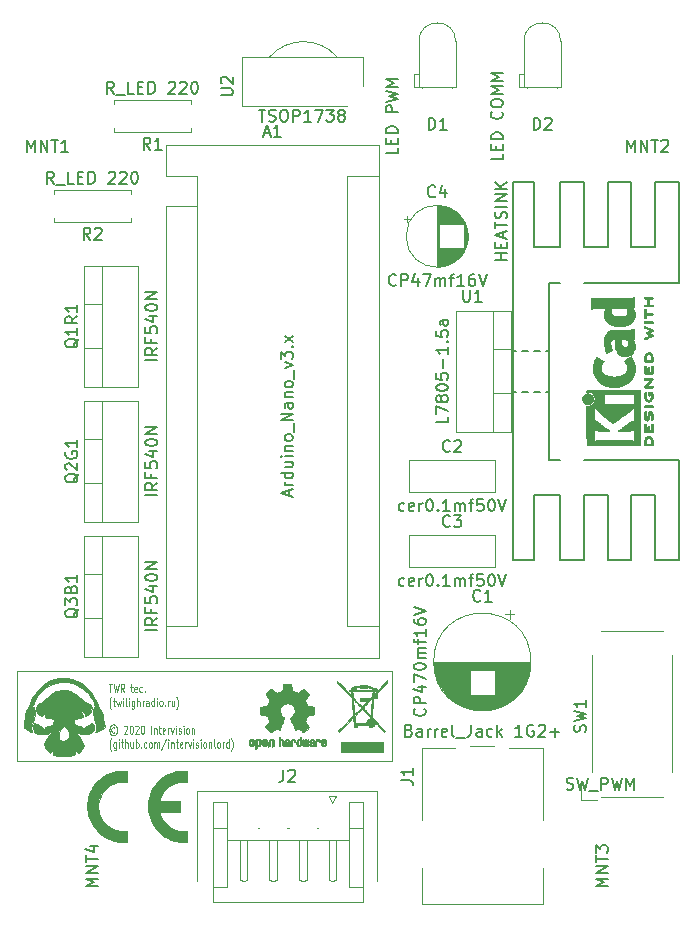
<source format=gbr>
G04 #@! TF.GenerationSoftware,KiCad,Pcbnew,(5.1.5)-3*
G04 #@! TF.CreationDate,2020-02-13T17:55:15+03:00*
G04 #@! TF.ProjectId,TV_led_driver,54565f6c-6564-45f6-9472-697665722e6b,rev?*
G04 #@! TF.SameCoordinates,Original*
G04 #@! TF.FileFunction,Legend,Top*
G04 #@! TF.FilePolarity,Positive*
%FSLAX46Y46*%
G04 Gerber Fmt 4.6, Leading zero omitted, Abs format (unit mm)*
G04 Created by KiCad (PCBNEW (5.1.5)-3) date 2020-02-13 17:55:15*
%MOMM*%
%LPD*%
G04 APERTURE LIST*
%ADD10C,0.120000*%
%ADD11C,0.125000*%
%ADD12C,0.010000*%
%ADD13C,0.150000*%
G04 APERTURE END LIST*
D10*
X140970000Y-111760000D02*
X140970000Y-119380000D01*
X125730000Y-111760000D02*
X140970000Y-111760000D01*
X125730000Y-119380000D02*
X125730000Y-111760000D01*
X142240000Y-109220000D02*
X110490000Y-109220000D01*
X142240000Y-101600000D02*
X142240000Y-109220000D01*
X110490000Y-101600000D02*
X142240000Y-101600000D01*
X110490000Y-109220000D02*
X110490000Y-101600000D01*
D11*
X118238869Y-102676666D02*
X118524583Y-102676666D01*
X118381726Y-103376666D02*
X118381726Y-102676666D01*
X118643630Y-102676666D02*
X118762678Y-103376666D01*
X118857916Y-102876666D01*
X118953154Y-103376666D01*
X119072202Y-102676666D01*
X119548392Y-103376666D02*
X119381726Y-103043333D01*
X119262678Y-103376666D02*
X119262678Y-102676666D01*
X119453154Y-102676666D01*
X119500773Y-102710000D01*
X119524583Y-102743333D01*
X119548392Y-102810000D01*
X119548392Y-102910000D01*
X119524583Y-102976666D01*
X119500773Y-103010000D01*
X119453154Y-103043333D01*
X119262678Y-103043333D01*
X120072202Y-102910000D02*
X120262678Y-102910000D01*
X120143630Y-102676666D02*
X120143630Y-103276666D01*
X120167440Y-103343333D01*
X120215059Y-103376666D01*
X120262678Y-103376666D01*
X120619821Y-103343333D02*
X120572202Y-103376666D01*
X120476964Y-103376666D01*
X120429345Y-103343333D01*
X120405535Y-103276666D01*
X120405535Y-103010000D01*
X120429345Y-102943333D01*
X120476964Y-102910000D01*
X120572202Y-102910000D01*
X120619821Y-102943333D01*
X120643630Y-103010000D01*
X120643630Y-103076666D01*
X120405535Y-103143333D01*
X121072202Y-103343333D02*
X121024583Y-103376666D01*
X120929345Y-103376666D01*
X120881726Y-103343333D01*
X120857916Y-103310000D01*
X120834107Y-103243333D01*
X120834107Y-103043333D01*
X120857916Y-102976666D01*
X120881726Y-102943333D01*
X120929345Y-102910000D01*
X121024583Y-102910000D01*
X121072202Y-102943333D01*
X121286488Y-103310000D02*
X121310297Y-103343333D01*
X121286488Y-103376666D01*
X121262678Y-103343333D01*
X121286488Y-103310000D01*
X121286488Y-103376666D01*
X118453154Y-104818333D02*
X118429345Y-104785000D01*
X118381726Y-104685000D01*
X118357916Y-104618333D01*
X118334107Y-104518333D01*
X118310297Y-104351666D01*
X118310297Y-104218333D01*
X118334107Y-104051666D01*
X118357916Y-103951666D01*
X118381726Y-103885000D01*
X118429345Y-103785000D01*
X118453154Y-103751666D01*
X118572202Y-104085000D02*
X118762678Y-104085000D01*
X118643630Y-103851666D02*
X118643630Y-104451666D01*
X118667440Y-104518333D01*
X118715059Y-104551666D01*
X118762678Y-104551666D01*
X118881726Y-104085000D02*
X118976964Y-104551666D01*
X119072202Y-104218333D01*
X119167440Y-104551666D01*
X119262678Y-104085000D01*
X119453154Y-104551666D02*
X119453154Y-104085000D01*
X119453154Y-103851666D02*
X119429345Y-103885000D01*
X119453154Y-103918333D01*
X119476964Y-103885000D01*
X119453154Y-103851666D01*
X119453154Y-103918333D01*
X119762678Y-104551666D02*
X119715059Y-104518333D01*
X119691250Y-104451666D01*
X119691250Y-103851666D01*
X119953154Y-104551666D02*
X119953154Y-104085000D01*
X119953154Y-103851666D02*
X119929345Y-103885000D01*
X119953154Y-103918333D01*
X119976964Y-103885000D01*
X119953154Y-103851666D01*
X119953154Y-103918333D01*
X120405535Y-104085000D02*
X120405535Y-104651666D01*
X120381726Y-104718333D01*
X120357916Y-104751666D01*
X120310297Y-104785000D01*
X120238869Y-104785000D01*
X120191250Y-104751666D01*
X120405535Y-104518333D02*
X120357916Y-104551666D01*
X120262678Y-104551666D01*
X120215059Y-104518333D01*
X120191250Y-104485000D01*
X120167440Y-104418333D01*
X120167440Y-104218333D01*
X120191250Y-104151666D01*
X120215059Y-104118333D01*
X120262678Y-104085000D01*
X120357916Y-104085000D01*
X120405535Y-104118333D01*
X120643630Y-104551666D02*
X120643630Y-103851666D01*
X120857916Y-104551666D02*
X120857916Y-104185000D01*
X120834107Y-104118333D01*
X120786488Y-104085000D01*
X120715059Y-104085000D01*
X120667440Y-104118333D01*
X120643630Y-104151666D01*
X121096011Y-104551666D02*
X121096011Y-104085000D01*
X121096011Y-104218333D02*
X121119821Y-104151666D01*
X121143630Y-104118333D01*
X121191250Y-104085000D01*
X121238869Y-104085000D01*
X121619821Y-104551666D02*
X121619821Y-104185000D01*
X121596011Y-104118333D01*
X121548392Y-104085000D01*
X121453154Y-104085000D01*
X121405535Y-104118333D01*
X121619821Y-104518333D02*
X121572202Y-104551666D01*
X121453154Y-104551666D01*
X121405535Y-104518333D01*
X121381726Y-104451666D01*
X121381726Y-104385000D01*
X121405535Y-104318333D01*
X121453154Y-104285000D01*
X121572202Y-104285000D01*
X121619821Y-104251666D01*
X122072202Y-104551666D02*
X122072202Y-103851666D01*
X122072202Y-104518333D02*
X122024583Y-104551666D01*
X121929345Y-104551666D01*
X121881726Y-104518333D01*
X121857916Y-104485000D01*
X121834107Y-104418333D01*
X121834107Y-104218333D01*
X121857916Y-104151666D01*
X121881726Y-104118333D01*
X121929345Y-104085000D01*
X122024583Y-104085000D01*
X122072202Y-104118333D01*
X122310297Y-104551666D02*
X122310297Y-104085000D01*
X122310297Y-103851666D02*
X122286488Y-103885000D01*
X122310297Y-103918333D01*
X122334107Y-103885000D01*
X122310297Y-103851666D01*
X122310297Y-103918333D01*
X122619821Y-104551666D02*
X122572202Y-104518333D01*
X122548392Y-104485000D01*
X122524583Y-104418333D01*
X122524583Y-104218333D01*
X122548392Y-104151666D01*
X122572202Y-104118333D01*
X122619821Y-104085000D01*
X122691250Y-104085000D01*
X122738869Y-104118333D01*
X122762678Y-104151666D01*
X122786488Y-104218333D01*
X122786488Y-104418333D01*
X122762678Y-104485000D01*
X122738869Y-104518333D01*
X122691250Y-104551666D01*
X122619821Y-104551666D01*
X123000773Y-104485000D02*
X123024583Y-104518333D01*
X123000773Y-104551666D01*
X122976964Y-104518333D01*
X123000773Y-104485000D01*
X123000773Y-104551666D01*
X123238869Y-104551666D02*
X123238869Y-104085000D01*
X123238869Y-104218333D02*
X123262678Y-104151666D01*
X123286488Y-104118333D01*
X123334107Y-104085000D01*
X123381726Y-104085000D01*
X123762678Y-104085000D02*
X123762678Y-104551666D01*
X123548392Y-104085000D02*
X123548392Y-104451666D01*
X123572202Y-104518333D01*
X123619821Y-104551666D01*
X123691250Y-104551666D01*
X123738869Y-104518333D01*
X123762678Y-104485000D01*
X123953154Y-104818333D02*
X123976964Y-104785000D01*
X124024583Y-104685000D01*
X124048392Y-104618333D01*
X124072202Y-104518333D01*
X124096011Y-104351666D01*
X124096011Y-104218333D01*
X124072202Y-104051666D01*
X124048392Y-103951666D01*
X124024583Y-103885000D01*
X123976964Y-103785000D01*
X123953154Y-103751666D01*
X118715059Y-106368333D02*
X118667440Y-106335000D01*
X118572202Y-106335000D01*
X118524583Y-106368333D01*
X118476964Y-106435000D01*
X118453154Y-106501666D01*
X118453154Y-106635000D01*
X118476964Y-106701666D01*
X118524583Y-106768333D01*
X118572202Y-106801666D01*
X118667440Y-106801666D01*
X118715059Y-106768333D01*
X118619821Y-106101666D02*
X118500773Y-106135000D01*
X118381726Y-106235000D01*
X118310297Y-106401666D01*
X118286488Y-106568333D01*
X118310297Y-106735000D01*
X118381726Y-106901666D01*
X118500773Y-107001666D01*
X118619821Y-107035000D01*
X118738869Y-107001666D01*
X118857916Y-106901666D01*
X118929345Y-106735000D01*
X118953154Y-106568333D01*
X118929345Y-106401666D01*
X118857916Y-106235000D01*
X118738869Y-106135000D01*
X118619821Y-106101666D01*
X119524583Y-106268333D02*
X119548392Y-106235000D01*
X119596011Y-106201666D01*
X119715059Y-106201666D01*
X119762678Y-106235000D01*
X119786488Y-106268333D01*
X119810297Y-106335000D01*
X119810297Y-106401666D01*
X119786488Y-106501666D01*
X119500773Y-106901666D01*
X119810297Y-106901666D01*
X120119821Y-106201666D02*
X120167440Y-106201666D01*
X120215059Y-106235000D01*
X120238869Y-106268333D01*
X120262678Y-106335000D01*
X120286488Y-106468333D01*
X120286488Y-106635000D01*
X120262678Y-106768333D01*
X120238869Y-106835000D01*
X120215059Y-106868333D01*
X120167440Y-106901666D01*
X120119821Y-106901666D01*
X120072202Y-106868333D01*
X120048392Y-106835000D01*
X120024583Y-106768333D01*
X120000773Y-106635000D01*
X120000773Y-106468333D01*
X120024583Y-106335000D01*
X120048392Y-106268333D01*
X120072202Y-106235000D01*
X120119821Y-106201666D01*
X120476964Y-106268333D02*
X120500773Y-106235000D01*
X120548392Y-106201666D01*
X120667440Y-106201666D01*
X120715059Y-106235000D01*
X120738869Y-106268333D01*
X120762678Y-106335000D01*
X120762678Y-106401666D01*
X120738869Y-106501666D01*
X120453154Y-106901666D01*
X120762678Y-106901666D01*
X121072202Y-106201666D02*
X121119821Y-106201666D01*
X121167440Y-106235000D01*
X121191250Y-106268333D01*
X121215059Y-106335000D01*
X121238869Y-106468333D01*
X121238869Y-106635000D01*
X121215059Y-106768333D01*
X121191250Y-106835000D01*
X121167440Y-106868333D01*
X121119821Y-106901666D01*
X121072202Y-106901666D01*
X121024583Y-106868333D01*
X121000773Y-106835000D01*
X120976964Y-106768333D01*
X120953154Y-106635000D01*
X120953154Y-106468333D01*
X120976964Y-106335000D01*
X121000773Y-106268333D01*
X121024583Y-106235000D01*
X121072202Y-106201666D01*
X121834107Y-106901666D02*
X121834107Y-106201666D01*
X122072202Y-106435000D02*
X122072202Y-106901666D01*
X122072202Y-106501666D02*
X122096011Y-106468333D01*
X122143630Y-106435000D01*
X122215059Y-106435000D01*
X122262678Y-106468333D01*
X122286488Y-106535000D01*
X122286488Y-106901666D01*
X122453154Y-106435000D02*
X122643630Y-106435000D01*
X122524583Y-106201666D02*
X122524583Y-106801666D01*
X122548392Y-106868333D01*
X122596011Y-106901666D01*
X122643630Y-106901666D01*
X123000773Y-106868333D02*
X122953154Y-106901666D01*
X122857916Y-106901666D01*
X122810297Y-106868333D01*
X122786488Y-106801666D01*
X122786488Y-106535000D01*
X122810297Y-106468333D01*
X122857916Y-106435000D01*
X122953154Y-106435000D01*
X123000773Y-106468333D01*
X123024583Y-106535000D01*
X123024583Y-106601666D01*
X122786488Y-106668333D01*
X123238869Y-106901666D02*
X123238869Y-106435000D01*
X123238869Y-106568333D02*
X123262678Y-106501666D01*
X123286488Y-106468333D01*
X123334107Y-106435000D01*
X123381726Y-106435000D01*
X123500773Y-106435000D02*
X123619821Y-106901666D01*
X123738869Y-106435000D01*
X123929345Y-106901666D02*
X123929345Y-106435000D01*
X123929345Y-106201666D02*
X123905535Y-106235000D01*
X123929345Y-106268333D01*
X123953154Y-106235000D01*
X123929345Y-106201666D01*
X123929345Y-106268333D01*
X124143630Y-106868333D02*
X124191250Y-106901666D01*
X124286488Y-106901666D01*
X124334107Y-106868333D01*
X124357916Y-106801666D01*
X124357916Y-106768333D01*
X124334107Y-106701666D01*
X124286488Y-106668333D01*
X124215059Y-106668333D01*
X124167440Y-106635000D01*
X124143630Y-106568333D01*
X124143630Y-106535000D01*
X124167440Y-106468333D01*
X124215059Y-106435000D01*
X124286488Y-106435000D01*
X124334107Y-106468333D01*
X124572202Y-106901666D02*
X124572202Y-106435000D01*
X124572202Y-106201666D02*
X124548392Y-106235000D01*
X124572202Y-106268333D01*
X124596011Y-106235000D01*
X124572202Y-106201666D01*
X124572202Y-106268333D01*
X124881726Y-106901666D02*
X124834107Y-106868333D01*
X124810297Y-106835000D01*
X124786488Y-106768333D01*
X124786488Y-106568333D01*
X124810297Y-106501666D01*
X124834107Y-106468333D01*
X124881726Y-106435000D01*
X124953154Y-106435000D01*
X125000773Y-106468333D01*
X125024583Y-106501666D01*
X125048392Y-106568333D01*
X125048392Y-106768333D01*
X125024583Y-106835000D01*
X125000773Y-106868333D01*
X124953154Y-106901666D01*
X124881726Y-106901666D01*
X125262678Y-106435000D02*
X125262678Y-106901666D01*
X125262678Y-106501666D02*
X125286488Y-106468333D01*
X125334107Y-106435000D01*
X125405535Y-106435000D01*
X125453154Y-106468333D01*
X125476964Y-106535000D01*
X125476964Y-106901666D01*
X118453154Y-108343333D02*
X118429345Y-108310000D01*
X118381726Y-108210000D01*
X118357916Y-108143333D01*
X118334107Y-108043333D01*
X118310297Y-107876666D01*
X118310297Y-107743333D01*
X118334107Y-107576666D01*
X118357916Y-107476666D01*
X118381726Y-107410000D01*
X118429345Y-107310000D01*
X118453154Y-107276666D01*
X118857916Y-107610000D02*
X118857916Y-108176666D01*
X118834107Y-108243333D01*
X118810297Y-108276666D01*
X118762678Y-108310000D01*
X118691250Y-108310000D01*
X118643630Y-108276666D01*
X118857916Y-108043333D02*
X118810297Y-108076666D01*
X118715059Y-108076666D01*
X118667440Y-108043333D01*
X118643630Y-108010000D01*
X118619821Y-107943333D01*
X118619821Y-107743333D01*
X118643630Y-107676666D01*
X118667440Y-107643333D01*
X118715059Y-107610000D01*
X118810297Y-107610000D01*
X118857916Y-107643333D01*
X119096011Y-108076666D02*
X119096011Y-107610000D01*
X119096011Y-107376666D02*
X119072202Y-107410000D01*
X119096011Y-107443333D01*
X119119821Y-107410000D01*
X119096011Y-107376666D01*
X119096011Y-107443333D01*
X119262678Y-107610000D02*
X119453154Y-107610000D01*
X119334107Y-107376666D02*
X119334107Y-107976666D01*
X119357916Y-108043333D01*
X119405535Y-108076666D01*
X119453154Y-108076666D01*
X119619821Y-108076666D02*
X119619821Y-107376666D01*
X119834107Y-108076666D02*
X119834107Y-107710000D01*
X119810297Y-107643333D01*
X119762678Y-107610000D01*
X119691250Y-107610000D01*
X119643630Y-107643333D01*
X119619821Y-107676666D01*
X120286488Y-107610000D02*
X120286488Y-108076666D01*
X120072202Y-107610000D02*
X120072202Y-107976666D01*
X120096011Y-108043333D01*
X120143630Y-108076666D01*
X120215059Y-108076666D01*
X120262678Y-108043333D01*
X120286488Y-108010000D01*
X120524583Y-108076666D02*
X120524583Y-107376666D01*
X120524583Y-107643333D02*
X120572202Y-107610000D01*
X120667440Y-107610000D01*
X120715059Y-107643333D01*
X120738869Y-107676666D01*
X120762678Y-107743333D01*
X120762678Y-107943333D01*
X120738869Y-108010000D01*
X120715059Y-108043333D01*
X120667440Y-108076666D01*
X120572202Y-108076666D01*
X120524583Y-108043333D01*
X120976964Y-108010000D02*
X121000773Y-108043333D01*
X120976964Y-108076666D01*
X120953154Y-108043333D01*
X120976964Y-108010000D01*
X120976964Y-108076666D01*
X121429345Y-108043333D02*
X121381726Y-108076666D01*
X121286488Y-108076666D01*
X121238869Y-108043333D01*
X121215059Y-108010000D01*
X121191250Y-107943333D01*
X121191250Y-107743333D01*
X121215059Y-107676666D01*
X121238869Y-107643333D01*
X121286488Y-107610000D01*
X121381726Y-107610000D01*
X121429345Y-107643333D01*
X121715059Y-108076666D02*
X121667440Y-108043333D01*
X121643630Y-108010000D01*
X121619821Y-107943333D01*
X121619821Y-107743333D01*
X121643630Y-107676666D01*
X121667440Y-107643333D01*
X121715059Y-107610000D01*
X121786488Y-107610000D01*
X121834107Y-107643333D01*
X121857916Y-107676666D01*
X121881726Y-107743333D01*
X121881726Y-107943333D01*
X121857916Y-108010000D01*
X121834107Y-108043333D01*
X121786488Y-108076666D01*
X121715059Y-108076666D01*
X122096011Y-108076666D02*
X122096011Y-107610000D01*
X122096011Y-107676666D02*
X122119821Y-107643333D01*
X122167440Y-107610000D01*
X122238869Y-107610000D01*
X122286488Y-107643333D01*
X122310297Y-107710000D01*
X122310297Y-108076666D01*
X122310297Y-107710000D02*
X122334107Y-107643333D01*
X122381726Y-107610000D01*
X122453154Y-107610000D01*
X122500773Y-107643333D01*
X122524583Y-107710000D01*
X122524583Y-108076666D01*
X123119821Y-107343333D02*
X122691250Y-108243333D01*
X123286488Y-108076666D02*
X123286488Y-107610000D01*
X123286488Y-107376666D02*
X123262678Y-107410000D01*
X123286488Y-107443333D01*
X123310297Y-107410000D01*
X123286488Y-107376666D01*
X123286488Y-107443333D01*
X123524583Y-107610000D02*
X123524583Y-108076666D01*
X123524583Y-107676666D02*
X123548392Y-107643333D01*
X123596011Y-107610000D01*
X123667440Y-107610000D01*
X123715059Y-107643333D01*
X123738869Y-107710000D01*
X123738869Y-108076666D01*
X123905535Y-107610000D02*
X124096011Y-107610000D01*
X123976964Y-107376666D02*
X123976964Y-107976666D01*
X124000773Y-108043333D01*
X124048392Y-108076666D01*
X124096011Y-108076666D01*
X124453154Y-108043333D02*
X124405535Y-108076666D01*
X124310297Y-108076666D01*
X124262678Y-108043333D01*
X124238869Y-107976666D01*
X124238869Y-107710000D01*
X124262678Y-107643333D01*
X124310297Y-107610000D01*
X124405535Y-107610000D01*
X124453154Y-107643333D01*
X124476964Y-107710000D01*
X124476964Y-107776666D01*
X124238869Y-107843333D01*
X124691250Y-108076666D02*
X124691250Y-107610000D01*
X124691250Y-107743333D02*
X124715059Y-107676666D01*
X124738869Y-107643333D01*
X124786488Y-107610000D01*
X124834107Y-107610000D01*
X124953154Y-107610000D02*
X125072202Y-108076666D01*
X125191250Y-107610000D01*
X125381726Y-108076666D02*
X125381726Y-107610000D01*
X125381726Y-107376666D02*
X125357916Y-107410000D01*
X125381726Y-107443333D01*
X125405535Y-107410000D01*
X125381726Y-107376666D01*
X125381726Y-107443333D01*
X125596011Y-108043333D02*
X125643630Y-108076666D01*
X125738869Y-108076666D01*
X125786488Y-108043333D01*
X125810297Y-107976666D01*
X125810297Y-107943333D01*
X125786488Y-107876666D01*
X125738869Y-107843333D01*
X125667440Y-107843333D01*
X125619821Y-107810000D01*
X125596011Y-107743333D01*
X125596011Y-107710000D01*
X125619821Y-107643333D01*
X125667440Y-107610000D01*
X125738869Y-107610000D01*
X125786488Y-107643333D01*
X126024583Y-108076666D02*
X126024583Y-107610000D01*
X126024583Y-107376666D02*
X126000773Y-107410000D01*
X126024583Y-107443333D01*
X126048392Y-107410000D01*
X126024583Y-107376666D01*
X126024583Y-107443333D01*
X126334107Y-108076666D02*
X126286488Y-108043333D01*
X126262678Y-108010000D01*
X126238869Y-107943333D01*
X126238869Y-107743333D01*
X126262678Y-107676666D01*
X126286488Y-107643333D01*
X126334107Y-107610000D01*
X126405535Y-107610000D01*
X126453154Y-107643333D01*
X126476964Y-107676666D01*
X126500773Y-107743333D01*
X126500773Y-107943333D01*
X126476964Y-108010000D01*
X126453154Y-108043333D01*
X126405535Y-108076666D01*
X126334107Y-108076666D01*
X126715059Y-107610000D02*
X126715059Y-108076666D01*
X126715059Y-107676666D02*
X126738869Y-107643333D01*
X126786488Y-107610000D01*
X126857916Y-107610000D01*
X126905535Y-107643333D01*
X126929345Y-107710000D01*
X126929345Y-108076666D01*
X127238869Y-108076666D02*
X127191250Y-108043333D01*
X127167440Y-107976666D01*
X127167440Y-107376666D01*
X127500773Y-108076666D02*
X127453154Y-108043333D01*
X127429345Y-108010000D01*
X127405535Y-107943333D01*
X127405535Y-107743333D01*
X127429345Y-107676666D01*
X127453154Y-107643333D01*
X127500773Y-107610000D01*
X127572202Y-107610000D01*
X127619821Y-107643333D01*
X127643630Y-107676666D01*
X127667440Y-107743333D01*
X127667440Y-107943333D01*
X127643630Y-108010000D01*
X127619821Y-108043333D01*
X127572202Y-108076666D01*
X127500773Y-108076666D01*
X127881726Y-108076666D02*
X127881726Y-107610000D01*
X127881726Y-107743333D02*
X127905535Y-107676666D01*
X127929345Y-107643333D01*
X127976964Y-107610000D01*
X128024583Y-107610000D01*
X128405535Y-108076666D02*
X128405535Y-107376666D01*
X128405535Y-108043333D02*
X128357916Y-108076666D01*
X128262678Y-108076666D01*
X128215059Y-108043333D01*
X128191250Y-108010000D01*
X128167440Y-107943333D01*
X128167440Y-107743333D01*
X128191250Y-107676666D01*
X128215059Y-107643333D01*
X128262678Y-107610000D01*
X128357916Y-107610000D01*
X128405535Y-107643333D01*
X128596011Y-108343333D02*
X128619821Y-108310000D01*
X128667440Y-108210000D01*
X128691250Y-108143333D01*
X128715059Y-108043333D01*
X128738869Y-107876666D01*
X128738869Y-107743333D01*
X128715059Y-107576666D01*
X128691250Y-107476666D01*
X128667440Y-107410000D01*
X128619821Y-107310000D01*
X128596011Y-107276666D01*
D12*
G36*
X163564533Y-69971177D02*
G01*
X163586776Y-69939798D01*
X163614485Y-69912089D01*
X163923920Y-69912089D01*
X164015799Y-69912162D01*
X164087840Y-69912505D01*
X164142780Y-69913308D01*
X164183360Y-69914759D01*
X164212317Y-69917048D01*
X164232391Y-69920364D01*
X164246321Y-69924895D01*
X164256845Y-69930831D01*
X164263100Y-69935486D01*
X164287673Y-69966217D01*
X164290341Y-70001504D01*
X164275271Y-70033755D01*
X164266374Y-70044412D01*
X164254557Y-70051536D01*
X164235526Y-70055833D01*
X164204992Y-70058009D01*
X164158662Y-70058772D01*
X164122871Y-70058845D01*
X163988045Y-70058845D01*
X163988045Y-70555556D01*
X164110700Y-70555556D01*
X164166787Y-70556069D01*
X164205333Y-70558124D01*
X164231361Y-70562492D01*
X164249897Y-70569944D01*
X164263100Y-70578953D01*
X164287604Y-70609856D01*
X164290506Y-70644804D01*
X164273089Y-70678262D01*
X164263959Y-70687396D01*
X164251855Y-70693848D01*
X164233001Y-70698103D01*
X164203620Y-70700648D01*
X164159937Y-70701971D01*
X164098175Y-70702557D01*
X164084000Y-70702625D01*
X163967631Y-70703109D01*
X163871727Y-70703359D01*
X163794177Y-70703277D01*
X163732869Y-70702769D01*
X163685690Y-70701738D01*
X163650530Y-70700087D01*
X163625276Y-70697721D01*
X163607817Y-70694543D01*
X163596041Y-70690456D01*
X163587835Y-70685366D01*
X163581645Y-70679734D01*
X163561844Y-70647872D01*
X163564533Y-70614643D01*
X163586776Y-70583265D01*
X163601126Y-70570567D01*
X163616978Y-70562474D01*
X163639554Y-70557958D01*
X163674078Y-70555994D01*
X163725776Y-70555556D01*
X163841289Y-70555556D01*
X163841289Y-70058845D01*
X163722756Y-70058845D01*
X163668148Y-70058338D01*
X163631275Y-70056302D01*
X163607307Y-70051965D01*
X163591415Y-70044553D01*
X163581645Y-70036267D01*
X163561844Y-70004406D01*
X163564533Y-69971177D01*
G37*
X163564533Y-69971177D02*
X163586776Y-69939798D01*
X163614485Y-69912089D01*
X163923920Y-69912089D01*
X164015799Y-69912162D01*
X164087840Y-69912505D01*
X164142780Y-69913308D01*
X164183360Y-69914759D01*
X164212317Y-69917048D01*
X164232391Y-69920364D01*
X164246321Y-69924895D01*
X164256845Y-69930831D01*
X164263100Y-69935486D01*
X164287673Y-69966217D01*
X164290341Y-70001504D01*
X164275271Y-70033755D01*
X164266374Y-70044412D01*
X164254557Y-70051536D01*
X164235526Y-70055833D01*
X164204992Y-70058009D01*
X164158662Y-70058772D01*
X164122871Y-70058845D01*
X163988045Y-70058845D01*
X163988045Y-70555556D01*
X164110700Y-70555556D01*
X164166787Y-70556069D01*
X164205333Y-70558124D01*
X164231361Y-70562492D01*
X164249897Y-70569944D01*
X164263100Y-70578953D01*
X164287604Y-70609856D01*
X164290506Y-70644804D01*
X164273089Y-70678262D01*
X164263959Y-70687396D01*
X164251855Y-70693848D01*
X164233001Y-70698103D01*
X164203620Y-70700648D01*
X164159937Y-70701971D01*
X164098175Y-70702557D01*
X164084000Y-70702625D01*
X163967631Y-70703109D01*
X163871727Y-70703359D01*
X163794177Y-70703277D01*
X163732869Y-70702769D01*
X163685690Y-70701738D01*
X163650530Y-70700087D01*
X163625276Y-70697721D01*
X163607817Y-70694543D01*
X163596041Y-70690456D01*
X163587835Y-70685366D01*
X163581645Y-70679734D01*
X163561844Y-70647872D01*
X163564533Y-70614643D01*
X163586776Y-70583265D01*
X163601126Y-70570567D01*
X163616978Y-70562474D01*
X163639554Y-70557958D01*
X163674078Y-70555994D01*
X163725776Y-70555556D01*
X163841289Y-70555556D01*
X163841289Y-70058845D01*
X163722756Y-70058845D01*
X163668148Y-70058338D01*
X163631275Y-70056302D01*
X163607307Y-70051965D01*
X163591415Y-70044553D01*
X163581645Y-70036267D01*
X163561844Y-70004406D01*
X163564533Y-69971177D01*
G36*
X163559163Y-71236935D02*
G01*
X163559542Y-71158228D01*
X163560333Y-71097137D01*
X163561670Y-71051183D01*
X163563683Y-71017886D01*
X163566506Y-70994764D01*
X163570269Y-70979338D01*
X163575105Y-70969129D01*
X163578822Y-70964187D01*
X163611358Y-70938543D01*
X163645138Y-70935441D01*
X163675826Y-70951289D01*
X163688089Y-70961652D01*
X163696450Y-70972804D01*
X163701657Y-70988965D01*
X163704457Y-71014358D01*
X163705596Y-71053202D01*
X163705821Y-71109720D01*
X163705822Y-71120820D01*
X163705822Y-71266756D01*
X163976756Y-71266756D01*
X164062154Y-71266852D01*
X164127864Y-71267289D01*
X164176774Y-71268288D01*
X164211773Y-71270072D01*
X164235749Y-71272863D01*
X164251593Y-71276883D01*
X164262191Y-71282355D01*
X164270267Y-71289334D01*
X164290112Y-71322266D01*
X164288548Y-71356646D01*
X164265906Y-71387824D01*
X164263100Y-71390114D01*
X164252492Y-71397571D01*
X164240081Y-71403253D01*
X164222850Y-71407399D01*
X164197784Y-71410250D01*
X164161867Y-71412046D01*
X164112083Y-71413028D01*
X164045417Y-71413436D01*
X163969589Y-71413511D01*
X163705822Y-71413511D01*
X163705822Y-71552873D01*
X163705418Y-71612678D01*
X163703840Y-71654082D01*
X163700547Y-71681252D01*
X163694992Y-71698354D01*
X163686631Y-71709557D01*
X163685178Y-71710917D01*
X163651939Y-71727275D01*
X163614362Y-71725828D01*
X163581645Y-71707022D01*
X163575298Y-71699750D01*
X163570266Y-71690373D01*
X163566396Y-71676391D01*
X163563537Y-71655304D01*
X163561535Y-71624611D01*
X163560239Y-71581811D01*
X163559498Y-71524405D01*
X163559158Y-71449890D01*
X163559068Y-71355767D01*
X163559067Y-71335740D01*
X163559163Y-71236935D01*
G37*
X163559163Y-71236935D02*
X163559542Y-71158228D01*
X163560333Y-71097137D01*
X163561670Y-71051183D01*
X163563683Y-71017886D01*
X163566506Y-70994764D01*
X163570269Y-70979338D01*
X163575105Y-70969129D01*
X163578822Y-70964187D01*
X163611358Y-70938543D01*
X163645138Y-70935441D01*
X163675826Y-70951289D01*
X163688089Y-70961652D01*
X163696450Y-70972804D01*
X163701657Y-70988965D01*
X163704457Y-71014358D01*
X163705596Y-71053202D01*
X163705821Y-71109720D01*
X163705822Y-71120820D01*
X163705822Y-71266756D01*
X163976756Y-71266756D01*
X164062154Y-71266852D01*
X164127864Y-71267289D01*
X164176774Y-71268288D01*
X164211773Y-71270072D01*
X164235749Y-71272863D01*
X164251593Y-71276883D01*
X164262191Y-71282355D01*
X164270267Y-71289334D01*
X164290112Y-71322266D01*
X164288548Y-71356646D01*
X164265906Y-71387824D01*
X164263100Y-71390114D01*
X164252492Y-71397571D01*
X164240081Y-71403253D01*
X164222850Y-71407399D01*
X164197784Y-71410250D01*
X164161867Y-71412046D01*
X164112083Y-71413028D01*
X164045417Y-71413436D01*
X163969589Y-71413511D01*
X163705822Y-71413511D01*
X163705822Y-71552873D01*
X163705418Y-71612678D01*
X163703840Y-71654082D01*
X163700547Y-71681252D01*
X163694992Y-71698354D01*
X163686631Y-71709557D01*
X163685178Y-71710917D01*
X163651939Y-71727275D01*
X163614362Y-71725828D01*
X163581645Y-71707022D01*
X163575298Y-71699750D01*
X163570266Y-71690373D01*
X163566396Y-71676391D01*
X163563537Y-71655304D01*
X163561535Y-71624611D01*
X163560239Y-71581811D01*
X163559498Y-71524405D01*
X163559158Y-71449890D01*
X163559068Y-71355767D01*
X163559067Y-71335740D01*
X163559163Y-71236935D01*
G36*
X163565877Y-72011386D02*
G01*
X163580647Y-71987673D01*
X163602227Y-71961022D01*
X163923773Y-71961022D01*
X164017830Y-71961107D01*
X164091932Y-71961471D01*
X164148704Y-71962276D01*
X164190768Y-71963687D01*
X164220748Y-71965867D01*
X164241267Y-71968979D01*
X164254949Y-71973186D01*
X164264416Y-71978652D01*
X164269082Y-71982528D01*
X164289575Y-72013966D01*
X164288739Y-72049767D01*
X164271264Y-72081127D01*
X164249684Y-72107778D01*
X163602227Y-72107778D01*
X163580647Y-72081127D01*
X163564949Y-72055406D01*
X163559067Y-72034400D01*
X163565877Y-72011386D01*
G37*
X163565877Y-72011386D02*
X163580647Y-71987673D01*
X163602227Y-71961022D01*
X163923773Y-71961022D01*
X164017830Y-71961107D01*
X164091932Y-71961471D01*
X164148704Y-71962276D01*
X164190768Y-71963687D01*
X164220748Y-71965867D01*
X164241267Y-71968979D01*
X164254949Y-71973186D01*
X164264416Y-71978652D01*
X164269082Y-71982528D01*
X164289575Y-72013966D01*
X164288739Y-72049767D01*
X164271264Y-72081127D01*
X164249684Y-72107778D01*
X163602227Y-72107778D01*
X163580647Y-72081127D01*
X163564949Y-72055406D01*
X163559067Y-72034400D01*
X163565877Y-72011386D01*
G36*
X163561034Y-72455335D02*
G01*
X163568035Y-72435745D01*
X163568377Y-72434990D01*
X163588678Y-72408387D01*
X163609561Y-72393730D01*
X163619352Y-72390862D01*
X163632361Y-72391004D01*
X163650895Y-72395039D01*
X163677257Y-72403854D01*
X163713752Y-72418331D01*
X163762687Y-72439355D01*
X163826365Y-72467812D01*
X163907093Y-72504585D01*
X163951216Y-72524825D01*
X164029985Y-72561375D01*
X164102423Y-72595685D01*
X164165880Y-72626448D01*
X164217708Y-72652352D01*
X164255259Y-72672090D01*
X164275884Y-72684350D01*
X164278733Y-72686776D01*
X164291302Y-72717817D01*
X164289619Y-72752879D01*
X164274332Y-72781000D01*
X164273089Y-72782146D01*
X164256154Y-72793332D01*
X164223170Y-72812096D01*
X164178380Y-72836125D01*
X164126032Y-72863103D01*
X164106742Y-72872799D01*
X163960150Y-72945986D01*
X164119393Y-73025760D01*
X164174415Y-73054233D01*
X164222132Y-73080650D01*
X164258893Y-73102852D01*
X164281044Y-73118681D01*
X164285741Y-73124046D01*
X164292102Y-73165743D01*
X164278733Y-73200151D01*
X164264446Y-73210272D01*
X164232692Y-73227786D01*
X164186597Y-73251265D01*
X164129285Y-73279280D01*
X164063880Y-73310401D01*
X163993507Y-73343201D01*
X163921291Y-73376250D01*
X163850355Y-73408119D01*
X163783825Y-73437381D01*
X163724826Y-73462605D01*
X163676481Y-73482364D01*
X163641915Y-73495228D01*
X163624253Y-73499769D01*
X163623613Y-73499723D01*
X163601388Y-73488674D01*
X163578753Y-73466590D01*
X163577768Y-73465290D01*
X163562425Y-73438147D01*
X163562574Y-73413042D01*
X163565466Y-73403632D01*
X163571718Y-73392166D01*
X163584014Y-73379990D01*
X163604908Y-73365643D01*
X163636949Y-73347664D01*
X163682688Y-73324593D01*
X163744677Y-73294970D01*
X163801898Y-73268255D01*
X163868226Y-73237520D01*
X163927874Y-73209979D01*
X163977725Y-73187062D01*
X164014664Y-73170202D01*
X164035573Y-73160827D01*
X164038845Y-73159460D01*
X164033497Y-73153311D01*
X164011109Y-73139178D01*
X163974946Y-73118943D01*
X163928277Y-73094485D01*
X163909022Y-73084752D01*
X163844004Y-73051783D01*
X163796654Y-73026357D01*
X163764219Y-73006388D01*
X163743946Y-72989790D01*
X163733082Y-72974476D01*
X163728875Y-72958360D01*
X163728400Y-72947857D01*
X163730042Y-72929330D01*
X163736831Y-72913096D01*
X163751566Y-72896965D01*
X163777044Y-72878749D01*
X163816061Y-72856261D01*
X163871414Y-72827311D01*
X163902903Y-72811338D01*
X163953087Y-72785430D01*
X163994704Y-72762833D01*
X164024242Y-72745542D01*
X164038189Y-72735550D01*
X164038770Y-72734191D01*
X164027793Y-72727739D01*
X163999290Y-72713292D01*
X163956244Y-72692297D01*
X163901638Y-72666203D01*
X163838454Y-72636454D01*
X163807071Y-72621820D01*
X163726078Y-72583750D01*
X163663756Y-72553095D01*
X163618071Y-72528263D01*
X163586989Y-72507663D01*
X163568478Y-72489702D01*
X163560504Y-72472790D01*
X163561034Y-72455335D01*
G37*
X163561034Y-72455335D02*
X163568035Y-72435745D01*
X163568377Y-72434990D01*
X163588678Y-72408387D01*
X163609561Y-72393730D01*
X163619352Y-72390862D01*
X163632361Y-72391004D01*
X163650895Y-72395039D01*
X163677257Y-72403854D01*
X163713752Y-72418331D01*
X163762687Y-72439355D01*
X163826365Y-72467812D01*
X163907093Y-72504585D01*
X163951216Y-72524825D01*
X164029985Y-72561375D01*
X164102423Y-72595685D01*
X164165880Y-72626448D01*
X164217708Y-72652352D01*
X164255259Y-72672090D01*
X164275884Y-72684350D01*
X164278733Y-72686776D01*
X164291302Y-72717817D01*
X164289619Y-72752879D01*
X164274332Y-72781000D01*
X164273089Y-72782146D01*
X164256154Y-72793332D01*
X164223170Y-72812096D01*
X164178380Y-72836125D01*
X164126032Y-72863103D01*
X164106742Y-72872799D01*
X163960150Y-72945986D01*
X164119393Y-73025760D01*
X164174415Y-73054233D01*
X164222132Y-73080650D01*
X164258893Y-73102852D01*
X164281044Y-73118681D01*
X164285741Y-73124046D01*
X164292102Y-73165743D01*
X164278733Y-73200151D01*
X164264446Y-73210272D01*
X164232692Y-73227786D01*
X164186597Y-73251265D01*
X164129285Y-73279280D01*
X164063880Y-73310401D01*
X163993507Y-73343201D01*
X163921291Y-73376250D01*
X163850355Y-73408119D01*
X163783825Y-73437381D01*
X163724826Y-73462605D01*
X163676481Y-73482364D01*
X163641915Y-73495228D01*
X163624253Y-73499769D01*
X163623613Y-73499723D01*
X163601388Y-73488674D01*
X163578753Y-73466590D01*
X163577768Y-73465290D01*
X163562425Y-73438147D01*
X163562574Y-73413042D01*
X163565466Y-73403632D01*
X163571718Y-73392166D01*
X163584014Y-73379990D01*
X163604908Y-73365643D01*
X163636949Y-73347664D01*
X163682688Y-73324593D01*
X163744677Y-73294970D01*
X163801898Y-73268255D01*
X163868226Y-73237520D01*
X163927874Y-73209979D01*
X163977725Y-73187062D01*
X164014664Y-73170202D01*
X164035573Y-73160827D01*
X164038845Y-73159460D01*
X164033497Y-73153311D01*
X164011109Y-73139178D01*
X163974946Y-73118943D01*
X163928277Y-73094485D01*
X163909022Y-73084752D01*
X163844004Y-73051783D01*
X163796654Y-73026357D01*
X163764219Y-73006388D01*
X163743946Y-72989790D01*
X163733082Y-72974476D01*
X163728875Y-72958360D01*
X163728400Y-72947857D01*
X163730042Y-72929330D01*
X163736831Y-72913096D01*
X163751566Y-72896965D01*
X163777044Y-72878749D01*
X163816061Y-72856261D01*
X163871414Y-72827311D01*
X163902903Y-72811338D01*
X163953087Y-72785430D01*
X163994704Y-72762833D01*
X164024242Y-72745542D01*
X164038189Y-72735550D01*
X164038770Y-72734191D01*
X164027793Y-72727739D01*
X163999290Y-72713292D01*
X163956244Y-72692297D01*
X163901638Y-72666203D01*
X163838454Y-72636454D01*
X163807071Y-72621820D01*
X163726078Y-72583750D01*
X163663756Y-72553095D01*
X163618071Y-72528263D01*
X163586989Y-72507663D01*
X163568478Y-72489702D01*
X163560504Y-72472790D01*
X163561034Y-72455335D01*
G36*
X163559275Y-75181691D02*
G01*
X163563636Y-75052712D01*
X163576861Y-74943009D01*
X163599741Y-74850774D01*
X163633070Y-74774198D01*
X163677638Y-74711473D01*
X163734236Y-74660788D01*
X163803658Y-74620337D01*
X163805351Y-74619541D01*
X163867483Y-74595399D01*
X163922509Y-74586797D01*
X163977887Y-74593769D01*
X164041073Y-74616346D01*
X164050689Y-74620628D01*
X164106966Y-74649828D01*
X164150451Y-74682644D01*
X164187417Y-74724998D01*
X164224135Y-74782810D01*
X164226052Y-74786169D01*
X164250227Y-74836496D01*
X164268282Y-74893379D01*
X164280839Y-74960473D01*
X164288522Y-75041435D01*
X164291953Y-75139918D01*
X164292251Y-75174714D01*
X164292845Y-75340406D01*
X164263100Y-75363803D01*
X164253319Y-75370743D01*
X164241897Y-75376158D01*
X164226095Y-75380235D01*
X164203175Y-75383163D01*
X164170396Y-75385133D01*
X164146089Y-75385775D01*
X164146089Y-75229156D01*
X164146089Y-75135274D01*
X164144483Y-75080336D01*
X164140255Y-75023940D01*
X164134292Y-74977655D01*
X164133790Y-74974861D01*
X164111736Y-74892652D01*
X164078600Y-74828886D01*
X164032847Y-74781548D01*
X163972939Y-74748618D01*
X163957061Y-74742892D01*
X163932333Y-74737279D01*
X163907902Y-74739709D01*
X163875400Y-74751533D01*
X163859434Y-74758660D01*
X163817006Y-74782000D01*
X163787240Y-74810120D01*
X163766511Y-74841060D01*
X163739537Y-74903034D01*
X163719998Y-74982349D01*
X163708746Y-75074747D01*
X163706270Y-75141667D01*
X163705822Y-75229156D01*
X164146089Y-75229156D01*
X164146089Y-75385775D01*
X164125021Y-75386332D01*
X164064311Y-75386950D01*
X163985526Y-75387175D01*
X163923920Y-75387200D01*
X163614485Y-75387200D01*
X163586776Y-75359491D01*
X163575544Y-75347194D01*
X163567853Y-75333897D01*
X163563040Y-75315328D01*
X163560446Y-75287214D01*
X163559410Y-75245283D01*
X163559270Y-75185263D01*
X163559275Y-75181691D01*
G37*
X163559275Y-75181691D02*
X163563636Y-75052712D01*
X163576861Y-74943009D01*
X163599741Y-74850774D01*
X163633070Y-74774198D01*
X163677638Y-74711473D01*
X163734236Y-74660788D01*
X163803658Y-74620337D01*
X163805351Y-74619541D01*
X163867483Y-74595399D01*
X163922509Y-74586797D01*
X163977887Y-74593769D01*
X164041073Y-74616346D01*
X164050689Y-74620628D01*
X164106966Y-74649828D01*
X164150451Y-74682644D01*
X164187417Y-74724998D01*
X164224135Y-74782810D01*
X164226052Y-74786169D01*
X164250227Y-74836496D01*
X164268282Y-74893379D01*
X164280839Y-74960473D01*
X164288522Y-75041435D01*
X164291953Y-75139918D01*
X164292251Y-75174714D01*
X164292845Y-75340406D01*
X164263100Y-75363803D01*
X164253319Y-75370743D01*
X164241897Y-75376158D01*
X164226095Y-75380235D01*
X164203175Y-75383163D01*
X164170396Y-75385133D01*
X164146089Y-75385775D01*
X164146089Y-75229156D01*
X164146089Y-75135274D01*
X164144483Y-75080336D01*
X164140255Y-75023940D01*
X164134292Y-74977655D01*
X164133790Y-74974861D01*
X164111736Y-74892652D01*
X164078600Y-74828886D01*
X164032847Y-74781548D01*
X163972939Y-74748618D01*
X163957061Y-74742892D01*
X163932333Y-74737279D01*
X163907902Y-74739709D01*
X163875400Y-74751533D01*
X163859434Y-74758660D01*
X163817006Y-74782000D01*
X163787240Y-74810120D01*
X163766511Y-74841060D01*
X163739537Y-74903034D01*
X163719998Y-74982349D01*
X163708746Y-75074747D01*
X163706270Y-75141667D01*
X163705822Y-75229156D01*
X164146089Y-75229156D01*
X164146089Y-75385775D01*
X164125021Y-75386332D01*
X164064311Y-75386950D01*
X163985526Y-75387175D01*
X163923920Y-75387200D01*
X163614485Y-75387200D01*
X163586776Y-75359491D01*
X163575544Y-75347194D01*
X163567853Y-75333897D01*
X163563040Y-75315328D01*
X163560446Y-75287214D01*
X163559410Y-75245283D01*
X163559270Y-75185263D01*
X163559275Y-75181691D01*
G36*
X163559260Y-75969657D02*
G01*
X163560174Y-75893299D01*
X163562311Y-75834783D01*
X163566175Y-75791745D01*
X163572267Y-75761817D01*
X163581090Y-75742632D01*
X163593146Y-75731824D01*
X163608939Y-75727027D01*
X163628970Y-75725873D01*
X163631335Y-75725867D01*
X163653992Y-75726869D01*
X163671503Y-75731604D01*
X163684574Y-75742667D01*
X163693913Y-75762652D01*
X163700227Y-75794154D01*
X163704222Y-75839768D01*
X163706606Y-75902087D01*
X163708086Y-75983707D01*
X163708414Y-76008723D01*
X163711467Y-76250800D01*
X163776378Y-76254186D01*
X163841289Y-76257571D01*
X163841289Y-76089424D01*
X163841531Y-76023734D01*
X163842556Y-75976828D01*
X163844811Y-75944917D01*
X163848742Y-75924209D01*
X163854798Y-75910916D01*
X163863424Y-75901245D01*
X163863493Y-75901183D01*
X163897112Y-75883644D01*
X163933448Y-75884278D01*
X163964423Y-75902686D01*
X163967607Y-75906329D01*
X163975812Y-75919259D01*
X163981521Y-75936976D01*
X163985162Y-75963430D01*
X163987167Y-76002568D01*
X163987964Y-76058338D01*
X163988045Y-76094006D01*
X163988045Y-76256445D01*
X164146089Y-76256445D01*
X164146089Y-76009839D01*
X164146231Y-75928420D01*
X164146814Y-75866590D01*
X164148068Y-75821363D01*
X164150227Y-75789752D01*
X164153523Y-75768769D01*
X164158189Y-75755427D01*
X164164457Y-75746739D01*
X164166733Y-75744550D01*
X164198280Y-75728386D01*
X164234168Y-75727203D01*
X164265285Y-75740464D01*
X164275271Y-75750957D01*
X164280769Y-75761871D01*
X164285022Y-75778783D01*
X164288180Y-75804367D01*
X164290392Y-75841299D01*
X164291806Y-75892254D01*
X164292572Y-75959906D01*
X164292838Y-76046931D01*
X164292845Y-76066606D01*
X164292787Y-76155089D01*
X164292467Y-76223773D01*
X164291667Y-76275436D01*
X164290167Y-76312855D01*
X164287749Y-76338810D01*
X164284194Y-76356078D01*
X164279282Y-76367438D01*
X164272795Y-76375668D01*
X164268138Y-76380183D01*
X164259889Y-76386979D01*
X164249669Y-76392288D01*
X164234800Y-76396294D01*
X164212602Y-76399179D01*
X164180393Y-76401126D01*
X164135496Y-76402319D01*
X164075228Y-76402939D01*
X163996911Y-76403171D01*
X163930994Y-76403200D01*
X163838628Y-76403129D01*
X163766117Y-76402792D01*
X163710737Y-76402002D01*
X163669765Y-76400574D01*
X163640478Y-76398321D01*
X163620153Y-76395057D01*
X163606066Y-76390596D01*
X163595495Y-76384752D01*
X163588811Y-76379803D01*
X163559067Y-76356406D01*
X163559067Y-76066226D01*
X163559260Y-75969657D01*
G37*
X163559260Y-75969657D02*
X163560174Y-75893299D01*
X163562311Y-75834783D01*
X163566175Y-75791745D01*
X163572267Y-75761817D01*
X163581090Y-75742632D01*
X163593146Y-75731824D01*
X163608939Y-75727027D01*
X163628970Y-75725873D01*
X163631335Y-75725867D01*
X163653992Y-75726869D01*
X163671503Y-75731604D01*
X163684574Y-75742667D01*
X163693913Y-75762652D01*
X163700227Y-75794154D01*
X163704222Y-75839768D01*
X163706606Y-75902087D01*
X163708086Y-75983707D01*
X163708414Y-76008723D01*
X163711467Y-76250800D01*
X163776378Y-76254186D01*
X163841289Y-76257571D01*
X163841289Y-76089424D01*
X163841531Y-76023734D01*
X163842556Y-75976828D01*
X163844811Y-75944917D01*
X163848742Y-75924209D01*
X163854798Y-75910916D01*
X163863424Y-75901245D01*
X163863493Y-75901183D01*
X163897112Y-75883644D01*
X163933448Y-75884278D01*
X163964423Y-75902686D01*
X163967607Y-75906329D01*
X163975812Y-75919259D01*
X163981521Y-75936976D01*
X163985162Y-75963430D01*
X163987167Y-76002568D01*
X163987964Y-76058338D01*
X163988045Y-76094006D01*
X163988045Y-76256445D01*
X164146089Y-76256445D01*
X164146089Y-76009839D01*
X164146231Y-75928420D01*
X164146814Y-75866590D01*
X164148068Y-75821363D01*
X164150227Y-75789752D01*
X164153523Y-75768769D01*
X164158189Y-75755427D01*
X164164457Y-75746739D01*
X164166733Y-75744550D01*
X164198280Y-75728386D01*
X164234168Y-75727203D01*
X164265285Y-75740464D01*
X164275271Y-75750957D01*
X164280769Y-75761871D01*
X164285022Y-75778783D01*
X164288180Y-75804367D01*
X164290392Y-75841299D01*
X164291806Y-75892254D01*
X164292572Y-75959906D01*
X164292838Y-76046931D01*
X164292845Y-76066606D01*
X164292787Y-76155089D01*
X164292467Y-76223773D01*
X164291667Y-76275436D01*
X164290167Y-76312855D01*
X164287749Y-76338810D01*
X164284194Y-76356078D01*
X164279282Y-76367438D01*
X164272795Y-76375668D01*
X164268138Y-76380183D01*
X164259889Y-76386979D01*
X164249669Y-76392288D01*
X164234800Y-76396294D01*
X164212602Y-76399179D01*
X164180393Y-76401126D01*
X164135496Y-76402319D01*
X164075228Y-76402939D01*
X163996911Y-76403171D01*
X163930994Y-76403200D01*
X163838628Y-76403129D01*
X163766117Y-76402792D01*
X163710737Y-76402002D01*
X163669765Y-76400574D01*
X163640478Y-76398321D01*
X163620153Y-76395057D01*
X163606066Y-76390596D01*
X163595495Y-76384752D01*
X163588811Y-76379803D01*
X163559067Y-76356406D01*
X163559067Y-76066226D01*
X163559260Y-75969657D01*
G36*
X163563448Y-77500114D02*
G01*
X163577273Y-77476548D01*
X163599881Y-77445735D01*
X163632338Y-77406078D01*
X163675708Y-77355980D01*
X163731058Y-77293843D01*
X163799451Y-77218072D01*
X163878084Y-77131334D01*
X164041878Y-76950711D01*
X163822029Y-76945067D01*
X163746351Y-76943029D01*
X163689994Y-76941063D01*
X163649706Y-76938734D01*
X163622235Y-76935606D01*
X163604329Y-76931245D01*
X163592737Y-76925216D01*
X163584208Y-76917084D01*
X163580623Y-76912772D01*
X163561670Y-76878241D01*
X163564441Y-76845383D01*
X163580633Y-76819318D01*
X163602199Y-76792667D01*
X163917151Y-76789352D01*
X164009779Y-76788435D01*
X164082544Y-76787968D01*
X164138161Y-76788113D01*
X164179342Y-76789032D01*
X164208803Y-76790887D01*
X164229255Y-76793839D01*
X164243413Y-76798050D01*
X164253991Y-76803682D01*
X164262474Y-76809927D01*
X164278207Y-76823439D01*
X164288636Y-76836883D01*
X164292639Y-76852124D01*
X164289094Y-76871026D01*
X164276879Y-76895455D01*
X164254871Y-76927273D01*
X164221949Y-76968348D01*
X164176991Y-77020542D01*
X164118875Y-77085722D01*
X164052099Y-77159556D01*
X163811458Y-77424845D01*
X164030589Y-77430489D01*
X164106128Y-77432531D01*
X164162354Y-77434502D01*
X164202524Y-77436839D01*
X164229896Y-77439981D01*
X164247728Y-77444364D01*
X164259279Y-77450424D01*
X164267807Y-77458600D01*
X164271282Y-77462784D01*
X164290372Y-77499765D01*
X164287493Y-77534708D01*
X164263100Y-77565136D01*
X164253286Y-77572097D01*
X164241826Y-77577523D01*
X164225968Y-77581603D01*
X164202963Y-77584529D01*
X164170062Y-77586492D01*
X164124516Y-77587683D01*
X164063573Y-77588292D01*
X163984486Y-77588511D01*
X163925956Y-77588534D01*
X163834407Y-77588460D01*
X163762687Y-77588113D01*
X163708045Y-77587301D01*
X163667732Y-77585833D01*
X163638998Y-77583519D01*
X163619093Y-77580167D01*
X163605268Y-77575588D01*
X163594772Y-77569589D01*
X163588811Y-77565136D01*
X163574691Y-77553850D01*
X163564029Y-77543301D01*
X163557892Y-77531893D01*
X163557343Y-77518030D01*
X163563448Y-77500114D01*
G37*
X163563448Y-77500114D02*
X163577273Y-77476548D01*
X163599881Y-77445735D01*
X163632338Y-77406078D01*
X163675708Y-77355980D01*
X163731058Y-77293843D01*
X163799451Y-77218072D01*
X163878084Y-77131334D01*
X164041878Y-76950711D01*
X163822029Y-76945067D01*
X163746351Y-76943029D01*
X163689994Y-76941063D01*
X163649706Y-76938734D01*
X163622235Y-76935606D01*
X163604329Y-76931245D01*
X163592737Y-76925216D01*
X163584208Y-76917084D01*
X163580623Y-76912772D01*
X163561670Y-76878241D01*
X163564441Y-76845383D01*
X163580633Y-76819318D01*
X163602199Y-76792667D01*
X163917151Y-76789352D01*
X164009779Y-76788435D01*
X164082544Y-76787968D01*
X164138161Y-76788113D01*
X164179342Y-76789032D01*
X164208803Y-76790887D01*
X164229255Y-76793839D01*
X164243413Y-76798050D01*
X164253991Y-76803682D01*
X164262474Y-76809927D01*
X164278207Y-76823439D01*
X164288636Y-76836883D01*
X164292639Y-76852124D01*
X164289094Y-76871026D01*
X164276879Y-76895455D01*
X164254871Y-76927273D01*
X164221949Y-76968348D01*
X164176991Y-77020542D01*
X164118875Y-77085722D01*
X164052099Y-77159556D01*
X163811458Y-77424845D01*
X164030589Y-77430489D01*
X164106128Y-77432531D01*
X164162354Y-77434502D01*
X164202524Y-77436839D01*
X164229896Y-77439981D01*
X164247728Y-77444364D01*
X164259279Y-77450424D01*
X164267807Y-77458600D01*
X164271282Y-77462784D01*
X164290372Y-77499765D01*
X164287493Y-77534708D01*
X164263100Y-77565136D01*
X164253286Y-77572097D01*
X164241826Y-77577523D01*
X164225968Y-77581603D01*
X164202963Y-77584529D01*
X164170062Y-77586492D01*
X164124516Y-77587683D01*
X164063573Y-77588292D01*
X163984486Y-77588511D01*
X163925956Y-77588534D01*
X163834407Y-77588460D01*
X163762687Y-77588113D01*
X163708045Y-77587301D01*
X163667732Y-77585833D01*
X163638998Y-77583519D01*
X163619093Y-77580167D01*
X163605268Y-77575588D01*
X163594772Y-77569589D01*
X163588811Y-77565136D01*
X163574691Y-77553850D01*
X163564029Y-77543301D01*
X163557892Y-77531893D01*
X163557343Y-77518030D01*
X163563448Y-77500114D01*
G36*
X163564599Y-78150081D02*
G01*
X163576095Y-78081565D01*
X163593967Y-78028943D01*
X163617499Y-77994708D01*
X163630924Y-77985379D01*
X163662148Y-77975893D01*
X163690395Y-77982277D01*
X163717182Y-78002430D01*
X163729713Y-78033745D01*
X163728696Y-78079183D01*
X163721906Y-78114326D01*
X163708971Y-78192419D01*
X163707742Y-78272226D01*
X163718241Y-78361555D01*
X163722690Y-78386229D01*
X163746108Y-78469291D01*
X163780945Y-78534273D01*
X163826604Y-78580461D01*
X163882494Y-78607145D01*
X163911388Y-78612663D01*
X163970012Y-78609051D01*
X164021879Y-78585729D01*
X164065978Y-78544824D01*
X164101299Y-78488459D01*
X164126829Y-78418760D01*
X164141559Y-78337852D01*
X164144478Y-78247860D01*
X164134575Y-78150910D01*
X164133641Y-78145436D01*
X164126459Y-78106875D01*
X164119521Y-78085494D01*
X164109227Y-78076227D01*
X164091976Y-78074006D01*
X164082841Y-78073956D01*
X164044489Y-78073956D01*
X164044489Y-78142431D01*
X164040347Y-78202900D01*
X164027147Y-78244165D01*
X164003730Y-78268175D01*
X163968936Y-78276877D01*
X163964394Y-78276983D01*
X163934654Y-78271892D01*
X163913419Y-78254433D01*
X163899366Y-78221939D01*
X163891173Y-78171743D01*
X163888161Y-78123123D01*
X163886433Y-78052456D01*
X163889070Y-78001198D01*
X163898800Y-77966239D01*
X163918353Y-77944470D01*
X163950456Y-77932780D01*
X163997838Y-77928060D01*
X164060071Y-77927200D01*
X164129535Y-77928609D01*
X164176786Y-77932848D01*
X164202012Y-77939936D01*
X164203988Y-77941311D01*
X164235508Y-77980228D01*
X164260470Y-78037286D01*
X164278340Y-78108869D01*
X164288586Y-78191358D01*
X164290673Y-78281139D01*
X164284068Y-78374592D01*
X164275956Y-78429556D01*
X164251554Y-78515766D01*
X164211662Y-78595892D01*
X164159887Y-78662977D01*
X164149539Y-78673173D01*
X164106035Y-78706302D01*
X164052118Y-78736194D01*
X163995592Y-78759357D01*
X163944259Y-78772298D01*
X163924544Y-78773858D01*
X163883419Y-78767218D01*
X163832252Y-78749568D01*
X163778394Y-78724297D01*
X163729195Y-78694789D01*
X163696334Y-78668719D01*
X163647452Y-78607765D01*
X163608545Y-78528969D01*
X163580494Y-78435157D01*
X163564179Y-78329150D01*
X163560192Y-78232000D01*
X163564599Y-78150081D01*
G37*
X163564599Y-78150081D02*
X163576095Y-78081565D01*
X163593967Y-78028943D01*
X163617499Y-77994708D01*
X163630924Y-77985379D01*
X163662148Y-77975893D01*
X163690395Y-77982277D01*
X163717182Y-78002430D01*
X163729713Y-78033745D01*
X163728696Y-78079183D01*
X163721906Y-78114326D01*
X163708971Y-78192419D01*
X163707742Y-78272226D01*
X163718241Y-78361555D01*
X163722690Y-78386229D01*
X163746108Y-78469291D01*
X163780945Y-78534273D01*
X163826604Y-78580461D01*
X163882494Y-78607145D01*
X163911388Y-78612663D01*
X163970012Y-78609051D01*
X164021879Y-78585729D01*
X164065978Y-78544824D01*
X164101299Y-78488459D01*
X164126829Y-78418760D01*
X164141559Y-78337852D01*
X164144478Y-78247860D01*
X164134575Y-78150910D01*
X164133641Y-78145436D01*
X164126459Y-78106875D01*
X164119521Y-78085494D01*
X164109227Y-78076227D01*
X164091976Y-78074006D01*
X164082841Y-78073956D01*
X164044489Y-78073956D01*
X164044489Y-78142431D01*
X164040347Y-78202900D01*
X164027147Y-78244165D01*
X164003730Y-78268175D01*
X163968936Y-78276877D01*
X163964394Y-78276983D01*
X163934654Y-78271892D01*
X163913419Y-78254433D01*
X163899366Y-78221939D01*
X163891173Y-78171743D01*
X163888161Y-78123123D01*
X163886433Y-78052456D01*
X163889070Y-78001198D01*
X163898800Y-77966239D01*
X163918353Y-77944470D01*
X163950456Y-77932780D01*
X163997838Y-77928060D01*
X164060071Y-77927200D01*
X164129535Y-77928609D01*
X164176786Y-77932848D01*
X164202012Y-77939936D01*
X164203988Y-77941311D01*
X164235508Y-77980228D01*
X164260470Y-78037286D01*
X164278340Y-78108869D01*
X164288586Y-78191358D01*
X164290673Y-78281139D01*
X164284068Y-78374592D01*
X164275956Y-78429556D01*
X164251554Y-78515766D01*
X164211662Y-78595892D01*
X164159887Y-78662977D01*
X164149539Y-78673173D01*
X164106035Y-78706302D01*
X164052118Y-78736194D01*
X163995592Y-78759357D01*
X163944259Y-78772298D01*
X163924544Y-78773858D01*
X163883419Y-78767218D01*
X163832252Y-78749568D01*
X163778394Y-78724297D01*
X163729195Y-78694789D01*
X163696334Y-78668719D01*
X163647452Y-78607765D01*
X163608545Y-78528969D01*
X163580494Y-78435157D01*
X163564179Y-78329150D01*
X163560192Y-78232000D01*
X163564599Y-78150081D01*
G36*
X163581645Y-79123822D02*
G01*
X163589218Y-79117242D01*
X163598987Y-79112079D01*
X163613571Y-79108164D01*
X163635585Y-79105324D01*
X163667648Y-79103387D01*
X163712375Y-79102183D01*
X163772385Y-79101539D01*
X163850294Y-79101284D01*
X163925956Y-79101245D01*
X164019802Y-79101314D01*
X164093689Y-79101638D01*
X164150232Y-79102386D01*
X164192049Y-79103732D01*
X164221757Y-79105846D01*
X164241973Y-79108900D01*
X164255314Y-79113066D01*
X164264398Y-79118516D01*
X164270267Y-79123822D01*
X164289947Y-79156826D01*
X164288181Y-79191991D01*
X164266717Y-79223455D01*
X164258337Y-79230684D01*
X164248614Y-79236334D01*
X164234861Y-79240599D01*
X164214389Y-79243673D01*
X164184512Y-79245752D01*
X164142541Y-79247030D01*
X164085789Y-79247701D01*
X164011567Y-79247959D01*
X163927537Y-79248000D01*
X163614485Y-79248000D01*
X163586776Y-79220291D01*
X163563463Y-79186137D01*
X163562623Y-79153006D01*
X163581645Y-79123822D01*
G37*
X163581645Y-79123822D02*
X163589218Y-79117242D01*
X163598987Y-79112079D01*
X163613571Y-79108164D01*
X163635585Y-79105324D01*
X163667648Y-79103387D01*
X163712375Y-79102183D01*
X163772385Y-79101539D01*
X163850294Y-79101284D01*
X163925956Y-79101245D01*
X164019802Y-79101314D01*
X164093689Y-79101638D01*
X164150232Y-79102386D01*
X164192049Y-79103732D01*
X164221757Y-79105846D01*
X164241973Y-79108900D01*
X164255314Y-79113066D01*
X164264398Y-79118516D01*
X164270267Y-79123822D01*
X164289947Y-79156826D01*
X164288181Y-79191991D01*
X164266717Y-79223455D01*
X164258337Y-79230684D01*
X164248614Y-79236334D01*
X164234861Y-79240599D01*
X164214389Y-79243673D01*
X164184512Y-79245752D01*
X164142541Y-79247030D01*
X164085789Y-79247701D01*
X164011567Y-79247959D01*
X163927537Y-79248000D01*
X163614485Y-79248000D01*
X163586776Y-79220291D01*
X163563463Y-79186137D01*
X163562623Y-79153006D01*
X163581645Y-79123822D01*
G36*
X163560351Y-79891703D02*
G01*
X163565581Y-79816888D01*
X163573750Y-79747306D01*
X163584550Y-79687002D01*
X163597673Y-79640020D01*
X163612813Y-79610406D01*
X163617269Y-79605860D01*
X163651850Y-79590054D01*
X163687351Y-79594847D01*
X163717725Y-79619364D01*
X163718596Y-79620534D01*
X163727954Y-79634954D01*
X163732876Y-79650008D01*
X163733473Y-79671005D01*
X163729861Y-79703257D01*
X163722154Y-79752073D01*
X163721505Y-79756000D01*
X163712569Y-79828739D01*
X163708161Y-79907217D01*
X163708119Y-79985927D01*
X163712279Y-80059361D01*
X163720479Y-80122011D01*
X163732557Y-80168370D01*
X163733771Y-80171416D01*
X163752615Y-80205048D01*
X163771685Y-80216864D01*
X163790439Y-80207614D01*
X163808337Y-80178047D01*
X163824837Y-80128911D01*
X163839396Y-80060957D01*
X163846406Y-80015645D01*
X163859889Y-79921456D01*
X163872214Y-79846544D01*
X163884449Y-79787717D01*
X163897661Y-79741785D01*
X163912917Y-79705555D01*
X163931285Y-79675838D01*
X163953831Y-79649442D01*
X163975971Y-79628230D01*
X164006819Y-79603065D01*
X164033345Y-79590681D01*
X164066026Y-79586808D01*
X164077995Y-79586667D01*
X164117712Y-79589576D01*
X164147259Y-79601202D01*
X164173486Y-79621323D01*
X164213576Y-79662216D01*
X164244149Y-79707817D01*
X164266203Y-79761513D01*
X164280735Y-79826692D01*
X164288741Y-79906744D01*
X164291218Y-80005057D01*
X164291177Y-80021289D01*
X164289818Y-80086849D01*
X164286730Y-80151866D01*
X164282356Y-80209252D01*
X164277140Y-80251922D01*
X164276541Y-80255372D01*
X164266491Y-80297796D01*
X164253796Y-80333780D01*
X164242190Y-80354150D01*
X164211572Y-80373107D01*
X164175918Y-80374427D01*
X164144144Y-80358085D01*
X164140551Y-80354429D01*
X164129876Y-80339315D01*
X164125276Y-80320415D01*
X164126059Y-80291162D01*
X164130127Y-80255651D01*
X164133762Y-80215970D01*
X164136828Y-80160345D01*
X164139053Y-80095406D01*
X164140164Y-80027785D01*
X164140237Y-80010000D01*
X164139964Y-79942128D01*
X164138646Y-79892454D01*
X164135827Y-79856610D01*
X164131050Y-79830224D01*
X164123857Y-79808926D01*
X164117867Y-79796126D01*
X164101233Y-79768000D01*
X164086168Y-79750068D01*
X164081897Y-79747447D01*
X164064263Y-79752976D01*
X164047192Y-79779260D01*
X164031458Y-79824478D01*
X164017838Y-79886808D01*
X164014804Y-79905171D01*
X163999738Y-80001090D01*
X163987146Y-80077641D01*
X163976111Y-80137780D01*
X163965720Y-80184460D01*
X163955056Y-80220637D01*
X163943205Y-80249265D01*
X163929251Y-80273298D01*
X163912281Y-80295692D01*
X163891378Y-80319402D01*
X163884049Y-80327380D01*
X163856699Y-80355353D01*
X163835029Y-80370160D01*
X163810232Y-80375952D01*
X163778983Y-80376889D01*
X163717705Y-80366575D01*
X163665640Y-80335752D01*
X163622958Y-80284595D01*
X163589825Y-80213283D01*
X163574964Y-80162400D01*
X163565366Y-80107100D01*
X163559936Y-80040853D01*
X163558367Y-79967706D01*
X163560351Y-79891703D01*
G37*
X163560351Y-79891703D02*
X163565581Y-79816888D01*
X163573750Y-79747306D01*
X163584550Y-79687002D01*
X163597673Y-79640020D01*
X163612813Y-79610406D01*
X163617269Y-79605860D01*
X163651850Y-79590054D01*
X163687351Y-79594847D01*
X163717725Y-79619364D01*
X163718596Y-79620534D01*
X163727954Y-79634954D01*
X163732876Y-79650008D01*
X163733473Y-79671005D01*
X163729861Y-79703257D01*
X163722154Y-79752073D01*
X163721505Y-79756000D01*
X163712569Y-79828739D01*
X163708161Y-79907217D01*
X163708119Y-79985927D01*
X163712279Y-80059361D01*
X163720479Y-80122011D01*
X163732557Y-80168370D01*
X163733771Y-80171416D01*
X163752615Y-80205048D01*
X163771685Y-80216864D01*
X163790439Y-80207614D01*
X163808337Y-80178047D01*
X163824837Y-80128911D01*
X163839396Y-80060957D01*
X163846406Y-80015645D01*
X163859889Y-79921456D01*
X163872214Y-79846544D01*
X163884449Y-79787717D01*
X163897661Y-79741785D01*
X163912917Y-79705555D01*
X163931285Y-79675838D01*
X163953831Y-79649442D01*
X163975971Y-79628230D01*
X164006819Y-79603065D01*
X164033345Y-79590681D01*
X164066026Y-79586808D01*
X164077995Y-79586667D01*
X164117712Y-79589576D01*
X164147259Y-79601202D01*
X164173486Y-79621323D01*
X164213576Y-79662216D01*
X164244149Y-79707817D01*
X164266203Y-79761513D01*
X164280735Y-79826692D01*
X164288741Y-79906744D01*
X164291218Y-80005057D01*
X164291177Y-80021289D01*
X164289818Y-80086849D01*
X164286730Y-80151866D01*
X164282356Y-80209252D01*
X164277140Y-80251922D01*
X164276541Y-80255372D01*
X164266491Y-80297796D01*
X164253796Y-80333780D01*
X164242190Y-80354150D01*
X164211572Y-80373107D01*
X164175918Y-80374427D01*
X164144144Y-80358085D01*
X164140551Y-80354429D01*
X164129876Y-80339315D01*
X164125276Y-80320415D01*
X164126059Y-80291162D01*
X164130127Y-80255651D01*
X164133762Y-80215970D01*
X164136828Y-80160345D01*
X164139053Y-80095406D01*
X164140164Y-80027785D01*
X164140237Y-80010000D01*
X164139964Y-79942128D01*
X164138646Y-79892454D01*
X164135827Y-79856610D01*
X164131050Y-79830224D01*
X164123857Y-79808926D01*
X164117867Y-79796126D01*
X164101233Y-79768000D01*
X164086168Y-79750068D01*
X164081897Y-79747447D01*
X164064263Y-79752976D01*
X164047192Y-79779260D01*
X164031458Y-79824478D01*
X164017838Y-79886808D01*
X164014804Y-79905171D01*
X163999738Y-80001090D01*
X163987146Y-80077641D01*
X163976111Y-80137780D01*
X163965720Y-80184460D01*
X163955056Y-80220637D01*
X163943205Y-80249265D01*
X163929251Y-80273298D01*
X163912281Y-80295692D01*
X163891378Y-80319402D01*
X163884049Y-80327380D01*
X163856699Y-80355353D01*
X163835029Y-80370160D01*
X163810232Y-80375952D01*
X163778983Y-80376889D01*
X163717705Y-80366575D01*
X163665640Y-80335752D01*
X163622958Y-80284595D01*
X163589825Y-80213283D01*
X163574964Y-80162400D01*
X163565366Y-80107100D01*
X163559936Y-80040853D01*
X163558367Y-79967706D01*
X163560351Y-79891703D01*
G36*
X163559146Y-80912794D02*
G01*
X163559518Y-80843386D01*
X163560385Y-80790997D01*
X163561946Y-80752847D01*
X163564403Y-80726159D01*
X163567957Y-80708153D01*
X163572810Y-80696049D01*
X163579161Y-80687069D01*
X163582084Y-80683818D01*
X163613142Y-80664043D01*
X163648828Y-80660482D01*
X163680510Y-80673491D01*
X163686913Y-80679506D01*
X163693121Y-80689235D01*
X163697910Y-80704901D01*
X163701514Y-80729408D01*
X163704164Y-80765661D01*
X163706095Y-80816565D01*
X163707539Y-80885026D01*
X163708418Y-80947617D01*
X163711467Y-81195334D01*
X163776378Y-81198719D01*
X163841289Y-81202105D01*
X163841289Y-81033958D01*
X163841919Y-80960959D01*
X163844553Y-80907517D01*
X163850309Y-80870628D01*
X163860304Y-80847288D01*
X163875656Y-80834494D01*
X163897482Y-80829242D01*
X163917738Y-80828445D01*
X163942592Y-80830923D01*
X163960906Y-80840277D01*
X163973637Y-80859383D01*
X163981741Y-80891118D01*
X163986176Y-80938359D01*
X163987899Y-81003983D01*
X163988045Y-81039801D01*
X163988045Y-81200978D01*
X164146089Y-81200978D01*
X164146089Y-80952622D01*
X164146202Y-80871213D01*
X164146712Y-80809342D01*
X164147870Y-80763968D01*
X164149930Y-80732054D01*
X164153146Y-80710559D01*
X164157772Y-80696443D01*
X164164059Y-80686668D01*
X164168667Y-80681689D01*
X164195560Y-80664610D01*
X164219467Y-80659111D01*
X164248667Y-80666963D01*
X164270267Y-80681689D01*
X164277066Y-80689546D01*
X164282346Y-80699688D01*
X164286298Y-80714844D01*
X164289113Y-80737741D01*
X164290982Y-80771109D01*
X164292098Y-80817675D01*
X164292651Y-80880167D01*
X164292833Y-80961314D01*
X164292845Y-81003422D01*
X164292765Y-81093598D01*
X164292398Y-81163924D01*
X164291552Y-81217129D01*
X164290036Y-81255940D01*
X164287659Y-81283087D01*
X164284229Y-81301298D01*
X164279554Y-81313300D01*
X164273444Y-81321822D01*
X164270267Y-81325156D01*
X164262670Y-81331755D01*
X164252870Y-81336927D01*
X164238239Y-81340846D01*
X164216152Y-81343684D01*
X164183982Y-81345615D01*
X164139103Y-81346812D01*
X164078889Y-81347448D01*
X164000713Y-81347697D01*
X163927923Y-81347734D01*
X163834707Y-81347700D01*
X163761431Y-81347465D01*
X163705458Y-81346830D01*
X163664151Y-81345594D01*
X163634872Y-81343556D01*
X163614984Y-81340517D01*
X163601850Y-81336277D01*
X163592832Y-81330635D01*
X163585293Y-81323391D01*
X163583612Y-81321606D01*
X163576172Y-81312945D01*
X163570409Y-81302882D01*
X163566112Y-81288625D01*
X163563064Y-81267383D01*
X163561051Y-81236364D01*
X163559860Y-81192777D01*
X163559275Y-81133831D01*
X163559083Y-81056734D01*
X163559067Y-81002001D01*
X163559146Y-80912794D01*
G37*
X163559146Y-80912794D02*
X163559518Y-80843386D01*
X163560385Y-80790997D01*
X163561946Y-80752847D01*
X163564403Y-80726159D01*
X163567957Y-80708153D01*
X163572810Y-80696049D01*
X163579161Y-80687069D01*
X163582084Y-80683818D01*
X163613142Y-80664043D01*
X163648828Y-80660482D01*
X163680510Y-80673491D01*
X163686913Y-80679506D01*
X163693121Y-80689235D01*
X163697910Y-80704901D01*
X163701514Y-80729408D01*
X163704164Y-80765661D01*
X163706095Y-80816565D01*
X163707539Y-80885026D01*
X163708418Y-80947617D01*
X163711467Y-81195334D01*
X163776378Y-81198719D01*
X163841289Y-81202105D01*
X163841289Y-81033958D01*
X163841919Y-80960959D01*
X163844553Y-80907517D01*
X163850309Y-80870628D01*
X163860304Y-80847288D01*
X163875656Y-80834494D01*
X163897482Y-80829242D01*
X163917738Y-80828445D01*
X163942592Y-80830923D01*
X163960906Y-80840277D01*
X163973637Y-80859383D01*
X163981741Y-80891118D01*
X163986176Y-80938359D01*
X163987899Y-81003983D01*
X163988045Y-81039801D01*
X163988045Y-81200978D01*
X164146089Y-81200978D01*
X164146089Y-80952622D01*
X164146202Y-80871213D01*
X164146712Y-80809342D01*
X164147870Y-80763968D01*
X164149930Y-80732054D01*
X164153146Y-80710559D01*
X164157772Y-80696443D01*
X164164059Y-80686668D01*
X164168667Y-80681689D01*
X164195560Y-80664610D01*
X164219467Y-80659111D01*
X164248667Y-80666963D01*
X164270267Y-80681689D01*
X164277066Y-80689546D01*
X164282346Y-80699688D01*
X164286298Y-80714844D01*
X164289113Y-80737741D01*
X164290982Y-80771109D01*
X164292098Y-80817675D01*
X164292651Y-80880167D01*
X164292833Y-80961314D01*
X164292845Y-81003422D01*
X164292765Y-81093598D01*
X164292398Y-81163924D01*
X164291552Y-81217129D01*
X164290036Y-81255940D01*
X164287659Y-81283087D01*
X164284229Y-81301298D01*
X164279554Y-81313300D01*
X164273444Y-81321822D01*
X164270267Y-81325156D01*
X164262670Y-81331755D01*
X164252870Y-81336927D01*
X164238239Y-81340846D01*
X164216152Y-81343684D01*
X164183982Y-81345615D01*
X164139103Y-81346812D01*
X164078889Y-81347448D01*
X164000713Y-81347697D01*
X163927923Y-81347734D01*
X163834707Y-81347700D01*
X163761431Y-81347465D01*
X163705458Y-81346830D01*
X163664151Y-81345594D01*
X163634872Y-81343556D01*
X163614984Y-81340517D01*
X163601850Y-81336277D01*
X163592832Y-81330635D01*
X163585293Y-81323391D01*
X163583612Y-81321606D01*
X163576172Y-81312945D01*
X163570409Y-81302882D01*
X163566112Y-81288625D01*
X163563064Y-81267383D01*
X163561051Y-81236364D01*
X163559860Y-81192777D01*
X163559275Y-81133831D01*
X163559083Y-81056734D01*
X163559067Y-81002001D01*
X163559146Y-80912794D01*
G36*
X163559066Y-82321371D02*
G01*
X163559467Y-82281889D01*
X163562259Y-82166200D01*
X163570550Y-82069311D01*
X163585232Y-81987919D01*
X163607193Y-81918723D01*
X163637322Y-81858420D01*
X163676510Y-81803708D01*
X163693532Y-81784167D01*
X163733363Y-81751750D01*
X163787413Y-81722520D01*
X163847323Y-81699991D01*
X163904739Y-81687679D01*
X163925956Y-81686400D01*
X163984769Y-81694417D01*
X164049013Y-81715899D01*
X164109821Y-81746999D01*
X164158330Y-81783866D01*
X164164182Y-81789854D01*
X164205321Y-81840579D01*
X164237435Y-81896125D01*
X164261365Y-81959696D01*
X164277953Y-82034494D01*
X164288041Y-82123722D01*
X164292469Y-82230582D01*
X164292845Y-82279528D01*
X164292545Y-82341762D01*
X164291292Y-82385528D01*
X164288554Y-82414931D01*
X164283801Y-82434079D01*
X164276501Y-82447077D01*
X164270267Y-82454045D01*
X164262694Y-82460626D01*
X164252924Y-82465788D01*
X164238340Y-82469703D01*
X164216326Y-82472543D01*
X164184264Y-82474480D01*
X164139536Y-82475684D01*
X164079526Y-82476328D01*
X164001617Y-82476583D01*
X163925956Y-82476622D01*
X163825041Y-82476870D01*
X163744427Y-82476817D01*
X163705822Y-82475857D01*
X163705822Y-82329867D01*
X164146089Y-82329867D01*
X164146004Y-82236734D01*
X164144396Y-82180693D01*
X164140256Y-82121999D01*
X164134464Y-82073028D01*
X164134226Y-82071538D01*
X164115090Y-81992392D01*
X164085287Y-81931002D01*
X164042878Y-81884305D01*
X163996961Y-81854635D01*
X163946026Y-81836353D01*
X163898200Y-81837771D01*
X163846933Y-81858988D01*
X163793899Y-81900489D01*
X163754600Y-81957998D01*
X163728331Y-82032750D01*
X163719035Y-82082708D01*
X163712507Y-82139416D01*
X163707782Y-82199519D01*
X163705817Y-82250639D01*
X163705808Y-82253667D01*
X163705822Y-82329867D01*
X163705822Y-82475857D01*
X163681851Y-82475260D01*
X163635055Y-82470998D01*
X163601778Y-82462830D01*
X163579759Y-82449556D01*
X163566739Y-82429974D01*
X163560457Y-82402883D01*
X163558653Y-82367082D01*
X163559066Y-82321371D01*
G37*
X163559066Y-82321371D02*
X163559467Y-82281889D01*
X163562259Y-82166200D01*
X163570550Y-82069311D01*
X163585232Y-81987919D01*
X163607193Y-81918723D01*
X163637322Y-81858420D01*
X163676510Y-81803708D01*
X163693532Y-81784167D01*
X163733363Y-81751750D01*
X163787413Y-81722520D01*
X163847323Y-81699991D01*
X163904739Y-81687679D01*
X163925956Y-81686400D01*
X163984769Y-81694417D01*
X164049013Y-81715899D01*
X164109821Y-81746999D01*
X164158330Y-81783866D01*
X164164182Y-81789854D01*
X164205321Y-81840579D01*
X164237435Y-81896125D01*
X164261365Y-81959696D01*
X164277953Y-82034494D01*
X164288041Y-82123722D01*
X164292469Y-82230582D01*
X164292845Y-82279528D01*
X164292545Y-82341762D01*
X164291292Y-82385528D01*
X164288554Y-82414931D01*
X164283801Y-82434079D01*
X164276501Y-82447077D01*
X164270267Y-82454045D01*
X164262694Y-82460626D01*
X164252924Y-82465788D01*
X164238340Y-82469703D01*
X164216326Y-82472543D01*
X164184264Y-82474480D01*
X164139536Y-82475684D01*
X164079526Y-82476328D01*
X164001617Y-82476583D01*
X163925956Y-82476622D01*
X163825041Y-82476870D01*
X163744427Y-82476817D01*
X163705822Y-82475857D01*
X163705822Y-82329867D01*
X164146089Y-82329867D01*
X164146004Y-82236734D01*
X164144396Y-82180693D01*
X164140256Y-82121999D01*
X164134464Y-82073028D01*
X164134226Y-82071538D01*
X164115090Y-81992392D01*
X164085287Y-81931002D01*
X164042878Y-81884305D01*
X163996961Y-81854635D01*
X163946026Y-81836353D01*
X163898200Y-81837771D01*
X163846933Y-81858988D01*
X163793899Y-81900489D01*
X163754600Y-81957998D01*
X163728331Y-82032750D01*
X163719035Y-82082708D01*
X163712507Y-82139416D01*
X163707782Y-82199519D01*
X163705817Y-82250639D01*
X163705808Y-82253667D01*
X163705822Y-82329867D01*
X163705822Y-82475857D01*
X163681851Y-82475260D01*
X163635055Y-82470998D01*
X163601778Y-82462830D01*
X163579759Y-82449556D01*
X163566739Y-82429974D01*
X163560457Y-82402883D01*
X163558653Y-82367082D01*
X163559066Y-82321371D01*
G36*
X158316571Y-78473043D02*
G01*
X158340809Y-78376768D01*
X158383641Y-78290184D01*
X158443419Y-78215373D01*
X158518494Y-78154418D01*
X158607220Y-78109399D01*
X158703530Y-78083136D01*
X158800795Y-78077286D01*
X158894654Y-78092140D01*
X158982511Y-78125840D01*
X159061770Y-78176528D01*
X159129836Y-78242345D01*
X159184112Y-78321434D01*
X159222002Y-78411934D01*
X159234426Y-78463200D01*
X159241947Y-78507698D01*
X159244919Y-78541999D01*
X159243094Y-78574960D01*
X159236225Y-78615434D01*
X159229250Y-78648531D01*
X159197741Y-78741947D01*
X159146617Y-78825619D01*
X159077429Y-78897665D01*
X158991728Y-78956200D01*
X158964489Y-78970148D01*
X158928122Y-78986586D01*
X158897582Y-78996894D01*
X158865450Y-79002460D01*
X158824307Y-79004669D01*
X158778222Y-79004948D01*
X158693865Y-79000861D01*
X158624586Y-78987446D01*
X158563961Y-78962256D01*
X158505567Y-78922846D01*
X158461302Y-78884298D01*
X158395484Y-78812406D01*
X158350053Y-78737313D01*
X158322850Y-78654562D01*
X158312576Y-78576928D01*
X158316571Y-78473043D01*
G37*
X158316571Y-78473043D02*
X158340809Y-78376768D01*
X158383641Y-78290184D01*
X158443419Y-78215373D01*
X158518494Y-78154418D01*
X158607220Y-78109399D01*
X158703530Y-78083136D01*
X158800795Y-78077286D01*
X158894654Y-78092140D01*
X158982511Y-78125840D01*
X159061770Y-78176528D01*
X159129836Y-78242345D01*
X159184112Y-78321434D01*
X159222002Y-78411934D01*
X159234426Y-78463200D01*
X159241947Y-78507698D01*
X159244919Y-78541999D01*
X159243094Y-78574960D01*
X159236225Y-78615434D01*
X159229250Y-78648531D01*
X159197741Y-78741947D01*
X159146617Y-78825619D01*
X159077429Y-78897665D01*
X158991728Y-78956200D01*
X158964489Y-78970148D01*
X158928122Y-78986586D01*
X158897582Y-78996894D01*
X158865450Y-79002460D01*
X158824307Y-79004669D01*
X158778222Y-79004948D01*
X158693865Y-79000861D01*
X158624586Y-78987446D01*
X158563961Y-78962256D01*
X158505567Y-78922846D01*
X158461302Y-78884298D01*
X158395484Y-78812406D01*
X158350053Y-78737313D01*
X158322850Y-78654562D01*
X158312576Y-78576928D01*
X158316571Y-78473043D01*
G36*
X160762245Y-70013493D02*
G01*
X160996662Y-70013474D01*
X161209603Y-70013448D01*
X161402168Y-70013375D01*
X161575459Y-70013218D01*
X161730576Y-70012936D01*
X161868620Y-70012491D01*
X161990692Y-70011844D01*
X162097894Y-70010955D01*
X162191326Y-70009787D01*
X162272090Y-70008299D01*
X162341286Y-70006454D01*
X162400015Y-70004211D01*
X162449379Y-70001531D01*
X162490478Y-69998377D01*
X162524413Y-69994708D01*
X162552286Y-69990487D01*
X162575198Y-69985673D01*
X162594249Y-69980227D01*
X162610540Y-69974112D01*
X162625173Y-69967288D01*
X162639249Y-69959715D01*
X162653868Y-69951355D01*
X162662974Y-69946161D01*
X162723689Y-69911896D01*
X162723689Y-70770045D01*
X162627733Y-70770045D01*
X162584370Y-70770776D01*
X162551205Y-70772728D01*
X162533424Y-70775537D01*
X162531778Y-70776779D01*
X162538662Y-70788201D01*
X162556505Y-70810916D01*
X162575879Y-70833615D01*
X162616614Y-70888200D01*
X162657617Y-70957679D01*
X162695123Y-71034730D01*
X162725364Y-71112035D01*
X162735012Y-71142887D01*
X162749578Y-71211384D01*
X162759539Y-71294236D01*
X162764583Y-71383629D01*
X162764396Y-71471752D01*
X162758666Y-71550793D01*
X162752858Y-71588489D01*
X162714797Y-71726586D01*
X162657073Y-71853887D01*
X162580211Y-71969708D01*
X162484739Y-72073363D01*
X162371179Y-72164167D01*
X162260381Y-72230969D01*
X162143625Y-72285836D01*
X162024276Y-72327837D01*
X161898283Y-72357833D01*
X161761594Y-72376689D01*
X161610158Y-72385268D01*
X161532711Y-72385994D01*
X161475934Y-72383900D01*
X161475934Y-71554783D01*
X161569002Y-71554576D01*
X161656692Y-71551663D01*
X161733772Y-71546000D01*
X161795009Y-71537545D01*
X161807350Y-71534962D01*
X161914633Y-71503160D01*
X162001658Y-71461502D01*
X162068642Y-71409637D01*
X162115805Y-71347219D01*
X162143365Y-71273900D01*
X162151541Y-71189331D01*
X162140551Y-71093165D01*
X162124829Y-71029689D01*
X162106639Y-70980546D01*
X162080791Y-70926417D01*
X162057089Y-70885756D01*
X162010721Y-70815200D01*
X160860530Y-70815200D01*
X160816962Y-70882608D01*
X160776040Y-70961133D01*
X160749389Y-71045319D01*
X160737465Y-71130443D01*
X160740722Y-71211784D01*
X160759615Y-71284620D01*
X160775184Y-71316574D01*
X160818181Y-71374499D01*
X160874953Y-71423456D01*
X160947575Y-71464610D01*
X161038121Y-71499126D01*
X161148666Y-71528167D01*
X161154533Y-71529448D01*
X161216788Y-71539619D01*
X161294594Y-71547261D01*
X161382720Y-71552330D01*
X161475934Y-71554783D01*
X161475934Y-72383900D01*
X161319895Y-72378143D01*
X161124059Y-72356198D01*
X160945332Y-72320214D01*
X160783845Y-72270241D01*
X160639726Y-72206332D01*
X160513106Y-72128538D01*
X160404115Y-72036911D01*
X160312883Y-71931503D01*
X160281932Y-71886338D01*
X160225785Y-71785389D01*
X160186174Y-71682099D01*
X160162014Y-71572011D01*
X160152219Y-71450670D01*
X160153265Y-71358164D01*
X160164231Y-71228510D01*
X160186046Y-71115916D01*
X160219714Y-71017125D01*
X160266236Y-70928879D01*
X160300448Y-70880014D01*
X160322362Y-70850647D01*
X160337333Y-70828957D01*
X160341733Y-70820747D01*
X160330904Y-70819132D01*
X160300251Y-70817841D01*
X160252526Y-70816862D01*
X160190479Y-70816183D01*
X160116862Y-70815790D01*
X160034427Y-70815670D01*
X159945925Y-70815812D01*
X159854107Y-70816203D01*
X159761724Y-70816829D01*
X159671528Y-70817680D01*
X159586271Y-70818740D01*
X159508703Y-70819999D01*
X159441576Y-70821444D01*
X159387641Y-70823062D01*
X159349650Y-70824839D01*
X159342667Y-70825331D01*
X159272251Y-70832908D01*
X159217102Y-70844469D01*
X159169981Y-70862208D01*
X159123647Y-70888318D01*
X159114067Y-70894585D01*
X159077378Y-70919017D01*
X159077378Y-70013689D01*
X160762245Y-70013493D01*
G37*
X160762245Y-70013493D02*
X160996662Y-70013474D01*
X161209603Y-70013448D01*
X161402168Y-70013375D01*
X161575459Y-70013218D01*
X161730576Y-70012936D01*
X161868620Y-70012491D01*
X161990692Y-70011844D01*
X162097894Y-70010955D01*
X162191326Y-70009787D01*
X162272090Y-70008299D01*
X162341286Y-70006454D01*
X162400015Y-70004211D01*
X162449379Y-70001531D01*
X162490478Y-69998377D01*
X162524413Y-69994708D01*
X162552286Y-69990487D01*
X162575198Y-69985673D01*
X162594249Y-69980227D01*
X162610540Y-69974112D01*
X162625173Y-69967288D01*
X162639249Y-69959715D01*
X162653868Y-69951355D01*
X162662974Y-69946161D01*
X162723689Y-69911896D01*
X162723689Y-70770045D01*
X162627733Y-70770045D01*
X162584370Y-70770776D01*
X162551205Y-70772728D01*
X162533424Y-70775537D01*
X162531778Y-70776779D01*
X162538662Y-70788201D01*
X162556505Y-70810916D01*
X162575879Y-70833615D01*
X162616614Y-70888200D01*
X162657617Y-70957679D01*
X162695123Y-71034730D01*
X162725364Y-71112035D01*
X162735012Y-71142887D01*
X162749578Y-71211384D01*
X162759539Y-71294236D01*
X162764583Y-71383629D01*
X162764396Y-71471752D01*
X162758666Y-71550793D01*
X162752858Y-71588489D01*
X162714797Y-71726586D01*
X162657073Y-71853887D01*
X162580211Y-71969708D01*
X162484739Y-72073363D01*
X162371179Y-72164167D01*
X162260381Y-72230969D01*
X162143625Y-72285836D01*
X162024276Y-72327837D01*
X161898283Y-72357833D01*
X161761594Y-72376689D01*
X161610158Y-72385268D01*
X161532711Y-72385994D01*
X161475934Y-72383900D01*
X161475934Y-71554783D01*
X161569002Y-71554576D01*
X161656692Y-71551663D01*
X161733772Y-71546000D01*
X161795009Y-71537545D01*
X161807350Y-71534962D01*
X161914633Y-71503160D01*
X162001658Y-71461502D01*
X162068642Y-71409637D01*
X162115805Y-71347219D01*
X162143365Y-71273900D01*
X162151541Y-71189331D01*
X162140551Y-71093165D01*
X162124829Y-71029689D01*
X162106639Y-70980546D01*
X162080791Y-70926417D01*
X162057089Y-70885756D01*
X162010721Y-70815200D01*
X160860530Y-70815200D01*
X160816962Y-70882608D01*
X160776040Y-70961133D01*
X160749389Y-71045319D01*
X160737465Y-71130443D01*
X160740722Y-71211784D01*
X160759615Y-71284620D01*
X160775184Y-71316574D01*
X160818181Y-71374499D01*
X160874953Y-71423456D01*
X160947575Y-71464610D01*
X161038121Y-71499126D01*
X161148666Y-71528167D01*
X161154533Y-71529448D01*
X161216788Y-71539619D01*
X161294594Y-71547261D01*
X161382720Y-71552330D01*
X161475934Y-71554783D01*
X161475934Y-72383900D01*
X161319895Y-72378143D01*
X161124059Y-72356198D01*
X160945332Y-72320214D01*
X160783845Y-72270241D01*
X160639726Y-72206332D01*
X160513106Y-72128538D01*
X160404115Y-72036911D01*
X160312883Y-71931503D01*
X160281932Y-71886338D01*
X160225785Y-71785389D01*
X160186174Y-71682099D01*
X160162014Y-71572011D01*
X160152219Y-71450670D01*
X160153265Y-71358164D01*
X160164231Y-71228510D01*
X160186046Y-71115916D01*
X160219714Y-71017125D01*
X160266236Y-70928879D01*
X160300448Y-70880014D01*
X160322362Y-70850647D01*
X160337333Y-70828957D01*
X160341733Y-70820747D01*
X160330904Y-70819132D01*
X160300251Y-70817841D01*
X160252526Y-70816862D01*
X160190479Y-70816183D01*
X160116862Y-70815790D01*
X160034427Y-70815670D01*
X159945925Y-70815812D01*
X159854107Y-70816203D01*
X159761724Y-70816829D01*
X159671528Y-70817680D01*
X159586271Y-70818740D01*
X159508703Y-70819999D01*
X159441576Y-70821444D01*
X159387641Y-70823062D01*
X159349650Y-70824839D01*
X159342667Y-70825331D01*
X159272251Y-70832908D01*
X159217102Y-70844469D01*
X159169981Y-70862208D01*
X159123647Y-70888318D01*
X159114067Y-70894585D01*
X159077378Y-70919017D01*
X159077378Y-70013689D01*
X160762245Y-70013493D01*
G36*
X160156552Y-73526426D02*
G01*
X160176567Y-73374508D01*
X160210202Y-73239244D01*
X160257725Y-73119761D01*
X160319405Y-73015185D01*
X160382965Y-72937576D01*
X160457099Y-72868735D01*
X160536871Y-72814994D01*
X160629091Y-72772090D01*
X160672161Y-72756616D01*
X160711142Y-72743756D01*
X160747289Y-72732554D01*
X160782434Y-72722880D01*
X160818410Y-72714604D01*
X160857050Y-72707597D01*
X160900185Y-72701728D01*
X160949649Y-72696869D01*
X161007273Y-72692890D01*
X161074891Y-72689660D01*
X161154334Y-72687051D01*
X161247436Y-72684933D01*
X161356027Y-72683176D01*
X161481942Y-72681651D01*
X161627012Y-72680228D01*
X161769778Y-72678975D01*
X161925968Y-72677649D01*
X162061239Y-72676444D01*
X162177246Y-72675234D01*
X162275645Y-72673894D01*
X162358093Y-72672300D01*
X162426246Y-72670325D01*
X162481760Y-72667844D01*
X162526292Y-72664731D01*
X162561498Y-72660862D01*
X162589034Y-72656111D01*
X162610556Y-72650352D01*
X162627722Y-72643461D01*
X162642186Y-72635311D01*
X162655606Y-72625777D01*
X162669638Y-72614734D01*
X162675071Y-72610434D01*
X162697910Y-72594614D01*
X162713463Y-72587578D01*
X162713922Y-72587556D01*
X162716121Y-72598433D01*
X162718147Y-72629418D01*
X162719942Y-72678043D01*
X162721451Y-72741837D01*
X162722616Y-72818331D01*
X162723380Y-72905056D01*
X162723686Y-72999543D01*
X162723689Y-73010450D01*
X162723689Y-73433343D01*
X162627622Y-73436605D01*
X162531556Y-73439867D01*
X162582543Y-73501956D01*
X162650057Y-73599286D01*
X162704749Y-73709187D01*
X162734978Y-73795651D01*
X162749666Y-73864722D01*
X162759659Y-73948075D01*
X162764646Y-74037841D01*
X162764313Y-74126155D01*
X162758351Y-74205149D01*
X162752638Y-74241378D01*
X162714776Y-74381397D01*
X162659932Y-74507822D01*
X162588924Y-74619740D01*
X162502568Y-74716238D01*
X162401679Y-74796400D01*
X162287076Y-74859313D01*
X162160984Y-74903688D01*
X162104401Y-74916022D01*
X162042202Y-74923632D01*
X161967363Y-74927261D01*
X161933467Y-74927755D01*
X161930282Y-74927690D01*
X161930282Y-74167752D01*
X162005333Y-74158459D01*
X162069160Y-74130272D01*
X162124798Y-74081803D01*
X162129211Y-74076746D01*
X162164037Y-74028452D01*
X162186620Y-73976743D01*
X162198540Y-73916011D01*
X162201383Y-73840648D01*
X162200978Y-73822541D01*
X162198325Y-73768722D01*
X162192909Y-73728692D01*
X162182745Y-73693676D01*
X162165850Y-73654897D01*
X162160672Y-73644255D01*
X162124844Y-73583604D01*
X162082212Y-73536785D01*
X162066973Y-73524048D01*
X162010462Y-73479378D01*
X161814586Y-73479378D01*
X161735939Y-73479914D01*
X161677988Y-73481604D01*
X161638875Y-73484572D01*
X161616741Y-73488943D01*
X161610274Y-73493028D01*
X161607111Y-73508953D01*
X161604488Y-73542736D01*
X161602655Y-73589660D01*
X161601857Y-73645007D01*
X161601842Y-73653894D01*
X161607096Y-73774670D01*
X161623263Y-73877340D01*
X161650961Y-73963894D01*
X161690808Y-74036319D01*
X161737758Y-74091249D01*
X161795645Y-74135796D01*
X161858693Y-74160520D01*
X161930282Y-74167752D01*
X161930282Y-74927690D01*
X161839712Y-74925822D01*
X161760812Y-74917478D01*
X161689590Y-74901232D01*
X161618864Y-74875595D01*
X161566493Y-74851599D01*
X161471196Y-74792980D01*
X161383170Y-74714883D01*
X161304017Y-74619685D01*
X161235340Y-74509762D01*
X161178741Y-74387490D01*
X161135821Y-74255245D01*
X161120882Y-74190578D01*
X161098777Y-74054396D01*
X161084194Y-73905951D01*
X161077813Y-73754495D01*
X161079445Y-73627936D01*
X161086224Y-73466050D01*
X161027245Y-73473470D01*
X160928092Y-73492762D01*
X160847372Y-73523896D01*
X160784466Y-73567731D01*
X160738756Y-73625129D01*
X160709622Y-73696952D01*
X160696447Y-73784059D01*
X160698611Y-73887314D01*
X160702612Y-73925289D01*
X160727780Y-74066480D01*
X160768814Y-74203293D01*
X160806815Y-74297822D01*
X160826190Y-74342982D01*
X160841760Y-74381415D01*
X160851405Y-74407766D01*
X160853452Y-74415454D01*
X160844374Y-74425198D01*
X160815405Y-74441917D01*
X160766217Y-74465768D01*
X160696484Y-74496907D01*
X160605879Y-74535493D01*
X160590089Y-74542090D01*
X160517772Y-74572147D01*
X160452425Y-74599126D01*
X160396906Y-74621864D01*
X160354072Y-74639194D01*
X160326781Y-74649952D01*
X160317942Y-74653059D01*
X160313187Y-74643060D01*
X160307910Y-74616783D01*
X160304231Y-74588511D01*
X160299474Y-74558354D01*
X160290028Y-74510567D01*
X160276820Y-74449388D01*
X160260776Y-74379054D01*
X160242820Y-74303806D01*
X160235797Y-74275245D01*
X160210209Y-74170184D01*
X160190147Y-74082520D01*
X160174969Y-74007932D01*
X160164035Y-73942097D01*
X160156704Y-73880693D01*
X160152335Y-73819398D01*
X160150287Y-73753890D01*
X160149889Y-73695872D01*
X160156552Y-73526426D01*
G37*
X160156552Y-73526426D02*
X160176567Y-73374508D01*
X160210202Y-73239244D01*
X160257725Y-73119761D01*
X160319405Y-73015185D01*
X160382965Y-72937576D01*
X160457099Y-72868735D01*
X160536871Y-72814994D01*
X160629091Y-72772090D01*
X160672161Y-72756616D01*
X160711142Y-72743756D01*
X160747289Y-72732554D01*
X160782434Y-72722880D01*
X160818410Y-72714604D01*
X160857050Y-72707597D01*
X160900185Y-72701728D01*
X160949649Y-72696869D01*
X161007273Y-72692890D01*
X161074891Y-72689660D01*
X161154334Y-72687051D01*
X161247436Y-72684933D01*
X161356027Y-72683176D01*
X161481942Y-72681651D01*
X161627012Y-72680228D01*
X161769778Y-72678975D01*
X161925968Y-72677649D01*
X162061239Y-72676444D01*
X162177246Y-72675234D01*
X162275645Y-72673894D01*
X162358093Y-72672300D01*
X162426246Y-72670325D01*
X162481760Y-72667844D01*
X162526292Y-72664731D01*
X162561498Y-72660862D01*
X162589034Y-72656111D01*
X162610556Y-72650352D01*
X162627722Y-72643461D01*
X162642186Y-72635311D01*
X162655606Y-72625777D01*
X162669638Y-72614734D01*
X162675071Y-72610434D01*
X162697910Y-72594614D01*
X162713463Y-72587578D01*
X162713922Y-72587556D01*
X162716121Y-72598433D01*
X162718147Y-72629418D01*
X162719942Y-72678043D01*
X162721451Y-72741837D01*
X162722616Y-72818331D01*
X162723380Y-72905056D01*
X162723686Y-72999543D01*
X162723689Y-73010450D01*
X162723689Y-73433343D01*
X162627622Y-73436605D01*
X162531556Y-73439867D01*
X162582543Y-73501956D01*
X162650057Y-73599286D01*
X162704749Y-73709187D01*
X162734978Y-73795651D01*
X162749666Y-73864722D01*
X162759659Y-73948075D01*
X162764646Y-74037841D01*
X162764313Y-74126155D01*
X162758351Y-74205149D01*
X162752638Y-74241378D01*
X162714776Y-74381397D01*
X162659932Y-74507822D01*
X162588924Y-74619740D01*
X162502568Y-74716238D01*
X162401679Y-74796400D01*
X162287076Y-74859313D01*
X162160984Y-74903688D01*
X162104401Y-74916022D01*
X162042202Y-74923632D01*
X161967363Y-74927261D01*
X161933467Y-74927755D01*
X161930282Y-74927690D01*
X161930282Y-74167752D01*
X162005333Y-74158459D01*
X162069160Y-74130272D01*
X162124798Y-74081803D01*
X162129211Y-74076746D01*
X162164037Y-74028452D01*
X162186620Y-73976743D01*
X162198540Y-73916011D01*
X162201383Y-73840648D01*
X162200978Y-73822541D01*
X162198325Y-73768722D01*
X162192909Y-73728692D01*
X162182745Y-73693676D01*
X162165850Y-73654897D01*
X162160672Y-73644255D01*
X162124844Y-73583604D01*
X162082212Y-73536785D01*
X162066973Y-73524048D01*
X162010462Y-73479378D01*
X161814586Y-73479378D01*
X161735939Y-73479914D01*
X161677988Y-73481604D01*
X161638875Y-73484572D01*
X161616741Y-73488943D01*
X161610274Y-73493028D01*
X161607111Y-73508953D01*
X161604488Y-73542736D01*
X161602655Y-73589660D01*
X161601857Y-73645007D01*
X161601842Y-73653894D01*
X161607096Y-73774670D01*
X161623263Y-73877340D01*
X161650961Y-73963894D01*
X161690808Y-74036319D01*
X161737758Y-74091249D01*
X161795645Y-74135796D01*
X161858693Y-74160520D01*
X161930282Y-74167752D01*
X161930282Y-74927690D01*
X161839712Y-74925822D01*
X161760812Y-74917478D01*
X161689590Y-74901232D01*
X161618864Y-74875595D01*
X161566493Y-74851599D01*
X161471196Y-74792980D01*
X161383170Y-74714883D01*
X161304017Y-74619685D01*
X161235340Y-74509762D01*
X161178741Y-74387490D01*
X161135821Y-74255245D01*
X161120882Y-74190578D01*
X161098777Y-74054396D01*
X161084194Y-73905951D01*
X161077813Y-73754495D01*
X161079445Y-73627936D01*
X161086224Y-73466050D01*
X161027245Y-73473470D01*
X160928092Y-73492762D01*
X160847372Y-73523896D01*
X160784466Y-73567731D01*
X160738756Y-73625129D01*
X160709622Y-73696952D01*
X160696447Y-73784059D01*
X160698611Y-73887314D01*
X160702612Y-73925289D01*
X160727780Y-74066480D01*
X160768814Y-74203293D01*
X160806815Y-74297822D01*
X160826190Y-74342982D01*
X160841760Y-74381415D01*
X160851405Y-74407766D01*
X160853452Y-74415454D01*
X160844374Y-74425198D01*
X160815405Y-74441917D01*
X160766217Y-74465768D01*
X160696484Y-74496907D01*
X160605879Y-74535493D01*
X160590089Y-74542090D01*
X160517772Y-74572147D01*
X160452425Y-74599126D01*
X160396906Y-74621864D01*
X160354072Y-74639194D01*
X160326781Y-74649952D01*
X160317942Y-74653059D01*
X160313187Y-74643060D01*
X160307910Y-74616783D01*
X160304231Y-74588511D01*
X160299474Y-74558354D01*
X160290028Y-74510567D01*
X160276820Y-74449388D01*
X160260776Y-74379054D01*
X160242820Y-74303806D01*
X160235797Y-74275245D01*
X160210209Y-74170184D01*
X160190147Y-74082520D01*
X160174969Y-74007932D01*
X160164035Y-73942097D01*
X160156704Y-73880693D01*
X160152335Y-73819398D01*
X160150287Y-73753890D01*
X160149889Y-73695872D01*
X160156552Y-73526426D01*
G36*
X159239071Y-75871571D02*
G01*
X159260245Y-75711430D01*
X159300385Y-75547490D01*
X159359889Y-75377687D01*
X159439154Y-75199957D01*
X159444699Y-75188690D01*
X159472725Y-75130995D01*
X159496802Y-75079448D01*
X159515249Y-75037809D01*
X159526386Y-75009838D01*
X159528933Y-75000267D01*
X159533941Y-74981050D01*
X159538147Y-74976439D01*
X159548580Y-74981542D01*
X159574868Y-74997582D01*
X159614257Y-75022712D01*
X159663991Y-75055086D01*
X159721315Y-75092857D01*
X159783476Y-75134178D01*
X159847718Y-75177202D01*
X159911285Y-75220083D01*
X159971425Y-75260974D01*
X160025380Y-75298029D01*
X160070397Y-75329400D01*
X160103721Y-75353241D01*
X160122597Y-75367706D01*
X160124787Y-75369691D01*
X160120138Y-75379809D01*
X160102962Y-75402150D01*
X160076440Y-75432720D01*
X160061964Y-75448464D01*
X159986682Y-75544953D01*
X159931241Y-75651664D01*
X159896141Y-75767168D01*
X159881880Y-75890038D01*
X159883051Y-75959439D01*
X159900212Y-76080577D01*
X159936094Y-76189795D01*
X159990959Y-76287418D01*
X160065070Y-76373772D01*
X160158688Y-76449185D01*
X160272076Y-76513982D01*
X160358667Y-76551399D01*
X160494366Y-76595252D01*
X160641850Y-76627572D01*
X160797314Y-76648443D01*
X160956956Y-76657949D01*
X161116973Y-76656173D01*
X161273561Y-76643197D01*
X161422918Y-76619106D01*
X161561240Y-76583982D01*
X161684724Y-76537908D01*
X161718978Y-76521627D01*
X161833064Y-76453380D01*
X161929557Y-76372921D01*
X162007670Y-76281430D01*
X162066617Y-76180089D01*
X162105612Y-76070080D01*
X162123868Y-75952585D01*
X162125211Y-75911117D01*
X162114290Y-75789559D01*
X162081474Y-75669122D01*
X162027439Y-75551334D01*
X161952865Y-75437723D01*
X161874539Y-75346315D01*
X161830008Y-75299785D01*
X162127271Y-75118517D01*
X162201433Y-75073420D01*
X162269646Y-75032181D01*
X162329459Y-74996265D01*
X162378420Y-74967134D01*
X162414079Y-74946250D01*
X162433984Y-74935076D01*
X162437079Y-74933625D01*
X162446718Y-74941854D01*
X162463999Y-74967433D01*
X162487283Y-75007127D01*
X162514934Y-75057703D01*
X162545315Y-75115926D01*
X162576790Y-75178563D01*
X162607722Y-75242379D01*
X162636473Y-75304140D01*
X162661408Y-75360612D01*
X162680889Y-75408562D01*
X162689318Y-75432014D01*
X162727133Y-75565779D01*
X162752136Y-75703673D01*
X162765140Y-75851378D01*
X162767468Y-75978167D01*
X162766373Y-76046122D01*
X162764275Y-76111723D01*
X162761434Y-76169153D01*
X162758106Y-76212597D01*
X162756422Y-76226702D01*
X162727587Y-76365716D01*
X162682468Y-76507243D01*
X162623750Y-76644725D01*
X162554120Y-76771606D01*
X162501441Y-76849111D01*
X162393239Y-76976519D01*
X162266671Y-77094822D01*
X162124866Y-77201828D01*
X161970951Y-77295348D01*
X161808053Y-77373190D01*
X161690756Y-77417044D01*
X161507128Y-77467292D01*
X161312581Y-77500791D01*
X161111325Y-77517551D01*
X160907568Y-77517584D01*
X160705521Y-77500899D01*
X160509392Y-77467507D01*
X160323391Y-77417420D01*
X160311803Y-77413603D01*
X160149750Y-77350719D01*
X160001832Y-77273972D01*
X159863865Y-77180758D01*
X159731661Y-77068473D01*
X159686399Y-77024608D01*
X159562457Y-76888466D01*
X159459915Y-76748509D01*
X159377656Y-76602589D01*
X159314564Y-76448558D01*
X159269523Y-76284268D01*
X159252033Y-76188711D01*
X159236466Y-76029977D01*
X159239071Y-75871571D01*
G37*
X159239071Y-75871571D02*
X159260245Y-75711430D01*
X159300385Y-75547490D01*
X159359889Y-75377687D01*
X159439154Y-75199957D01*
X159444699Y-75188690D01*
X159472725Y-75130995D01*
X159496802Y-75079448D01*
X159515249Y-75037809D01*
X159526386Y-75009838D01*
X159528933Y-75000267D01*
X159533941Y-74981050D01*
X159538147Y-74976439D01*
X159548580Y-74981542D01*
X159574868Y-74997582D01*
X159614257Y-75022712D01*
X159663991Y-75055086D01*
X159721315Y-75092857D01*
X159783476Y-75134178D01*
X159847718Y-75177202D01*
X159911285Y-75220083D01*
X159971425Y-75260974D01*
X160025380Y-75298029D01*
X160070397Y-75329400D01*
X160103721Y-75353241D01*
X160122597Y-75367706D01*
X160124787Y-75369691D01*
X160120138Y-75379809D01*
X160102962Y-75402150D01*
X160076440Y-75432720D01*
X160061964Y-75448464D01*
X159986682Y-75544953D01*
X159931241Y-75651664D01*
X159896141Y-75767168D01*
X159881880Y-75890038D01*
X159883051Y-75959439D01*
X159900212Y-76080577D01*
X159936094Y-76189795D01*
X159990959Y-76287418D01*
X160065070Y-76373772D01*
X160158688Y-76449185D01*
X160272076Y-76513982D01*
X160358667Y-76551399D01*
X160494366Y-76595252D01*
X160641850Y-76627572D01*
X160797314Y-76648443D01*
X160956956Y-76657949D01*
X161116973Y-76656173D01*
X161273561Y-76643197D01*
X161422918Y-76619106D01*
X161561240Y-76583982D01*
X161684724Y-76537908D01*
X161718978Y-76521627D01*
X161833064Y-76453380D01*
X161929557Y-76372921D01*
X162007670Y-76281430D01*
X162066617Y-76180089D01*
X162105612Y-76070080D01*
X162123868Y-75952585D01*
X162125211Y-75911117D01*
X162114290Y-75789559D01*
X162081474Y-75669122D01*
X162027439Y-75551334D01*
X161952865Y-75437723D01*
X161874539Y-75346315D01*
X161830008Y-75299785D01*
X162127271Y-75118517D01*
X162201433Y-75073420D01*
X162269646Y-75032181D01*
X162329459Y-74996265D01*
X162378420Y-74967134D01*
X162414079Y-74946250D01*
X162433984Y-74935076D01*
X162437079Y-74933625D01*
X162446718Y-74941854D01*
X162463999Y-74967433D01*
X162487283Y-75007127D01*
X162514934Y-75057703D01*
X162545315Y-75115926D01*
X162576790Y-75178563D01*
X162607722Y-75242379D01*
X162636473Y-75304140D01*
X162661408Y-75360612D01*
X162680889Y-75408562D01*
X162689318Y-75432014D01*
X162727133Y-75565779D01*
X162752136Y-75703673D01*
X162765140Y-75851378D01*
X162767468Y-75978167D01*
X162766373Y-76046122D01*
X162764275Y-76111723D01*
X162761434Y-76169153D01*
X162758106Y-76212597D01*
X162756422Y-76226702D01*
X162727587Y-76365716D01*
X162682468Y-76507243D01*
X162623750Y-76644725D01*
X162554120Y-76771606D01*
X162501441Y-76849111D01*
X162393239Y-76976519D01*
X162266671Y-77094822D01*
X162124866Y-77201828D01*
X161970951Y-77295348D01*
X161808053Y-77373190D01*
X161690756Y-77417044D01*
X161507128Y-77467292D01*
X161312581Y-77500791D01*
X161111325Y-77517551D01*
X160907568Y-77517584D01*
X160705521Y-77500899D01*
X160509392Y-77467507D01*
X160323391Y-77417420D01*
X160311803Y-77413603D01*
X160149750Y-77350719D01*
X160001832Y-77273972D01*
X159863865Y-77180758D01*
X159731661Y-77068473D01*
X159686399Y-77024608D01*
X159562457Y-76888466D01*
X159459915Y-76748509D01*
X159377656Y-76602589D01*
X159314564Y-76448558D01*
X159269523Y-76284268D01*
X159252033Y-76188711D01*
X159236466Y-76029977D01*
X159239071Y-75871571D01*
G36*
X158779054Y-79146400D02*
G01*
X158892993Y-79135535D01*
X159000616Y-79103918D01*
X159099615Y-79053015D01*
X159187684Y-78984293D01*
X159262516Y-78899219D01*
X159320384Y-78802232D01*
X159360005Y-78695964D01*
X159378573Y-78588950D01*
X159377434Y-78483300D01*
X159357930Y-78381125D01*
X159321406Y-78284534D01*
X159269205Y-78195638D01*
X159202673Y-78116546D01*
X159123152Y-78049369D01*
X159031987Y-77996217D01*
X158930523Y-77959199D01*
X158820102Y-77940427D01*
X158770206Y-77938489D01*
X158682267Y-77938489D01*
X158682267Y-77886560D01*
X158685111Y-77850253D01*
X158696911Y-77823355D01*
X158720649Y-77796249D01*
X158759031Y-77757867D01*
X160950602Y-77757867D01*
X161212739Y-77757876D01*
X161453241Y-77757908D01*
X161673048Y-77757972D01*
X161873101Y-77758076D01*
X162054344Y-77758227D01*
X162217716Y-77758434D01*
X162364160Y-77758706D01*
X162494617Y-77759050D01*
X162610029Y-77759474D01*
X162711338Y-77759987D01*
X162799484Y-77760597D01*
X162875410Y-77761312D01*
X162940057Y-77762140D01*
X162994367Y-77763089D01*
X163039280Y-77764167D01*
X163075740Y-77765383D01*
X163104687Y-77766745D01*
X163127063Y-77768261D01*
X163143809Y-77769938D01*
X163155868Y-77771786D01*
X163164180Y-77773813D01*
X163169687Y-77776025D01*
X163171537Y-77777108D01*
X163178549Y-77781271D01*
X163184996Y-77784805D01*
X163190900Y-77788635D01*
X163196286Y-77793682D01*
X163201178Y-77800871D01*
X163205598Y-77811123D01*
X163209572Y-77825364D01*
X163213121Y-77844514D01*
X163216270Y-77869499D01*
X163219042Y-77901240D01*
X163221461Y-77940662D01*
X163223551Y-77988686D01*
X163225335Y-78046237D01*
X163226837Y-78114237D01*
X163228080Y-78193610D01*
X163229089Y-78285279D01*
X163229885Y-78390166D01*
X163230494Y-78509196D01*
X163230939Y-78643290D01*
X163231243Y-78793373D01*
X163231430Y-78960367D01*
X163231524Y-79145196D01*
X163231548Y-79348783D01*
X163231525Y-79572050D01*
X163231480Y-79815922D01*
X163231437Y-80081321D01*
X163231432Y-80119704D01*
X163231389Y-80386682D01*
X163231318Y-80632002D01*
X163231213Y-80856583D01*
X163231066Y-81061345D01*
X163230869Y-81247206D01*
X163230616Y-81415088D01*
X163230300Y-81565908D01*
X163229913Y-81700587D01*
X163229447Y-81820044D01*
X163228897Y-81925199D01*
X163228253Y-82016971D01*
X163227511Y-82096279D01*
X163226661Y-82164043D01*
X163225697Y-82221182D01*
X163224611Y-82268617D01*
X163223397Y-82307266D01*
X163222047Y-82338049D01*
X163220555Y-82361885D01*
X163218911Y-82379694D01*
X163217111Y-82392395D01*
X163215145Y-82400908D01*
X163213477Y-82405266D01*
X163209906Y-82413728D01*
X163207270Y-82421497D01*
X163204634Y-82428602D01*
X163201062Y-82435073D01*
X163195621Y-82440939D01*
X163187375Y-82446229D01*
X163175390Y-82450974D01*
X163158731Y-82455202D01*
X163136463Y-82458943D01*
X163107652Y-82462227D01*
X163071363Y-82465083D01*
X163026661Y-82467540D01*
X162972611Y-82469629D01*
X162908279Y-82471378D01*
X162832730Y-82472817D01*
X162745030Y-82473976D01*
X162644243Y-82474883D01*
X162529434Y-82475569D01*
X162399670Y-82476063D01*
X162254015Y-82476395D01*
X162091535Y-82476593D01*
X161911295Y-82476687D01*
X161712360Y-82476708D01*
X161493796Y-82476685D01*
X161254668Y-82476646D01*
X160994040Y-82476622D01*
X160951889Y-82476622D01*
X160688992Y-82476636D01*
X160447732Y-82476661D01*
X160227165Y-82476671D01*
X160026352Y-82476642D01*
X159844349Y-82476548D01*
X159680216Y-82476362D01*
X159533011Y-82476059D01*
X159401792Y-82475614D01*
X159291867Y-82475034D01*
X159291867Y-82172197D01*
X159349711Y-82132407D01*
X159365479Y-82121236D01*
X159379441Y-82111166D01*
X159392784Y-82102138D01*
X159406693Y-82094097D01*
X159422356Y-82086986D01*
X159440958Y-82080747D01*
X159463686Y-82075325D01*
X159491727Y-82070662D01*
X159526267Y-82066701D01*
X159568492Y-82063385D01*
X159619589Y-82060659D01*
X159680744Y-82058464D01*
X159753144Y-82056745D01*
X159837975Y-82055444D01*
X159936422Y-82054505D01*
X160049674Y-82053870D01*
X160178916Y-82053484D01*
X160325334Y-82053288D01*
X160490116Y-82053227D01*
X160674447Y-82053243D01*
X160879513Y-82053280D01*
X161002133Y-82053289D01*
X161219082Y-82053265D01*
X161414642Y-82053231D01*
X161589999Y-82053243D01*
X161746341Y-82053358D01*
X161884857Y-82053630D01*
X162006734Y-82054118D01*
X162113160Y-82054876D01*
X162205322Y-82055962D01*
X162284409Y-82057431D01*
X162351608Y-82059340D01*
X162408107Y-82061744D01*
X162455093Y-82064701D01*
X162493755Y-82068266D01*
X162525280Y-82072495D01*
X162550855Y-82077446D01*
X162571670Y-82083173D01*
X162588911Y-82089733D01*
X162603765Y-82097183D01*
X162617422Y-82105579D01*
X162631069Y-82114976D01*
X162645893Y-82125432D01*
X162654783Y-82131523D01*
X162712400Y-82170296D01*
X162712400Y-81638732D01*
X162712365Y-81515483D01*
X162712215Y-81412987D01*
X162711878Y-81329420D01*
X162711286Y-81262956D01*
X162710367Y-81211771D01*
X162709051Y-81174041D01*
X162707269Y-81147940D01*
X162704951Y-81131644D01*
X162702026Y-81123328D01*
X162698424Y-81121168D01*
X162694075Y-81123339D01*
X162692645Y-81124535D01*
X162655573Y-81149685D01*
X162602772Y-81175583D01*
X162540770Y-81199192D01*
X162514357Y-81207461D01*
X162496416Y-81212078D01*
X162475355Y-81215979D01*
X162449089Y-81219248D01*
X162415532Y-81221966D01*
X162372599Y-81224215D01*
X162318204Y-81226077D01*
X162250262Y-81227636D01*
X162166688Y-81228972D01*
X162065395Y-81230169D01*
X161944300Y-81231308D01*
X161899600Y-81231685D01*
X161774449Y-81232702D01*
X161670082Y-81233460D01*
X161584707Y-81233903D01*
X161516533Y-81233970D01*
X161463765Y-81233605D01*
X161424614Y-81232748D01*
X161397285Y-81231341D01*
X161379986Y-81229325D01*
X161370926Y-81226643D01*
X161368312Y-81223236D01*
X161370351Y-81219044D01*
X161374667Y-81214571D01*
X161387602Y-81204216D01*
X161416676Y-81182158D01*
X161459759Y-81149957D01*
X161514718Y-81109174D01*
X161579423Y-81061370D01*
X161651742Y-81008105D01*
X161729544Y-80950940D01*
X161810698Y-80891437D01*
X161893072Y-80831155D01*
X161974536Y-80771655D01*
X162052957Y-80714498D01*
X162126204Y-80661245D01*
X162192147Y-80613457D01*
X162248654Y-80572693D01*
X162293593Y-80540516D01*
X162324834Y-80518485D01*
X162331466Y-80513917D01*
X162368369Y-80490996D01*
X162416359Y-80464188D01*
X162465897Y-80438789D01*
X162472577Y-80435568D01*
X162520772Y-80413890D01*
X162558334Y-80401304D01*
X162594160Y-80395574D01*
X162636200Y-80394456D01*
X162712400Y-80395090D01*
X162712400Y-79240651D01*
X162618669Y-79331815D01*
X162568775Y-79378612D01*
X162512295Y-79428899D01*
X162458026Y-79474944D01*
X162432673Y-79495369D01*
X162393128Y-79525807D01*
X162339916Y-79565862D01*
X162274667Y-79614361D01*
X162199011Y-79670135D01*
X162114577Y-79732011D01*
X162022994Y-79798819D01*
X161925892Y-79869387D01*
X161824901Y-79942545D01*
X161721650Y-80017121D01*
X161617768Y-80091944D01*
X161514885Y-80165843D01*
X161414631Y-80237646D01*
X161318636Y-80306184D01*
X161228527Y-80370284D01*
X161145936Y-80428775D01*
X161072492Y-80480486D01*
X161009824Y-80524247D01*
X160959561Y-80558885D01*
X160923334Y-80583230D01*
X160902771Y-80596111D01*
X160898668Y-80597869D01*
X160887342Y-80589910D01*
X160860162Y-80569115D01*
X160818829Y-80536847D01*
X160765044Y-80494470D01*
X160700506Y-80443347D01*
X160626918Y-80384841D01*
X160545978Y-80320314D01*
X160459388Y-80251131D01*
X160368848Y-80178653D01*
X160276060Y-80104246D01*
X160201702Y-80044517D01*
X160201702Y-79033511D01*
X160214659Y-79027602D01*
X160236908Y-79013272D01*
X160238391Y-79012225D01*
X160268544Y-78993438D01*
X160305375Y-78973791D01*
X160313511Y-78969892D01*
X160321940Y-78966356D01*
X160332059Y-78963230D01*
X160345260Y-78960486D01*
X160362938Y-78958092D01*
X160386484Y-78956019D01*
X160417293Y-78954235D01*
X160456757Y-78952712D01*
X160506269Y-78951419D01*
X160567223Y-78950326D01*
X160641011Y-78949403D01*
X160729028Y-78948619D01*
X160832665Y-78947945D01*
X160953316Y-78947350D01*
X161092374Y-78946805D01*
X161251232Y-78946279D01*
X161430089Y-78945745D01*
X161615207Y-78945206D01*
X161779145Y-78944772D01*
X161923303Y-78944509D01*
X162049079Y-78944484D01*
X162157871Y-78944765D01*
X162251077Y-78945419D01*
X162330097Y-78946514D01*
X162396328Y-78948118D01*
X162451170Y-78950297D01*
X162496021Y-78953119D01*
X162532278Y-78956651D01*
X162561341Y-78960961D01*
X162584609Y-78966117D01*
X162603479Y-78972185D01*
X162619351Y-78979233D01*
X162633622Y-78987329D01*
X162647691Y-78996540D01*
X162660158Y-79005040D01*
X162686452Y-79022176D01*
X162704037Y-79032322D01*
X162707257Y-79033511D01*
X162708334Y-79022604D01*
X162709335Y-78991411D01*
X162710235Y-78942223D01*
X162711010Y-78877333D01*
X162711637Y-78799030D01*
X162712091Y-78709607D01*
X162712349Y-78611356D01*
X162712400Y-78542445D01*
X162712180Y-78437452D01*
X162711548Y-78340610D01*
X162710549Y-78254107D01*
X162709227Y-78180132D01*
X162707626Y-78120874D01*
X162705791Y-78078520D01*
X162703765Y-78055260D01*
X162702493Y-78051378D01*
X162687591Y-78059076D01*
X162679560Y-78067074D01*
X162662434Y-78080246D01*
X162632183Y-78097485D01*
X162607622Y-78109407D01*
X162548711Y-78136045D01*
X161371845Y-78139120D01*
X160194978Y-78142195D01*
X160194978Y-78587853D01*
X160195142Y-78685670D01*
X160195611Y-78776064D01*
X160196347Y-78856630D01*
X160197316Y-78924962D01*
X160198480Y-78978656D01*
X160199803Y-79015305D01*
X160201249Y-79032504D01*
X160201702Y-79033511D01*
X160201702Y-80044517D01*
X160182722Y-80029270D01*
X160090537Y-79955090D01*
X160001204Y-79883069D01*
X159916424Y-79814569D01*
X159837898Y-79750955D01*
X159767326Y-79693588D01*
X159706409Y-79643833D01*
X159656847Y-79603052D01*
X159636178Y-79585888D01*
X159535516Y-79499596D01*
X159452259Y-79422997D01*
X159384438Y-79354183D01*
X159330089Y-79291248D01*
X159322722Y-79281867D01*
X159292117Y-79242356D01*
X159291867Y-80374116D01*
X159339844Y-80368827D01*
X159397188Y-80372130D01*
X159465463Y-80393661D01*
X159545212Y-80433635D01*
X159617495Y-80478943D01*
X159640140Y-80495161D01*
X159677696Y-80523214D01*
X159728021Y-80561430D01*
X159788973Y-80608137D01*
X159858411Y-80661661D01*
X159934194Y-80720331D01*
X160014180Y-80782475D01*
X160096228Y-80846421D01*
X160178196Y-80910495D01*
X160257943Y-80973027D01*
X160333327Y-81032343D01*
X160402207Y-81086771D01*
X160462442Y-81134639D01*
X160511889Y-81174275D01*
X160548408Y-81204006D01*
X160569858Y-81222161D01*
X160573156Y-81225220D01*
X160565149Y-81228079D01*
X160534855Y-81230293D01*
X160482556Y-81231857D01*
X160408531Y-81232767D01*
X160313063Y-81233020D01*
X160196434Y-81232613D01*
X160076445Y-81231704D01*
X159944333Y-81230382D01*
X159832594Y-81228857D01*
X159739025Y-81226881D01*
X159661419Y-81224206D01*
X159597574Y-81220582D01*
X159545283Y-81215761D01*
X159502344Y-81209494D01*
X159466551Y-81201532D01*
X159435700Y-81191627D01*
X159407586Y-81179531D01*
X159380005Y-81164993D01*
X159354966Y-81150311D01*
X159291867Y-81112314D01*
X159291867Y-82172197D01*
X159291867Y-82475034D01*
X159285617Y-82475001D01*
X159183544Y-82474195D01*
X159094633Y-82473170D01*
X159017941Y-82471900D01*
X158952527Y-82470360D01*
X158897449Y-82468524D01*
X158851765Y-82466367D01*
X158814534Y-82463863D01*
X158784813Y-82460987D01*
X158761662Y-82457713D01*
X158744139Y-82454015D01*
X158731301Y-82449869D01*
X158722208Y-82445247D01*
X158715918Y-82440126D01*
X158711488Y-82434478D01*
X158707978Y-82428279D01*
X158704445Y-82421504D01*
X158700876Y-82415508D01*
X158698300Y-82410275D01*
X158695972Y-82402099D01*
X158693878Y-82389886D01*
X158692007Y-82372541D01*
X158690347Y-82348969D01*
X158688884Y-82318077D01*
X158687608Y-82278768D01*
X158686504Y-82229950D01*
X158685561Y-82170527D01*
X158684767Y-82099404D01*
X158684109Y-82015488D01*
X158683575Y-81917683D01*
X158683153Y-81804894D01*
X158682829Y-81676029D01*
X158682592Y-81529991D01*
X158682430Y-81365686D01*
X158682330Y-81182020D01*
X158682280Y-80977897D01*
X158682267Y-80766753D01*
X158682267Y-79146400D01*
X158779054Y-79146400D01*
G37*
X158779054Y-79146400D02*
X158892993Y-79135535D01*
X159000616Y-79103918D01*
X159099615Y-79053015D01*
X159187684Y-78984293D01*
X159262516Y-78899219D01*
X159320384Y-78802232D01*
X159360005Y-78695964D01*
X159378573Y-78588950D01*
X159377434Y-78483300D01*
X159357930Y-78381125D01*
X159321406Y-78284534D01*
X159269205Y-78195638D01*
X159202673Y-78116546D01*
X159123152Y-78049369D01*
X159031987Y-77996217D01*
X158930523Y-77959199D01*
X158820102Y-77940427D01*
X158770206Y-77938489D01*
X158682267Y-77938489D01*
X158682267Y-77886560D01*
X158685111Y-77850253D01*
X158696911Y-77823355D01*
X158720649Y-77796249D01*
X158759031Y-77757867D01*
X160950602Y-77757867D01*
X161212739Y-77757876D01*
X161453241Y-77757908D01*
X161673048Y-77757972D01*
X161873101Y-77758076D01*
X162054344Y-77758227D01*
X162217716Y-77758434D01*
X162364160Y-77758706D01*
X162494617Y-77759050D01*
X162610029Y-77759474D01*
X162711338Y-77759987D01*
X162799484Y-77760597D01*
X162875410Y-77761312D01*
X162940057Y-77762140D01*
X162994367Y-77763089D01*
X163039280Y-77764167D01*
X163075740Y-77765383D01*
X163104687Y-77766745D01*
X163127063Y-77768261D01*
X163143809Y-77769938D01*
X163155868Y-77771786D01*
X163164180Y-77773813D01*
X163169687Y-77776025D01*
X163171537Y-77777108D01*
X163178549Y-77781271D01*
X163184996Y-77784805D01*
X163190900Y-77788635D01*
X163196286Y-77793682D01*
X163201178Y-77800871D01*
X163205598Y-77811123D01*
X163209572Y-77825364D01*
X163213121Y-77844514D01*
X163216270Y-77869499D01*
X163219042Y-77901240D01*
X163221461Y-77940662D01*
X163223551Y-77988686D01*
X163225335Y-78046237D01*
X163226837Y-78114237D01*
X163228080Y-78193610D01*
X163229089Y-78285279D01*
X163229885Y-78390166D01*
X163230494Y-78509196D01*
X163230939Y-78643290D01*
X163231243Y-78793373D01*
X163231430Y-78960367D01*
X163231524Y-79145196D01*
X163231548Y-79348783D01*
X163231525Y-79572050D01*
X163231480Y-79815922D01*
X163231437Y-80081321D01*
X163231432Y-80119704D01*
X163231389Y-80386682D01*
X163231318Y-80632002D01*
X163231213Y-80856583D01*
X163231066Y-81061345D01*
X163230869Y-81247206D01*
X163230616Y-81415088D01*
X163230300Y-81565908D01*
X163229913Y-81700587D01*
X163229447Y-81820044D01*
X163228897Y-81925199D01*
X163228253Y-82016971D01*
X163227511Y-82096279D01*
X163226661Y-82164043D01*
X163225697Y-82221182D01*
X163224611Y-82268617D01*
X163223397Y-82307266D01*
X163222047Y-82338049D01*
X163220555Y-82361885D01*
X163218911Y-82379694D01*
X163217111Y-82392395D01*
X163215145Y-82400908D01*
X163213477Y-82405266D01*
X163209906Y-82413728D01*
X163207270Y-82421497D01*
X163204634Y-82428602D01*
X163201062Y-82435073D01*
X163195621Y-82440939D01*
X163187375Y-82446229D01*
X163175390Y-82450974D01*
X163158731Y-82455202D01*
X163136463Y-82458943D01*
X163107652Y-82462227D01*
X163071363Y-82465083D01*
X163026661Y-82467540D01*
X162972611Y-82469629D01*
X162908279Y-82471378D01*
X162832730Y-82472817D01*
X162745030Y-82473976D01*
X162644243Y-82474883D01*
X162529434Y-82475569D01*
X162399670Y-82476063D01*
X162254015Y-82476395D01*
X162091535Y-82476593D01*
X161911295Y-82476687D01*
X161712360Y-82476708D01*
X161493796Y-82476685D01*
X161254668Y-82476646D01*
X160994040Y-82476622D01*
X160951889Y-82476622D01*
X160688992Y-82476636D01*
X160447732Y-82476661D01*
X160227165Y-82476671D01*
X160026352Y-82476642D01*
X159844349Y-82476548D01*
X159680216Y-82476362D01*
X159533011Y-82476059D01*
X159401792Y-82475614D01*
X159291867Y-82475034D01*
X159291867Y-82172197D01*
X159349711Y-82132407D01*
X159365479Y-82121236D01*
X159379441Y-82111166D01*
X159392784Y-82102138D01*
X159406693Y-82094097D01*
X159422356Y-82086986D01*
X159440958Y-82080747D01*
X159463686Y-82075325D01*
X159491727Y-82070662D01*
X159526267Y-82066701D01*
X159568492Y-82063385D01*
X159619589Y-82060659D01*
X159680744Y-82058464D01*
X159753144Y-82056745D01*
X159837975Y-82055444D01*
X159936422Y-82054505D01*
X160049674Y-82053870D01*
X160178916Y-82053484D01*
X160325334Y-82053288D01*
X160490116Y-82053227D01*
X160674447Y-82053243D01*
X160879513Y-82053280D01*
X161002133Y-82053289D01*
X161219082Y-82053265D01*
X161414642Y-82053231D01*
X161589999Y-82053243D01*
X161746341Y-82053358D01*
X161884857Y-82053630D01*
X162006734Y-82054118D01*
X162113160Y-82054876D01*
X162205322Y-82055962D01*
X162284409Y-82057431D01*
X162351608Y-82059340D01*
X162408107Y-82061744D01*
X162455093Y-82064701D01*
X162493755Y-82068266D01*
X162525280Y-82072495D01*
X162550855Y-82077446D01*
X162571670Y-82083173D01*
X162588911Y-82089733D01*
X162603765Y-82097183D01*
X162617422Y-82105579D01*
X162631069Y-82114976D01*
X162645893Y-82125432D01*
X162654783Y-82131523D01*
X162712400Y-82170296D01*
X162712400Y-81638732D01*
X162712365Y-81515483D01*
X162712215Y-81412987D01*
X162711878Y-81329420D01*
X162711286Y-81262956D01*
X162710367Y-81211771D01*
X162709051Y-81174041D01*
X162707269Y-81147940D01*
X162704951Y-81131644D01*
X162702026Y-81123328D01*
X162698424Y-81121168D01*
X162694075Y-81123339D01*
X162692645Y-81124535D01*
X162655573Y-81149685D01*
X162602772Y-81175583D01*
X162540770Y-81199192D01*
X162514357Y-81207461D01*
X162496416Y-81212078D01*
X162475355Y-81215979D01*
X162449089Y-81219248D01*
X162415532Y-81221966D01*
X162372599Y-81224215D01*
X162318204Y-81226077D01*
X162250262Y-81227636D01*
X162166688Y-81228972D01*
X162065395Y-81230169D01*
X161944300Y-81231308D01*
X161899600Y-81231685D01*
X161774449Y-81232702D01*
X161670082Y-81233460D01*
X161584707Y-81233903D01*
X161516533Y-81233970D01*
X161463765Y-81233605D01*
X161424614Y-81232748D01*
X161397285Y-81231341D01*
X161379986Y-81229325D01*
X161370926Y-81226643D01*
X161368312Y-81223236D01*
X161370351Y-81219044D01*
X161374667Y-81214571D01*
X161387602Y-81204216D01*
X161416676Y-81182158D01*
X161459759Y-81149957D01*
X161514718Y-81109174D01*
X161579423Y-81061370D01*
X161651742Y-81008105D01*
X161729544Y-80950940D01*
X161810698Y-80891437D01*
X161893072Y-80831155D01*
X161974536Y-80771655D01*
X162052957Y-80714498D01*
X162126204Y-80661245D01*
X162192147Y-80613457D01*
X162248654Y-80572693D01*
X162293593Y-80540516D01*
X162324834Y-80518485D01*
X162331466Y-80513917D01*
X162368369Y-80490996D01*
X162416359Y-80464188D01*
X162465897Y-80438789D01*
X162472577Y-80435568D01*
X162520772Y-80413890D01*
X162558334Y-80401304D01*
X162594160Y-80395574D01*
X162636200Y-80394456D01*
X162712400Y-80395090D01*
X162712400Y-79240651D01*
X162618669Y-79331815D01*
X162568775Y-79378612D01*
X162512295Y-79428899D01*
X162458026Y-79474944D01*
X162432673Y-79495369D01*
X162393128Y-79525807D01*
X162339916Y-79565862D01*
X162274667Y-79614361D01*
X162199011Y-79670135D01*
X162114577Y-79732011D01*
X162022994Y-79798819D01*
X161925892Y-79869387D01*
X161824901Y-79942545D01*
X161721650Y-80017121D01*
X161617768Y-80091944D01*
X161514885Y-80165843D01*
X161414631Y-80237646D01*
X161318636Y-80306184D01*
X161228527Y-80370284D01*
X161145936Y-80428775D01*
X161072492Y-80480486D01*
X161009824Y-80524247D01*
X160959561Y-80558885D01*
X160923334Y-80583230D01*
X160902771Y-80596111D01*
X160898668Y-80597869D01*
X160887342Y-80589910D01*
X160860162Y-80569115D01*
X160818829Y-80536847D01*
X160765044Y-80494470D01*
X160700506Y-80443347D01*
X160626918Y-80384841D01*
X160545978Y-80320314D01*
X160459388Y-80251131D01*
X160368848Y-80178653D01*
X160276060Y-80104246D01*
X160201702Y-80044517D01*
X160201702Y-79033511D01*
X160214659Y-79027602D01*
X160236908Y-79013272D01*
X160238391Y-79012225D01*
X160268544Y-78993438D01*
X160305375Y-78973791D01*
X160313511Y-78969892D01*
X160321940Y-78966356D01*
X160332059Y-78963230D01*
X160345260Y-78960486D01*
X160362938Y-78958092D01*
X160386484Y-78956019D01*
X160417293Y-78954235D01*
X160456757Y-78952712D01*
X160506269Y-78951419D01*
X160567223Y-78950326D01*
X160641011Y-78949403D01*
X160729028Y-78948619D01*
X160832665Y-78947945D01*
X160953316Y-78947350D01*
X161092374Y-78946805D01*
X161251232Y-78946279D01*
X161430089Y-78945745D01*
X161615207Y-78945206D01*
X161779145Y-78944772D01*
X161923303Y-78944509D01*
X162049079Y-78944484D01*
X162157871Y-78944765D01*
X162251077Y-78945419D01*
X162330097Y-78946514D01*
X162396328Y-78948118D01*
X162451170Y-78950297D01*
X162496021Y-78953119D01*
X162532278Y-78956651D01*
X162561341Y-78960961D01*
X162584609Y-78966117D01*
X162603479Y-78972185D01*
X162619351Y-78979233D01*
X162633622Y-78987329D01*
X162647691Y-78996540D01*
X162660158Y-79005040D01*
X162686452Y-79022176D01*
X162704037Y-79032322D01*
X162707257Y-79033511D01*
X162708334Y-79022604D01*
X162709335Y-78991411D01*
X162710235Y-78942223D01*
X162711010Y-78877333D01*
X162711637Y-78799030D01*
X162712091Y-78709607D01*
X162712349Y-78611356D01*
X162712400Y-78542445D01*
X162712180Y-78437452D01*
X162711548Y-78340610D01*
X162710549Y-78254107D01*
X162709227Y-78180132D01*
X162707626Y-78120874D01*
X162705791Y-78078520D01*
X162703765Y-78055260D01*
X162702493Y-78051378D01*
X162687591Y-78059076D01*
X162679560Y-78067074D01*
X162662434Y-78080246D01*
X162632183Y-78097485D01*
X162607622Y-78109407D01*
X162548711Y-78136045D01*
X161371845Y-78139120D01*
X160194978Y-78142195D01*
X160194978Y-78587853D01*
X160195142Y-78685670D01*
X160195611Y-78776064D01*
X160196347Y-78856630D01*
X160197316Y-78924962D01*
X160198480Y-78978656D01*
X160199803Y-79015305D01*
X160201249Y-79032504D01*
X160201702Y-79033511D01*
X160201702Y-80044517D01*
X160182722Y-80029270D01*
X160090537Y-79955090D01*
X160001204Y-79883069D01*
X159916424Y-79814569D01*
X159837898Y-79750955D01*
X159767326Y-79693588D01*
X159706409Y-79643833D01*
X159656847Y-79603052D01*
X159636178Y-79585888D01*
X159535516Y-79499596D01*
X159452259Y-79422997D01*
X159384438Y-79354183D01*
X159330089Y-79291248D01*
X159322722Y-79281867D01*
X159292117Y-79242356D01*
X159291867Y-80374116D01*
X159339844Y-80368827D01*
X159397188Y-80372130D01*
X159465463Y-80393661D01*
X159545212Y-80433635D01*
X159617495Y-80478943D01*
X159640140Y-80495161D01*
X159677696Y-80523214D01*
X159728021Y-80561430D01*
X159788973Y-80608137D01*
X159858411Y-80661661D01*
X159934194Y-80720331D01*
X160014180Y-80782475D01*
X160096228Y-80846421D01*
X160178196Y-80910495D01*
X160257943Y-80973027D01*
X160333327Y-81032343D01*
X160402207Y-81086771D01*
X160462442Y-81134639D01*
X160511889Y-81174275D01*
X160548408Y-81204006D01*
X160569858Y-81222161D01*
X160573156Y-81225220D01*
X160565149Y-81228079D01*
X160534855Y-81230293D01*
X160482556Y-81231857D01*
X160408531Y-81232767D01*
X160313063Y-81233020D01*
X160196434Y-81232613D01*
X160076445Y-81231704D01*
X159944333Y-81230382D01*
X159832594Y-81228857D01*
X159739025Y-81226881D01*
X159661419Y-81224206D01*
X159597574Y-81220582D01*
X159545283Y-81215761D01*
X159502344Y-81209494D01*
X159466551Y-81201532D01*
X159435700Y-81191627D01*
X159407586Y-81179531D01*
X159380005Y-81164993D01*
X159354966Y-81150311D01*
X159291867Y-81112314D01*
X159291867Y-82172197D01*
X159291867Y-82475034D01*
X159285617Y-82475001D01*
X159183544Y-82474195D01*
X159094633Y-82473170D01*
X159017941Y-82471900D01*
X158952527Y-82470360D01*
X158897449Y-82468524D01*
X158851765Y-82466367D01*
X158814534Y-82463863D01*
X158784813Y-82460987D01*
X158761662Y-82457713D01*
X158744139Y-82454015D01*
X158731301Y-82449869D01*
X158722208Y-82445247D01*
X158715918Y-82440126D01*
X158711488Y-82434478D01*
X158707978Y-82428279D01*
X158704445Y-82421504D01*
X158700876Y-82415508D01*
X158698300Y-82410275D01*
X158695972Y-82402099D01*
X158693878Y-82389886D01*
X158692007Y-82372541D01*
X158690347Y-82348969D01*
X158688884Y-82318077D01*
X158687608Y-82278768D01*
X158686504Y-82229950D01*
X158685561Y-82170527D01*
X158684767Y-82099404D01*
X158684109Y-82015488D01*
X158683575Y-81917683D01*
X158683153Y-81804894D01*
X158682829Y-81676029D01*
X158682592Y-81529991D01*
X158682430Y-81365686D01*
X158682330Y-81182020D01*
X158682280Y-80977897D01*
X158682267Y-80766753D01*
X158682267Y-79146400D01*
X158779054Y-79146400D01*
G36*
X124883335Y-110946406D02*
G01*
X124588985Y-110946695D01*
X124487010Y-110947120D01*
X124406355Y-110948408D01*
X124341888Y-110950914D01*
X124288476Y-110954996D01*
X124240988Y-110961008D01*
X124194289Y-110969308D01*
X124160389Y-110976436D01*
X123930549Y-111039754D01*
X123711232Y-111126012D01*
X123504201Y-111234009D01*
X123311220Y-111362544D01*
X123134049Y-111510418D01*
X122974453Y-111676430D01*
X122834193Y-111859379D01*
X122809554Y-111896449D01*
X122757756Y-111983402D01*
X122704855Y-112084820D01*
X122653836Y-112193866D01*
X122607682Y-112303702D01*
X122569375Y-112407488D01*
X122541898Y-112498388D01*
X122535804Y-112523984D01*
X122526439Y-112566979D01*
X124288021Y-112566979D01*
X124288021Y-113506250D01*
X122526439Y-113506250D01*
X122535804Y-113549244D01*
X122560864Y-113640611D01*
X122598352Y-113746469D01*
X122645185Y-113859878D01*
X122698282Y-113973892D01*
X122754560Y-114081569D01*
X122810936Y-114175967D01*
X122820392Y-114190319D01*
X122964134Y-114381791D01*
X123125333Y-114553630D01*
X123302990Y-114705163D01*
X123496109Y-114835719D01*
X123703691Y-114944624D01*
X123924738Y-115031206D01*
X124158255Y-115094794D01*
X124163956Y-115096021D01*
X124216538Y-115106622D01*
X124264958Y-115114513D01*
X124314609Y-115120078D01*
X124370881Y-115123702D01*
X124439168Y-115125769D01*
X124524859Y-115126664D01*
X124595599Y-115126799D01*
X124883333Y-115126776D01*
X124883333Y-116059479D01*
X124595599Y-116057762D01*
X124503624Y-116056709D01*
X124413891Y-116054766D01*
X124332158Y-116052126D01*
X124264179Y-116048981D01*
X124215711Y-116045526D01*
X124208646Y-116044789D01*
X123983237Y-116008594D01*
X123751386Y-115951376D01*
X123519425Y-115875284D01*
X123293685Y-115782465D01*
X123080499Y-115675068D01*
X123024697Y-115643135D01*
X122861156Y-115537667D01*
X122695214Y-115413545D01*
X122533427Y-115276431D01*
X122382350Y-115131982D01*
X122248540Y-114985859D01*
X122211993Y-114941607D01*
X122050673Y-114720012D01*
X121909348Y-114482378D01*
X121789025Y-114231089D01*
X121690711Y-113968532D01*
X121615412Y-113697092D01*
X121564135Y-113419155D01*
X121561590Y-113400416D01*
X121554641Y-113328751D01*
X121549708Y-113238046D01*
X121546792Y-113134923D01*
X121545895Y-113026009D01*
X121547019Y-112917925D01*
X121550166Y-112817298D01*
X121555338Y-112730752D01*
X121561383Y-112672812D01*
X121613339Y-112387894D01*
X121688569Y-112112354D01*
X121786391Y-111847809D01*
X121906121Y-111595877D01*
X122047076Y-111358177D01*
X122208573Y-111136325D01*
X122211993Y-111132079D01*
X122392280Y-110929121D01*
X122591422Y-110742656D01*
X122806973Y-110574214D01*
X123036485Y-110425325D01*
X123277509Y-110297517D01*
X123527600Y-110192322D01*
X123784309Y-110111267D01*
X123884619Y-110086769D01*
X124008530Y-110060938D01*
X124123700Y-110041592D01*
X124237520Y-110027981D01*
X124357385Y-110019356D01*
X124490687Y-110014968D01*
X124602213Y-110014008D01*
X124883333Y-110013750D01*
X124883335Y-110946406D01*
G37*
X124883335Y-110946406D02*
X124588985Y-110946695D01*
X124487010Y-110947120D01*
X124406355Y-110948408D01*
X124341888Y-110950914D01*
X124288476Y-110954996D01*
X124240988Y-110961008D01*
X124194289Y-110969308D01*
X124160389Y-110976436D01*
X123930549Y-111039754D01*
X123711232Y-111126012D01*
X123504201Y-111234009D01*
X123311220Y-111362544D01*
X123134049Y-111510418D01*
X122974453Y-111676430D01*
X122834193Y-111859379D01*
X122809554Y-111896449D01*
X122757756Y-111983402D01*
X122704855Y-112084820D01*
X122653836Y-112193866D01*
X122607682Y-112303702D01*
X122569375Y-112407488D01*
X122541898Y-112498388D01*
X122535804Y-112523984D01*
X122526439Y-112566979D01*
X124288021Y-112566979D01*
X124288021Y-113506250D01*
X122526439Y-113506250D01*
X122535804Y-113549244D01*
X122560864Y-113640611D01*
X122598352Y-113746469D01*
X122645185Y-113859878D01*
X122698282Y-113973892D01*
X122754560Y-114081569D01*
X122810936Y-114175967D01*
X122820392Y-114190319D01*
X122964134Y-114381791D01*
X123125333Y-114553630D01*
X123302990Y-114705163D01*
X123496109Y-114835719D01*
X123703691Y-114944624D01*
X123924738Y-115031206D01*
X124158255Y-115094794D01*
X124163956Y-115096021D01*
X124216538Y-115106622D01*
X124264958Y-115114513D01*
X124314609Y-115120078D01*
X124370881Y-115123702D01*
X124439168Y-115125769D01*
X124524859Y-115126664D01*
X124595599Y-115126799D01*
X124883333Y-115126776D01*
X124883333Y-116059479D01*
X124595599Y-116057762D01*
X124503624Y-116056709D01*
X124413891Y-116054766D01*
X124332158Y-116052126D01*
X124264179Y-116048981D01*
X124215711Y-116045526D01*
X124208646Y-116044789D01*
X123983237Y-116008594D01*
X123751386Y-115951376D01*
X123519425Y-115875284D01*
X123293685Y-115782465D01*
X123080499Y-115675068D01*
X123024697Y-115643135D01*
X122861156Y-115537667D01*
X122695214Y-115413545D01*
X122533427Y-115276431D01*
X122382350Y-115131982D01*
X122248540Y-114985859D01*
X122211993Y-114941607D01*
X122050673Y-114720012D01*
X121909348Y-114482378D01*
X121789025Y-114231089D01*
X121690711Y-113968532D01*
X121615412Y-113697092D01*
X121564135Y-113419155D01*
X121561590Y-113400416D01*
X121554641Y-113328751D01*
X121549708Y-113238046D01*
X121546792Y-113134923D01*
X121545895Y-113026009D01*
X121547019Y-112917925D01*
X121550166Y-112817298D01*
X121555338Y-112730752D01*
X121561383Y-112672812D01*
X121613339Y-112387894D01*
X121688569Y-112112354D01*
X121786391Y-111847809D01*
X121906121Y-111595877D01*
X122047076Y-111358177D01*
X122208573Y-111136325D01*
X122211993Y-111132079D01*
X122392280Y-110929121D01*
X122591422Y-110742656D01*
X122806973Y-110574214D01*
X123036485Y-110425325D01*
X123277509Y-110297517D01*
X123527600Y-110192322D01*
X123784309Y-110111267D01*
X123884619Y-110086769D01*
X124008530Y-110060938D01*
X124123700Y-110041592D01*
X124237520Y-110027981D01*
X124357385Y-110019356D01*
X124490687Y-110014968D01*
X124602213Y-110014008D01*
X124883333Y-110013750D01*
X124883335Y-110946406D01*
G36*
X119589187Y-110014315D02*
G01*
X119653670Y-110015975D01*
X119700303Y-110018945D01*
X119720651Y-110022088D01*
X119750417Y-110030065D01*
X119750417Y-110950530D01*
X119540881Y-110943259D01*
X119331047Y-110943523D01*
X119136859Y-110960382D01*
X118952420Y-110995075D01*
X118771832Y-111048839D01*
X118589197Y-111122911D01*
X118513489Y-111158879D01*
X118332938Y-111257977D01*
X118170298Y-111369326D01*
X118017901Y-111498408D01*
X117958622Y-111555705D01*
X117801985Y-111730861D01*
X117666473Y-111921520D01*
X117552766Y-112126394D01*
X117461544Y-112344193D01*
X117393485Y-112573629D01*
X117373326Y-112666197D01*
X117361177Y-112750244D01*
X117353066Y-112853234D01*
X117348985Y-112967965D01*
X117348926Y-113087234D01*
X117352884Y-113203837D01*
X117360851Y-113310571D01*
X117372819Y-113400233D01*
X117374057Y-113407031D01*
X117429911Y-113635759D01*
X117509299Y-113853965D01*
X117610931Y-114060177D01*
X117733522Y-114252928D01*
X117875781Y-114430748D01*
X118036421Y-114592168D01*
X118214155Y-114735719D01*
X118407693Y-114859931D01*
X118615748Y-114963336D01*
X118799237Y-115032535D01*
X118902377Y-115064118D01*
X118997107Y-115088129D01*
X119089870Y-115105463D01*
X119187106Y-115117016D01*
X119295258Y-115123680D01*
X119420767Y-115126352D01*
X119475911Y-115126504D01*
X119750417Y-115126186D01*
X119750417Y-116043164D01*
X119720651Y-116051141D01*
X119695251Y-116054138D01*
X119648256Y-116056203D01*
X119584510Y-116057382D01*
X119508858Y-116057723D01*
X119426146Y-116057274D01*
X119341217Y-116056083D01*
X119258917Y-116054197D01*
X119184091Y-116051663D01*
X119121583Y-116048531D01*
X119076238Y-116044847D01*
X119075729Y-116044789D01*
X118962729Y-116028341D01*
X118835128Y-116003706D01*
X118702662Y-115973083D01*
X118575066Y-115938667D01*
X118493984Y-115913536D01*
X118229447Y-115812498D01*
X117978723Y-115689513D01*
X117742805Y-115545777D01*
X117522680Y-115382487D01*
X117319340Y-115200838D01*
X117133773Y-115002026D01*
X116966970Y-114787247D01*
X116819921Y-114557698D01*
X116693615Y-114314573D01*
X116589042Y-114059070D01*
X116507192Y-113792383D01*
X116449055Y-113515709D01*
X116435838Y-113426875D01*
X116427382Y-113342107D01*
X116421563Y-113238118D01*
X116418382Y-113122009D01*
X116417839Y-113000887D01*
X116419934Y-112881854D01*
X116424666Y-112772014D01*
X116432037Y-112678472D01*
X116435838Y-112646354D01*
X116486759Y-112363706D01*
X116562205Y-112090614D01*
X116661919Y-111827714D01*
X116785646Y-111575637D01*
X116933128Y-111335017D01*
X117011952Y-111224218D01*
X117190230Y-111006723D01*
X117386233Y-110808344D01*
X117598598Y-110629882D01*
X117825959Y-110472133D01*
X118066953Y-110335897D01*
X118320213Y-110221971D01*
X118584377Y-110131153D01*
X118858079Y-110064241D01*
X119048880Y-110032813D01*
X119101354Y-110027490D01*
X119170218Y-110022930D01*
X119250581Y-110019212D01*
X119337550Y-110016413D01*
X119426236Y-110014612D01*
X119511745Y-110013887D01*
X119589187Y-110014315D01*
G37*
X119589187Y-110014315D02*
X119653670Y-110015975D01*
X119700303Y-110018945D01*
X119720651Y-110022088D01*
X119750417Y-110030065D01*
X119750417Y-110950530D01*
X119540881Y-110943259D01*
X119331047Y-110943523D01*
X119136859Y-110960382D01*
X118952420Y-110995075D01*
X118771832Y-111048839D01*
X118589197Y-111122911D01*
X118513489Y-111158879D01*
X118332938Y-111257977D01*
X118170298Y-111369326D01*
X118017901Y-111498408D01*
X117958622Y-111555705D01*
X117801985Y-111730861D01*
X117666473Y-111921520D01*
X117552766Y-112126394D01*
X117461544Y-112344193D01*
X117393485Y-112573629D01*
X117373326Y-112666197D01*
X117361177Y-112750244D01*
X117353066Y-112853234D01*
X117348985Y-112967965D01*
X117348926Y-113087234D01*
X117352884Y-113203837D01*
X117360851Y-113310571D01*
X117372819Y-113400233D01*
X117374057Y-113407031D01*
X117429911Y-113635759D01*
X117509299Y-113853965D01*
X117610931Y-114060177D01*
X117733522Y-114252928D01*
X117875781Y-114430748D01*
X118036421Y-114592168D01*
X118214155Y-114735719D01*
X118407693Y-114859931D01*
X118615748Y-114963336D01*
X118799237Y-115032535D01*
X118902377Y-115064118D01*
X118997107Y-115088129D01*
X119089870Y-115105463D01*
X119187106Y-115117016D01*
X119295258Y-115123680D01*
X119420767Y-115126352D01*
X119475911Y-115126504D01*
X119750417Y-115126186D01*
X119750417Y-116043164D01*
X119720651Y-116051141D01*
X119695251Y-116054138D01*
X119648256Y-116056203D01*
X119584510Y-116057382D01*
X119508858Y-116057723D01*
X119426146Y-116057274D01*
X119341217Y-116056083D01*
X119258917Y-116054197D01*
X119184091Y-116051663D01*
X119121583Y-116048531D01*
X119076238Y-116044847D01*
X119075729Y-116044789D01*
X118962729Y-116028341D01*
X118835128Y-116003706D01*
X118702662Y-115973083D01*
X118575066Y-115938667D01*
X118493984Y-115913536D01*
X118229447Y-115812498D01*
X117978723Y-115689513D01*
X117742805Y-115545777D01*
X117522680Y-115382487D01*
X117319340Y-115200838D01*
X117133773Y-115002026D01*
X116966970Y-114787247D01*
X116819921Y-114557698D01*
X116693615Y-114314573D01*
X116589042Y-114059070D01*
X116507192Y-113792383D01*
X116449055Y-113515709D01*
X116435838Y-113426875D01*
X116427382Y-113342107D01*
X116421563Y-113238118D01*
X116418382Y-113122009D01*
X116417839Y-113000887D01*
X116419934Y-112881854D01*
X116424666Y-112772014D01*
X116432037Y-112678472D01*
X116435838Y-112646354D01*
X116486759Y-112363706D01*
X116562205Y-112090614D01*
X116661919Y-111827714D01*
X116785646Y-111575637D01*
X116933128Y-111335017D01*
X117011952Y-111224218D01*
X117190230Y-111006723D01*
X117386233Y-110808344D01*
X117598598Y-110629882D01*
X117825959Y-110472133D01*
X118066953Y-110335897D01*
X118320213Y-110221971D01*
X118584377Y-110131153D01*
X118858079Y-110064241D01*
X119048880Y-110032813D01*
X119101354Y-110027490D01*
X119170218Y-110022930D01*
X119250581Y-110019212D01*
X119337550Y-110016413D01*
X119426236Y-110014612D01*
X119511745Y-110013887D01*
X119589187Y-110014315D01*
G36*
X133453910Y-102652348D02*
G01*
X133532454Y-102652778D01*
X133589298Y-102653942D01*
X133628105Y-102656207D01*
X133652538Y-102659940D01*
X133666262Y-102665506D01*
X133672940Y-102673273D01*
X133676236Y-102683605D01*
X133676556Y-102684943D01*
X133681562Y-102709079D01*
X133690829Y-102756701D01*
X133703392Y-102822741D01*
X133718287Y-102902128D01*
X133734551Y-102989796D01*
X133735119Y-102992875D01*
X133751410Y-103078789D01*
X133766652Y-103154696D01*
X133779861Y-103216045D01*
X133790054Y-103258282D01*
X133796248Y-103276855D01*
X133796543Y-103277184D01*
X133814788Y-103286253D01*
X133852405Y-103301367D01*
X133901271Y-103319262D01*
X133901543Y-103319358D01*
X133963093Y-103342493D01*
X134035657Y-103371965D01*
X134104057Y-103401597D01*
X134107294Y-103403062D01*
X134218702Y-103453626D01*
X134465399Y-103285160D01*
X134541077Y-103233803D01*
X134609631Y-103187889D01*
X134667088Y-103150030D01*
X134709476Y-103122837D01*
X134732825Y-103108921D01*
X134735042Y-103107889D01*
X134752010Y-103112484D01*
X134783701Y-103134655D01*
X134831352Y-103175447D01*
X134896198Y-103235905D01*
X134962397Y-103300227D01*
X135026214Y-103363612D01*
X135083329Y-103421451D01*
X135130305Y-103470175D01*
X135163703Y-103506210D01*
X135180085Y-103525984D01*
X135180694Y-103527002D01*
X135182505Y-103540572D01*
X135175683Y-103562733D01*
X135158540Y-103596478D01*
X135129393Y-103644800D01*
X135086555Y-103710692D01*
X135029448Y-103795517D01*
X134978766Y-103870177D01*
X134933461Y-103937140D01*
X134896150Y-103992516D01*
X134869452Y-104032420D01*
X134855985Y-104052962D01*
X134855137Y-104054356D01*
X134856781Y-104074038D01*
X134869245Y-104112293D01*
X134890048Y-104161889D01*
X134897462Y-104177728D01*
X134929814Y-104248290D01*
X134964328Y-104328353D01*
X134992365Y-104397629D01*
X135012568Y-104449045D01*
X135028615Y-104488119D01*
X135037888Y-104508541D01*
X135039041Y-104510114D01*
X135056096Y-104512721D01*
X135096298Y-104519863D01*
X135154302Y-104530523D01*
X135224763Y-104543685D01*
X135302335Y-104558333D01*
X135381672Y-104573449D01*
X135457431Y-104588018D01*
X135524264Y-104601022D01*
X135576828Y-104611445D01*
X135609776Y-104618270D01*
X135617857Y-104620199D01*
X135626205Y-104624962D01*
X135632506Y-104635718D01*
X135637045Y-104656098D01*
X135640104Y-104689734D01*
X135641967Y-104740255D01*
X135642918Y-104811292D01*
X135643240Y-104906476D01*
X135643257Y-104945492D01*
X135643257Y-105262799D01*
X135567057Y-105277839D01*
X135524663Y-105285995D01*
X135461400Y-105297899D01*
X135384962Y-105312116D01*
X135303043Y-105327210D01*
X135280400Y-105331355D01*
X135204806Y-105346053D01*
X135138953Y-105360505D01*
X135088366Y-105373375D01*
X135058574Y-105383322D01*
X135053612Y-105386287D01*
X135041426Y-105407283D01*
X135023953Y-105447967D01*
X135004577Y-105500322D01*
X135000734Y-105511600D01*
X134975339Y-105581523D01*
X134943817Y-105660418D01*
X134912969Y-105731266D01*
X134912817Y-105731595D01*
X134861447Y-105842733D01*
X135030399Y-106091253D01*
X135199352Y-106339772D01*
X134982429Y-106557058D01*
X134916819Y-106621726D01*
X134856979Y-106678733D01*
X134806267Y-106725033D01*
X134768046Y-106757584D01*
X134745675Y-106773343D01*
X134742466Y-106774343D01*
X134723626Y-106766469D01*
X134685180Y-106744578D01*
X134631330Y-106711267D01*
X134566276Y-106669131D01*
X134495940Y-106621943D01*
X134424555Y-106573810D01*
X134360908Y-106531928D01*
X134309041Y-106498871D01*
X134272995Y-106477218D01*
X134256867Y-106469543D01*
X134237189Y-106476037D01*
X134199875Y-106493150D01*
X134152621Y-106517326D01*
X134147612Y-106520013D01*
X134083977Y-106551927D01*
X134040341Y-106567579D01*
X134013202Y-106567745D01*
X133999057Y-106553204D01*
X133998975Y-106553000D01*
X133991905Y-106535779D01*
X133975042Y-106494899D01*
X133949695Y-106433525D01*
X133917171Y-106354819D01*
X133878778Y-106261947D01*
X133835822Y-106158072D01*
X133794222Y-106057502D01*
X133748504Y-105946516D01*
X133706526Y-105843703D01*
X133669548Y-105752215D01*
X133638827Y-105675201D01*
X133615622Y-105615815D01*
X133601190Y-105577209D01*
X133596743Y-105562800D01*
X133607896Y-105546272D01*
X133637069Y-105519930D01*
X133675971Y-105490887D01*
X133786757Y-105399039D01*
X133873351Y-105293759D01*
X133934716Y-105177266D01*
X133969815Y-105051776D01*
X133977608Y-104919507D01*
X133971943Y-104858457D01*
X133941078Y-104731795D01*
X133887920Y-104619941D01*
X133815767Y-104524001D01*
X133727917Y-104445076D01*
X133627665Y-104384270D01*
X133518310Y-104342687D01*
X133403147Y-104321428D01*
X133285475Y-104321599D01*
X133168590Y-104344301D01*
X133055789Y-104390638D01*
X132950369Y-104461713D01*
X132906368Y-104501911D01*
X132821979Y-104605129D01*
X132763222Y-104717925D01*
X132729704Y-104837010D01*
X132721035Y-104959095D01*
X132736823Y-105080893D01*
X132776678Y-105199116D01*
X132840207Y-105310475D01*
X132927021Y-105411684D01*
X133024029Y-105490887D01*
X133064437Y-105521162D01*
X133092982Y-105547219D01*
X133103257Y-105562825D01*
X133097877Y-105579843D01*
X133082575Y-105620500D01*
X133058612Y-105681642D01*
X133027244Y-105760119D01*
X132989732Y-105852780D01*
X132947333Y-105956472D01*
X132905663Y-106057526D01*
X132859690Y-106168607D01*
X132817107Y-106271541D01*
X132779221Y-106363165D01*
X132747340Y-106440316D01*
X132722771Y-106499831D01*
X132706820Y-106538544D01*
X132700910Y-106553000D01*
X132686948Y-106567685D01*
X132659940Y-106567642D01*
X132616413Y-106552099D01*
X132552890Y-106520284D01*
X132552388Y-106520013D01*
X132504560Y-106495323D01*
X132465897Y-106477338D01*
X132444095Y-106469614D01*
X132443133Y-106469543D01*
X132426721Y-106477378D01*
X132390487Y-106499165D01*
X132338474Y-106532328D01*
X132274725Y-106574291D01*
X132204060Y-106621943D01*
X132132116Y-106670191D01*
X132067274Y-106712151D01*
X132013735Y-106745227D01*
X131975697Y-106766821D01*
X131957533Y-106774343D01*
X131940808Y-106764457D01*
X131907180Y-106736826D01*
X131860010Y-106694495D01*
X131802658Y-106640505D01*
X131738484Y-106577899D01*
X131717497Y-106556983D01*
X131500499Y-106339623D01*
X131665668Y-106097220D01*
X131715864Y-106022781D01*
X131759919Y-105955972D01*
X131795362Y-105900665D01*
X131819719Y-105860729D01*
X131830522Y-105840036D01*
X131830838Y-105838563D01*
X131825143Y-105819058D01*
X131809826Y-105779822D01*
X131787537Y-105727430D01*
X131771893Y-105692355D01*
X131742641Y-105625201D01*
X131715094Y-105557358D01*
X131693737Y-105500034D01*
X131687935Y-105482572D01*
X131671452Y-105435938D01*
X131655340Y-105399905D01*
X131646490Y-105386287D01*
X131626960Y-105377952D01*
X131584334Y-105366137D01*
X131524145Y-105352181D01*
X131451922Y-105337422D01*
X131419600Y-105331355D01*
X131337522Y-105316273D01*
X131258795Y-105301669D01*
X131191109Y-105288980D01*
X131142160Y-105279642D01*
X131132943Y-105277839D01*
X131056743Y-105262799D01*
X131056743Y-104945492D01*
X131056914Y-104841154D01*
X131057616Y-104762213D01*
X131059134Y-104705038D01*
X131061749Y-104665999D01*
X131065746Y-104641465D01*
X131071409Y-104627805D01*
X131079020Y-104621389D01*
X131082143Y-104620199D01*
X131100978Y-104615980D01*
X131142588Y-104607562D01*
X131201630Y-104595961D01*
X131272757Y-104582195D01*
X131350625Y-104567280D01*
X131429887Y-104552232D01*
X131505198Y-104538069D01*
X131571213Y-104525806D01*
X131622587Y-104516461D01*
X131653975Y-104511050D01*
X131660959Y-104510114D01*
X131667285Y-104497596D01*
X131681290Y-104464246D01*
X131700355Y-104416377D01*
X131707634Y-104397629D01*
X131736996Y-104325195D01*
X131771571Y-104245170D01*
X131802537Y-104177728D01*
X131825323Y-104126159D01*
X131840482Y-104083785D01*
X131845542Y-104057834D01*
X131844736Y-104054356D01*
X131834041Y-104037936D01*
X131809620Y-104001417D01*
X131774095Y-103948687D01*
X131730087Y-103883635D01*
X131680217Y-103810151D01*
X131670356Y-103795645D01*
X131612492Y-103709704D01*
X131569956Y-103644261D01*
X131541054Y-103596304D01*
X131524090Y-103562820D01*
X131517367Y-103540795D01*
X131519190Y-103527217D01*
X131519236Y-103527131D01*
X131533586Y-103509297D01*
X131565323Y-103474817D01*
X131611010Y-103427268D01*
X131667204Y-103370222D01*
X131730468Y-103307255D01*
X131737602Y-103300227D01*
X131817330Y-103223020D01*
X131878857Y-103166330D01*
X131923421Y-103129110D01*
X131952257Y-103110315D01*
X131964958Y-103107889D01*
X131983494Y-103118471D01*
X132021961Y-103142916D01*
X132076386Y-103178612D01*
X132142798Y-103222947D01*
X132217225Y-103273311D01*
X132234601Y-103285160D01*
X132481297Y-103453626D01*
X132592706Y-103403062D01*
X132660457Y-103373595D01*
X132733183Y-103343959D01*
X132795703Y-103320330D01*
X132798457Y-103319358D01*
X132847360Y-103301457D01*
X132885057Y-103286320D01*
X132903425Y-103277210D01*
X132903456Y-103277184D01*
X132909285Y-103260717D01*
X132919192Y-103220219D01*
X132932195Y-103160242D01*
X132947309Y-103085340D01*
X132963552Y-103000064D01*
X132964881Y-102992875D01*
X132981175Y-102905014D01*
X132996133Y-102825260D01*
X133008791Y-102758681D01*
X133018186Y-102710347D01*
X133023354Y-102685325D01*
X133023444Y-102684943D01*
X133026589Y-102674299D01*
X133032704Y-102666262D01*
X133045453Y-102660467D01*
X133068500Y-102656547D01*
X133105509Y-102654135D01*
X133160144Y-102652865D01*
X133236067Y-102652371D01*
X133336944Y-102652286D01*
X133350000Y-102652286D01*
X133453910Y-102652348D01*
G37*
X133453910Y-102652348D02*
X133532454Y-102652778D01*
X133589298Y-102653942D01*
X133628105Y-102656207D01*
X133652538Y-102659940D01*
X133666262Y-102665506D01*
X133672940Y-102673273D01*
X133676236Y-102683605D01*
X133676556Y-102684943D01*
X133681562Y-102709079D01*
X133690829Y-102756701D01*
X133703392Y-102822741D01*
X133718287Y-102902128D01*
X133734551Y-102989796D01*
X133735119Y-102992875D01*
X133751410Y-103078789D01*
X133766652Y-103154696D01*
X133779861Y-103216045D01*
X133790054Y-103258282D01*
X133796248Y-103276855D01*
X133796543Y-103277184D01*
X133814788Y-103286253D01*
X133852405Y-103301367D01*
X133901271Y-103319262D01*
X133901543Y-103319358D01*
X133963093Y-103342493D01*
X134035657Y-103371965D01*
X134104057Y-103401597D01*
X134107294Y-103403062D01*
X134218702Y-103453626D01*
X134465399Y-103285160D01*
X134541077Y-103233803D01*
X134609631Y-103187889D01*
X134667088Y-103150030D01*
X134709476Y-103122837D01*
X134732825Y-103108921D01*
X134735042Y-103107889D01*
X134752010Y-103112484D01*
X134783701Y-103134655D01*
X134831352Y-103175447D01*
X134896198Y-103235905D01*
X134962397Y-103300227D01*
X135026214Y-103363612D01*
X135083329Y-103421451D01*
X135130305Y-103470175D01*
X135163703Y-103506210D01*
X135180085Y-103525984D01*
X135180694Y-103527002D01*
X135182505Y-103540572D01*
X135175683Y-103562733D01*
X135158540Y-103596478D01*
X135129393Y-103644800D01*
X135086555Y-103710692D01*
X135029448Y-103795517D01*
X134978766Y-103870177D01*
X134933461Y-103937140D01*
X134896150Y-103992516D01*
X134869452Y-104032420D01*
X134855985Y-104052962D01*
X134855137Y-104054356D01*
X134856781Y-104074038D01*
X134869245Y-104112293D01*
X134890048Y-104161889D01*
X134897462Y-104177728D01*
X134929814Y-104248290D01*
X134964328Y-104328353D01*
X134992365Y-104397629D01*
X135012568Y-104449045D01*
X135028615Y-104488119D01*
X135037888Y-104508541D01*
X135039041Y-104510114D01*
X135056096Y-104512721D01*
X135096298Y-104519863D01*
X135154302Y-104530523D01*
X135224763Y-104543685D01*
X135302335Y-104558333D01*
X135381672Y-104573449D01*
X135457431Y-104588018D01*
X135524264Y-104601022D01*
X135576828Y-104611445D01*
X135609776Y-104618270D01*
X135617857Y-104620199D01*
X135626205Y-104624962D01*
X135632506Y-104635718D01*
X135637045Y-104656098D01*
X135640104Y-104689734D01*
X135641967Y-104740255D01*
X135642918Y-104811292D01*
X135643240Y-104906476D01*
X135643257Y-104945492D01*
X135643257Y-105262799D01*
X135567057Y-105277839D01*
X135524663Y-105285995D01*
X135461400Y-105297899D01*
X135384962Y-105312116D01*
X135303043Y-105327210D01*
X135280400Y-105331355D01*
X135204806Y-105346053D01*
X135138953Y-105360505D01*
X135088366Y-105373375D01*
X135058574Y-105383322D01*
X135053612Y-105386287D01*
X135041426Y-105407283D01*
X135023953Y-105447967D01*
X135004577Y-105500322D01*
X135000734Y-105511600D01*
X134975339Y-105581523D01*
X134943817Y-105660418D01*
X134912969Y-105731266D01*
X134912817Y-105731595D01*
X134861447Y-105842733D01*
X135030399Y-106091253D01*
X135199352Y-106339772D01*
X134982429Y-106557058D01*
X134916819Y-106621726D01*
X134856979Y-106678733D01*
X134806267Y-106725033D01*
X134768046Y-106757584D01*
X134745675Y-106773343D01*
X134742466Y-106774343D01*
X134723626Y-106766469D01*
X134685180Y-106744578D01*
X134631330Y-106711267D01*
X134566276Y-106669131D01*
X134495940Y-106621943D01*
X134424555Y-106573810D01*
X134360908Y-106531928D01*
X134309041Y-106498871D01*
X134272995Y-106477218D01*
X134256867Y-106469543D01*
X134237189Y-106476037D01*
X134199875Y-106493150D01*
X134152621Y-106517326D01*
X134147612Y-106520013D01*
X134083977Y-106551927D01*
X134040341Y-106567579D01*
X134013202Y-106567745D01*
X133999057Y-106553204D01*
X133998975Y-106553000D01*
X133991905Y-106535779D01*
X133975042Y-106494899D01*
X133949695Y-106433525D01*
X133917171Y-106354819D01*
X133878778Y-106261947D01*
X133835822Y-106158072D01*
X133794222Y-106057502D01*
X133748504Y-105946516D01*
X133706526Y-105843703D01*
X133669548Y-105752215D01*
X133638827Y-105675201D01*
X133615622Y-105615815D01*
X133601190Y-105577209D01*
X133596743Y-105562800D01*
X133607896Y-105546272D01*
X133637069Y-105519930D01*
X133675971Y-105490887D01*
X133786757Y-105399039D01*
X133873351Y-105293759D01*
X133934716Y-105177266D01*
X133969815Y-105051776D01*
X133977608Y-104919507D01*
X133971943Y-104858457D01*
X133941078Y-104731795D01*
X133887920Y-104619941D01*
X133815767Y-104524001D01*
X133727917Y-104445076D01*
X133627665Y-104384270D01*
X133518310Y-104342687D01*
X133403147Y-104321428D01*
X133285475Y-104321599D01*
X133168590Y-104344301D01*
X133055789Y-104390638D01*
X132950369Y-104461713D01*
X132906368Y-104501911D01*
X132821979Y-104605129D01*
X132763222Y-104717925D01*
X132729704Y-104837010D01*
X132721035Y-104959095D01*
X132736823Y-105080893D01*
X132776678Y-105199116D01*
X132840207Y-105310475D01*
X132927021Y-105411684D01*
X133024029Y-105490887D01*
X133064437Y-105521162D01*
X133092982Y-105547219D01*
X133103257Y-105562825D01*
X133097877Y-105579843D01*
X133082575Y-105620500D01*
X133058612Y-105681642D01*
X133027244Y-105760119D01*
X132989732Y-105852780D01*
X132947333Y-105956472D01*
X132905663Y-106057526D01*
X132859690Y-106168607D01*
X132817107Y-106271541D01*
X132779221Y-106363165D01*
X132747340Y-106440316D01*
X132722771Y-106499831D01*
X132706820Y-106538544D01*
X132700910Y-106553000D01*
X132686948Y-106567685D01*
X132659940Y-106567642D01*
X132616413Y-106552099D01*
X132552890Y-106520284D01*
X132552388Y-106520013D01*
X132504560Y-106495323D01*
X132465897Y-106477338D01*
X132444095Y-106469614D01*
X132443133Y-106469543D01*
X132426721Y-106477378D01*
X132390487Y-106499165D01*
X132338474Y-106532328D01*
X132274725Y-106574291D01*
X132204060Y-106621943D01*
X132132116Y-106670191D01*
X132067274Y-106712151D01*
X132013735Y-106745227D01*
X131975697Y-106766821D01*
X131957533Y-106774343D01*
X131940808Y-106764457D01*
X131907180Y-106736826D01*
X131860010Y-106694495D01*
X131802658Y-106640505D01*
X131738484Y-106577899D01*
X131717497Y-106556983D01*
X131500499Y-106339623D01*
X131665668Y-106097220D01*
X131715864Y-106022781D01*
X131759919Y-105955972D01*
X131795362Y-105900665D01*
X131819719Y-105860729D01*
X131830522Y-105840036D01*
X131830838Y-105838563D01*
X131825143Y-105819058D01*
X131809826Y-105779822D01*
X131787537Y-105727430D01*
X131771893Y-105692355D01*
X131742641Y-105625201D01*
X131715094Y-105557358D01*
X131693737Y-105500034D01*
X131687935Y-105482572D01*
X131671452Y-105435938D01*
X131655340Y-105399905D01*
X131646490Y-105386287D01*
X131626960Y-105377952D01*
X131584334Y-105366137D01*
X131524145Y-105352181D01*
X131451922Y-105337422D01*
X131419600Y-105331355D01*
X131337522Y-105316273D01*
X131258795Y-105301669D01*
X131191109Y-105288980D01*
X131142160Y-105279642D01*
X131132943Y-105277839D01*
X131056743Y-105262799D01*
X131056743Y-104945492D01*
X131056914Y-104841154D01*
X131057616Y-104762213D01*
X131059134Y-104705038D01*
X131061749Y-104665999D01*
X131065746Y-104641465D01*
X131071409Y-104627805D01*
X131079020Y-104621389D01*
X131082143Y-104620199D01*
X131100978Y-104615980D01*
X131142588Y-104607562D01*
X131201630Y-104595961D01*
X131272757Y-104582195D01*
X131350625Y-104567280D01*
X131429887Y-104552232D01*
X131505198Y-104538069D01*
X131571213Y-104525806D01*
X131622587Y-104516461D01*
X131653975Y-104511050D01*
X131660959Y-104510114D01*
X131667285Y-104497596D01*
X131681290Y-104464246D01*
X131700355Y-104416377D01*
X131707634Y-104397629D01*
X131736996Y-104325195D01*
X131771571Y-104245170D01*
X131802537Y-104177728D01*
X131825323Y-104126159D01*
X131840482Y-104083785D01*
X131845542Y-104057834D01*
X131844736Y-104054356D01*
X131834041Y-104037936D01*
X131809620Y-104001417D01*
X131774095Y-103948687D01*
X131730087Y-103883635D01*
X131680217Y-103810151D01*
X131670356Y-103795645D01*
X131612492Y-103709704D01*
X131569956Y-103644261D01*
X131541054Y-103596304D01*
X131524090Y-103562820D01*
X131517367Y-103540795D01*
X131519190Y-103527217D01*
X131519236Y-103527131D01*
X131533586Y-103509297D01*
X131565323Y-103474817D01*
X131611010Y-103427268D01*
X131667204Y-103370222D01*
X131730468Y-103307255D01*
X131737602Y-103300227D01*
X131817330Y-103223020D01*
X131878857Y-103166330D01*
X131923421Y-103129110D01*
X131952257Y-103110315D01*
X131964958Y-103107889D01*
X131983494Y-103118471D01*
X132021961Y-103142916D01*
X132076386Y-103178612D01*
X132142798Y-103222947D01*
X132217225Y-103273311D01*
X132234601Y-103285160D01*
X132481297Y-103453626D01*
X132592706Y-103403062D01*
X132660457Y-103373595D01*
X132733183Y-103343959D01*
X132795703Y-103320330D01*
X132798457Y-103319358D01*
X132847360Y-103301457D01*
X132885057Y-103286320D01*
X132903425Y-103277210D01*
X132903456Y-103277184D01*
X132909285Y-103260717D01*
X132919192Y-103220219D01*
X132932195Y-103160242D01*
X132947309Y-103085340D01*
X132963552Y-103000064D01*
X132964881Y-102992875D01*
X132981175Y-102905014D01*
X132996133Y-102825260D01*
X133008791Y-102758681D01*
X133018186Y-102710347D01*
X133023354Y-102685325D01*
X133023444Y-102684943D01*
X133026589Y-102674299D01*
X133032704Y-102666262D01*
X133045453Y-102660467D01*
X133068500Y-102656547D01*
X133105509Y-102654135D01*
X133160144Y-102652865D01*
X133236067Y-102652371D01*
X133336944Y-102652286D01*
X133350000Y-102652286D01*
X133453910Y-102652348D01*
G36*
X136503595Y-107376966D02*
G01*
X136561021Y-107414497D01*
X136588719Y-107448096D01*
X136610662Y-107509064D01*
X136612405Y-107557308D01*
X136608457Y-107621816D01*
X136459686Y-107686934D01*
X136387349Y-107720202D01*
X136340084Y-107746964D01*
X136315507Y-107770144D01*
X136311237Y-107792667D01*
X136324889Y-107817455D01*
X136339943Y-107833886D01*
X136383746Y-107860235D01*
X136431389Y-107862081D01*
X136475145Y-107841546D01*
X136507289Y-107800752D01*
X136513038Y-107786347D01*
X136540576Y-107741356D01*
X136572258Y-107722182D01*
X136615714Y-107705779D01*
X136615714Y-107767966D01*
X136611872Y-107810283D01*
X136596823Y-107845969D01*
X136565280Y-107886943D01*
X136560592Y-107892267D01*
X136525506Y-107928720D01*
X136495347Y-107948283D01*
X136457615Y-107957283D01*
X136426335Y-107960230D01*
X136370385Y-107960965D01*
X136330555Y-107951660D01*
X136305708Y-107937846D01*
X136266656Y-107907467D01*
X136239625Y-107874613D01*
X136222517Y-107833294D01*
X136213238Y-107777521D01*
X136209693Y-107701305D01*
X136209410Y-107662622D01*
X136210372Y-107616247D01*
X136298007Y-107616247D01*
X136299023Y-107641126D01*
X136301556Y-107645200D01*
X136318274Y-107639665D01*
X136354249Y-107625017D01*
X136402331Y-107604190D01*
X136412386Y-107599714D01*
X136473152Y-107568814D01*
X136506632Y-107541657D01*
X136513990Y-107516220D01*
X136496391Y-107490481D01*
X136481856Y-107479109D01*
X136429410Y-107456364D01*
X136380322Y-107460122D01*
X136339227Y-107487884D01*
X136310758Y-107537152D01*
X136301631Y-107576257D01*
X136298007Y-107616247D01*
X136210372Y-107616247D01*
X136211285Y-107572249D01*
X136218196Y-107505384D01*
X136231884Y-107456695D01*
X136254096Y-107420849D01*
X136286574Y-107392513D01*
X136300733Y-107383355D01*
X136365053Y-107359507D01*
X136435473Y-107358006D01*
X136503595Y-107376966D01*
G37*
X136503595Y-107376966D02*
X136561021Y-107414497D01*
X136588719Y-107448096D01*
X136610662Y-107509064D01*
X136612405Y-107557308D01*
X136608457Y-107621816D01*
X136459686Y-107686934D01*
X136387349Y-107720202D01*
X136340084Y-107746964D01*
X136315507Y-107770144D01*
X136311237Y-107792667D01*
X136324889Y-107817455D01*
X136339943Y-107833886D01*
X136383746Y-107860235D01*
X136431389Y-107862081D01*
X136475145Y-107841546D01*
X136507289Y-107800752D01*
X136513038Y-107786347D01*
X136540576Y-107741356D01*
X136572258Y-107722182D01*
X136615714Y-107705779D01*
X136615714Y-107767966D01*
X136611872Y-107810283D01*
X136596823Y-107845969D01*
X136565280Y-107886943D01*
X136560592Y-107892267D01*
X136525506Y-107928720D01*
X136495347Y-107948283D01*
X136457615Y-107957283D01*
X136426335Y-107960230D01*
X136370385Y-107960965D01*
X136330555Y-107951660D01*
X136305708Y-107937846D01*
X136266656Y-107907467D01*
X136239625Y-107874613D01*
X136222517Y-107833294D01*
X136213238Y-107777521D01*
X136209693Y-107701305D01*
X136209410Y-107662622D01*
X136210372Y-107616247D01*
X136298007Y-107616247D01*
X136299023Y-107641126D01*
X136301556Y-107645200D01*
X136318274Y-107639665D01*
X136354249Y-107625017D01*
X136402331Y-107604190D01*
X136412386Y-107599714D01*
X136473152Y-107568814D01*
X136506632Y-107541657D01*
X136513990Y-107516220D01*
X136496391Y-107490481D01*
X136481856Y-107479109D01*
X136429410Y-107456364D01*
X136380322Y-107460122D01*
X136339227Y-107487884D01*
X136310758Y-107537152D01*
X136301631Y-107576257D01*
X136298007Y-107616247D01*
X136210372Y-107616247D01*
X136211285Y-107572249D01*
X136218196Y-107505384D01*
X136231884Y-107456695D01*
X136254096Y-107420849D01*
X136286574Y-107392513D01*
X136300733Y-107383355D01*
X136365053Y-107359507D01*
X136435473Y-107358006D01*
X136503595Y-107376966D01*
G36*
X136002600Y-107368752D02*
G01*
X136019948Y-107376334D01*
X136061356Y-107409128D01*
X136096765Y-107456547D01*
X136118664Y-107507151D01*
X136122229Y-107532098D01*
X136110279Y-107566927D01*
X136084067Y-107585357D01*
X136055964Y-107596516D01*
X136043095Y-107598572D01*
X136036829Y-107583649D01*
X136024456Y-107551175D01*
X136019028Y-107536502D01*
X135988590Y-107485744D01*
X135944520Y-107460427D01*
X135888010Y-107461206D01*
X135883825Y-107462203D01*
X135853655Y-107476507D01*
X135831476Y-107504393D01*
X135816327Y-107549287D01*
X135807250Y-107614615D01*
X135803286Y-107703804D01*
X135802914Y-107751261D01*
X135802730Y-107826071D01*
X135801522Y-107877069D01*
X135798309Y-107909471D01*
X135792109Y-107928495D01*
X135781940Y-107939356D01*
X135766819Y-107947272D01*
X135765946Y-107947670D01*
X135736828Y-107959981D01*
X135722403Y-107964514D01*
X135720186Y-107950809D01*
X135718289Y-107912925D01*
X135716847Y-107855715D01*
X135715998Y-107784027D01*
X135715829Y-107731565D01*
X135716692Y-107630047D01*
X135720070Y-107553032D01*
X135727142Y-107496023D01*
X135739088Y-107454526D01*
X135757090Y-107424043D01*
X135782327Y-107400080D01*
X135807247Y-107383355D01*
X135867171Y-107361097D01*
X135936911Y-107356076D01*
X136002600Y-107368752D01*
G37*
X136002600Y-107368752D02*
X136019948Y-107376334D01*
X136061356Y-107409128D01*
X136096765Y-107456547D01*
X136118664Y-107507151D01*
X136122229Y-107532098D01*
X136110279Y-107566927D01*
X136084067Y-107585357D01*
X136055964Y-107596516D01*
X136043095Y-107598572D01*
X136036829Y-107583649D01*
X136024456Y-107551175D01*
X136019028Y-107536502D01*
X135988590Y-107485744D01*
X135944520Y-107460427D01*
X135888010Y-107461206D01*
X135883825Y-107462203D01*
X135853655Y-107476507D01*
X135831476Y-107504393D01*
X135816327Y-107549287D01*
X135807250Y-107614615D01*
X135803286Y-107703804D01*
X135802914Y-107751261D01*
X135802730Y-107826071D01*
X135801522Y-107877069D01*
X135798309Y-107909471D01*
X135792109Y-107928495D01*
X135781940Y-107939356D01*
X135766819Y-107947272D01*
X135765946Y-107947670D01*
X135736828Y-107959981D01*
X135722403Y-107964514D01*
X135720186Y-107950809D01*
X135718289Y-107912925D01*
X135716847Y-107855715D01*
X135715998Y-107784027D01*
X135715829Y-107731565D01*
X135716692Y-107630047D01*
X135720070Y-107553032D01*
X135727142Y-107496023D01*
X135739088Y-107454526D01*
X135757090Y-107424043D01*
X135782327Y-107400080D01*
X135807247Y-107383355D01*
X135867171Y-107361097D01*
X135936911Y-107356076D01*
X136002600Y-107368752D01*
G36*
X135494876Y-107366335D02*
G01*
X135536667Y-107385344D01*
X135569469Y-107408378D01*
X135593503Y-107434133D01*
X135610097Y-107467358D01*
X135620577Y-107512800D01*
X135626271Y-107575207D01*
X135628507Y-107659327D01*
X135628743Y-107714721D01*
X135628743Y-107930826D01*
X135591774Y-107947670D01*
X135562656Y-107959981D01*
X135548231Y-107964514D01*
X135545472Y-107951025D01*
X135543282Y-107914653D01*
X135541942Y-107861542D01*
X135541657Y-107819372D01*
X135540434Y-107758447D01*
X135537136Y-107710115D01*
X135532321Y-107680518D01*
X135528496Y-107674229D01*
X135502783Y-107680652D01*
X135462418Y-107697125D01*
X135415679Y-107719458D01*
X135370845Y-107743457D01*
X135336193Y-107764930D01*
X135320002Y-107779685D01*
X135319938Y-107779845D01*
X135321330Y-107807152D01*
X135333818Y-107833219D01*
X135355743Y-107854392D01*
X135387743Y-107861474D01*
X135415092Y-107860649D01*
X135453826Y-107860042D01*
X135474158Y-107869116D01*
X135486369Y-107893092D01*
X135487909Y-107897613D01*
X135493203Y-107931806D01*
X135479047Y-107952568D01*
X135442148Y-107962462D01*
X135402289Y-107964292D01*
X135330562Y-107950727D01*
X135293432Y-107931355D01*
X135247576Y-107885845D01*
X135223256Y-107829983D01*
X135221073Y-107770957D01*
X135241629Y-107715953D01*
X135272549Y-107681486D01*
X135303420Y-107662189D01*
X135351942Y-107637759D01*
X135408485Y-107612985D01*
X135417910Y-107609199D01*
X135480019Y-107581791D01*
X135515822Y-107557634D01*
X135527337Y-107533619D01*
X135516580Y-107506635D01*
X135498114Y-107485543D01*
X135454469Y-107459572D01*
X135406446Y-107457624D01*
X135362406Y-107477637D01*
X135330709Y-107517551D01*
X135326549Y-107527848D01*
X135302327Y-107565724D01*
X135266965Y-107593842D01*
X135222343Y-107616917D01*
X135222343Y-107551485D01*
X135224969Y-107511506D01*
X135236230Y-107479997D01*
X135261199Y-107446378D01*
X135285169Y-107420484D01*
X135322441Y-107383817D01*
X135351401Y-107364121D01*
X135382505Y-107356220D01*
X135417713Y-107354914D01*
X135494876Y-107366335D01*
G37*
X135494876Y-107366335D02*
X135536667Y-107385344D01*
X135569469Y-107408378D01*
X135593503Y-107434133D01*
X135610097Y-107467358D01*
X135620577Y-107512800D01*
X135626271Y-107575207D01*
X135628507Y-107659327D01*
X135628743Y-107714721D01*
X135628743Y-107930826D01*
X135591774Y-107947670D01*
X135562656Y-107959981D01*
X135548231Y-107964514D01*
X135545472Y-107951025D01*
X135543282Y-107914653D01*
X135541942Y-107861542D01*
X135541657Y-107819372D01*
X135540434Y-107758447D01*
X135537136Y-107710115D01*
X135532321Y-107680518D01*
X135528496Y-107674229D01*
X135502783Y-107680652D01*
X135462418Y-107697125D01*
X135415679Y-107719458D01*
X135370845Y-107743457D01*
X135336193Y-107764930D01*
X135320002Y-107779685D01*
X135319938Y-107779845D01*
X135321330Y-107807152D01*
X135333818Y-107833219D01*
X135355743Y-107854392D01*
X135387743Y-107861474D01*
X135415092Y-107860649D01*
X135453826Y-107860042D01*
X135474158Y-107869116D01*
X135486369Y-107893092D01*
X135487909Y-107897613D01*
X135493203Y-107931806D01*
X135479047Y-107952568D01*
X135442148Y-107962462D01*
X135402289Y-107964292D01*
X135330562Y-107950727D01*
X135293432Y-107931355D01*
X135247576Y-107885845D01*
X135223256Y-107829983D01*
X135221073Y-107770957D01*
X135241629Y-107715953D01*
X135272549Y-107681486D01*
X135303420Y-107662189D01*
X135351942Y-107637759D01*
X135408485Y-107612985D01*
X135417910Y-107609199D01*
X135480019Y-107581791D01*
X135515822Y-107557634D01*
X135527337Y-107533619D01*
X135516580Y-107506635D01*
X135498114Y-107485543D01*
X135454469Y-107459572D01*
X135406446Y-107457624D01*
X135362406Y-107477637D01*
X135330709Y-107517551D01*
X135326549Y-107527848D01*
X135302327Y-107565724D01*
X135266965Y-107593842D01*
X135222343Y-107616917D01*
X135222343Y-107551485D01*
X135224969Y-107511506D01*
X135236230Y-107479997D01*
X135261199Y-107446378D01*
X135285169Y-107420484D01*
X135322441Y-107383817D01*
X135351401Y-107364121D01*
X135382505Y-107356220D01*
X135417713Y-107354914D01*
X135494876Y-107366335D01*
G36*
X135129833Y-107368663D02*
G01*
X135132048Y-107406850D01*
X135133784Y-107464886D01*
X135134899Y-107538180D01*
X135135257Y-107615055D01*
X135135257Y-107875196D01*
X135089326Y-107921127D01*
X135057675Y-107949429D01*
X135029890Y-107960893D01*
X134991915Y-107960168D01*
X134976840Y-107958321D01*
X134929726Y-107952948D01*
X134890756Y-107949869D01*
X134881257Y-107949585D01*
X134849233Y-107951445D01*
X134803432Y-107956114D01*
X134785674Y-107958321D01*
X134742057Y-107961735D01*
X134712745Y-107954320D01*
X134683680Y-107931427D01*
X134673188Y-107921127D01*
X134627257Y-107875196D01*
X134627257Y-107388602D01*
X134664226Y-107371758D01*
X134696059Y-107359282D01*
X134714683Y-107354914D01*
X134719458Y-107368718D01*
X134723921Y-107407286D01*
X134727775Y-107466356D01*
X134730722Y-107541663D01*
X134732143Y-107605286D01*
X134736114Y-107855657D01*
X134770759Y-107860556D01*
X134802268Y-107857131D01*
X134817708Y-107846041D01*
X134822023Y-107825308D01*
X134825708Y-107781145D01*
X134828469Y-107719146D01*
X134830012Y-107644909D01*
X134830235Y-107606706D01*
X134830457Y-107386783D01*
X134876166Y-107370849D01*
X134908518Y-107360015D01*
X134926115Y-107354962D01*
X134926623Y-107354914D01*
X134928388Y-107368648D01*
X134930329Y-107406730D01*
X134932282Y-107464482D01*
X134934084Y-107537227D01*
X134935343Y-107605286D01*
X134939314Y-107855657D01*
X135026400Y-107855657D01*
X135030396Y-107627240D01*
X135034392Y-107398822D01*
X135076847Y-107376868D01*
X135108192Y-107361793D01*
X135126744Y-107354951D01*
X135127279Y-107354914D01*
X135129833Y-107368663D01*
G37*
X135129833Y-107368663D02*
X135132048Y-107406850D01*
X135133784Y-107464886D01*
X135134899Y-107538180D01*
X135135257Y-107615055D01*
X135135257Y-107875196D01*
X135089326Y-107921127D01*
X135057675Y-107949429D01*
X135029890Y-107960893D01*
X134991915Y-107960168D01*
X134976840Y-107958321D01*
X134929726Y-107952948D01*
X134890756Y-107949869D01*
X134881257Y-107949585D01*
X134849233Y-107951445D01*
X134803432Y-107956114D01*
X134785674Y-107958321D01*
X134742057Y-107961735D01*
X134712745Y-107954320D01*
X134683680Y-107931427D01*
X134673188Y-107921127D01*
X134627257Y-107875196D01*
X134627257Y-107388602D01*
X134664226Y-107371758D01*
X134696059Y-107359282D01*
X134714683Y-107354914D01*
X134719458Y-107368718D01*
X134723921Y-107407286D01*
X134727775Y-107466356D01*
X134730722Y-107541663D01*
X134732143Y-107605286D01*
X134736114Y-107855657D01*
X134770759Y-107860556D01*
X134802268Y-107857131D01*
X134817708Y-107846041D01*
X134822023Y-107825308D01*
X134825708Y-107781145D01*
X134828469Y-107719146D01*
X134830012Y-107644909D01*
X134830235Y-107606706D01*
X134830457Y-107386783D01*
X134876166Y-107370849D01*
X134908518Y-107360015D01*
X134926115Y-107354962D01*
X134926623Y-107354914D01*
X134928388Y-107368648D01*
X134930329Y-107406730D01*
X134932282Y-107464482D01*
X134934084Y-107537227D01*
X134935343Y-107605286D01*
X134939314Y-107855657D01*
X135026400Y-107855657D01*
X135030396Y-107627240D01*
X135034392Y-107398822D01*
X135076847Y-107376868D01*
X135108192Y-107361793D01*
X135126744Y-107354951D01*
X135127279Y-107354914D01*
X135129833Y-107368663D01*
G36*
X134540117Y-107475358D02*
G01*
X134539933Y-107583837D01*
X134539219Y-107667287D01*
X134537675Y-107729704D01*
X134535001Y-107775085D01*
X134530894Y-107807429D01*
X134525055Y-107830733D01*
X134517182Y-107848995D01*
X134511221Y-107859418D01*
X134461855Y-107915945D01*
X134399264Y-107951377D01*
X134330013Y-107964090D01*
X134260668Y-107952463D01*
X134219375Y-107931568D01*
X134176025Y-107895422D01*
X134146481Y-107851276D01*
X134128655Y-107793462D01*
X134120463Y-107716313D01*
X134119302Y-107659714D01*
X134119458Y-107655647D01*
X134220857Y-107655647D01*
X134221476Y-107720550D01*
X134224314Y-107763514D01*
X134230840Y-107791622D01*
X134242523Y-107811953D01*
X134256483Y-107827288D01*
X134303365Y-107856890D01*
X134353701Y-107859419D01*
X134401276Y-107834705D01*
X134404979Y-107831356D01*
X134420783Y-107813935D01*
X134430693Y-107793209D01*
X134436058Y-107762362D01*
X134438228Y-107714577D01*
X134438571Y-107661748D01*
X134437827Y-107595381D01*
X134434748Y-107551106D01*
X134428061Y-107522009D01*
X134416496Y-107501173D01*
X134407013Y-107490107D01*
X134362960Y-107462198D01*
X134312224Y-107458843D01*
X134263796Y-107480159D01*
X134254450Y-107488073D01*
X134238540Y-107505647D01*
X134228610Y-107526587D01*
X134223278Y-107557782D01*
X134221163Y-107606122D01*
X134220857Y-107655647D01*
X134119458Y-107655647D01*
X134122810Y-107568568D01*
X134134726Y-107500086D01*
X134157135Y-107448600D01*
X134192124Y-107408443D01*
X134219375Y-107387861D01*
X134268907Y-107365625D01*
X134326316Y-107355304D01*
X134379682Y-107358067D01*
X134409543Y-107369212D01*
X134421261Y-107372383D01*
X134429037Y-107360557D01*
X134434465Y-107328866D01*
X134438571Y-107280593D01*
X134443067Y-107226829D01*
X134449313Y-107194482D01*
X134460676Y-107175985D01*
X134480528Y-107163770D01*
X134493000Y-107158362D01*
X134540171Y-107138601D01*
X134540117Y-107475358D01*
G37*
X134540117Y-107475358D02*
X134539933Y-107583837D01*
X134539219Y-107667287D01*
X134537675Y-107729704D01*
X134535001Y-107775085D01*
X134530894Y-107807429D01*
X134525055Y-107830733D01*
X134517182Y-107848995D01*
X134511221Y-107859418D01*
X134461855Y-107915945D01*
X134399264Y-107951377D01*
X134330013Y-107964090D01*
X134260668Y-107952463D01*
X134219375Y-107931568D01*
X134176025Y-107895422D01*
X134146481Y-107851276D01*
X134128655Y-107793462D01*
X134120463Y-107716313D01*
X134119302Y-107659714D01*
X134119458Y-107655647D01*
X134220857Y-107655647D01*
X134221476Y-107720550D01*
X134224314Y-107763514D01*
X134230840Y-107791622D01*
X134242523Y-107811953D01*
X134256483Y-107827288D01*
X134303365Y-107856890D01*
X134353701Y-107859419D01*
X134401276Y-107834705D01*
X134404979Y-107831356D01*
X134420783Y-107813935D01*
X134430693Y-107793209D01*
X134436058Y-107762362D01*
X134438228Y-107714577D01*
X134438571Y-107661748D01*
X134437827Y-107595381D01*
X134434748Y-107551106D01*
X134428061Y-107522009D01*
X134416496Y-107501173D01*
X134407013Y-107490107D01*
X134362960Y-107462198D01*
X134312224Y-107458843D01*
X134263796Y-107480159D01*
X134254450Y-107488073D01*
X134238540Y-107505647D01*
X134228610Y-107526587D01*
X134223278Y-107557782D01*
X134221163Y-107606122D01*
X134220857Y-107655647D01*
X134119458Y-107655647D01*
X134122810Y-107568568D01*
X134134726Y-107500086D01*
X134157135Y-107448600D01*
X134192124Y-107408443D01*
X134219375Y-107387861D01*
X134268907Y-107365625D01*
X134326316Y-107355304D01*
X134379682Y-107358067D01*
X134409543Y-107369212D01*
X134421261Y-107372383D01*
X134429037Y-107360557D01*
X134434465Y-107328866D01*
X134438571Y-107280593D01*
X134443067Y-107226829D01*
X134449313Y-107194482D01*
X134460676Y-107175985D01*
X134480528Y-107163770D01*
X134493000Y-107158362D01*
X134540171Y-107138601D01*
X134540117Y-107475358D01*
G36*
X133879926Y-107359755D02*
G01*
X133945858Y-107384084D01*
X133999273Y-107427117D01*
X134020164Y-107457409D01*
X134042939Y-107512994D01*
X134042466Y-107553186D01*
X134018562Y-107580217D01*
X134009717Y-107584813D01*
X133971530Y-107599144D01*
X133952028Y-107595472D01*
X133945422Y-107571407D01*
X133945086Y-107558114D01*
X133932992Y-107509210D01*
X133901471Y-107474999D01*
X133857659Y-107458476D01*
X133808695Y-107462634D01*
X133768894Y-107484227D01*
X133755450Y-107496544D01*
X133745921Y-107511487D01*
X133739485Y-107534075D01*
X133735317Y-107569328D01*
X133732597Y-107622266D01*
X133730502Y-107697907D01*
X133729960Y-107721857D01*
X133727981Y-107803790D01*
X133725731Y-107861455D01*
X133722357Y-107899608D01*
X133717006Y-107923004D01*
X133708824Y-107936398D01*
X133696959Y-107944545D01*
X133689362Y-107948144D01*
X133657102Y-107960452D01*
X133638111Y-107964514D01*
X133631836Y-107950948D01*
X133628006Y-107909934D01*
X133626600Y-107840999D01*
X133627598Y-107743669D01*
X133627908Y-107728657D01*
X133630101Y-107639859D01*
X133632693Y-107575019D01*
X133636382Y-107529067D01*
X133641864Y-107496935D01*
X133649835Y-107473553D01*
X133660993Y-107453852D01*
X133666830Y-107445410D01*
X133700296Y-107408057D01*
X133737727Y-107379003D01*
X133742309Y-107376467D01*
X133809426Y-107356443D01*
X133879926Y-107359755D01*
G37*
X133879926Y-107359755D02*
X133945858Y-107384084D01*
X133999273Y-107427117D01*
X134020164Y-107457409D01*
X134042939Y-107512994D01*
X134042466Y-107553186D01*
X134018562Y-107580217D01*
X134009717Y-107584813D01*
X133971530Y-107599144D01*
X133952028Y-107595472D01*
X133945422Y-107571407D01*
X133945086Y-107558114D01*
X133932992Y-107509210D01*
X133901471Y-107474999D01*
X133857659Y-107458476D01*
X133808695Y-107462634D01*
X133768894Y-107484227D01*
X133755450Y-107496544D01*
X133745921Y-107511487D01*
X133739485Y-107534075D01*
X133735317Y-107569328D01*
X133732597Y-107622266D01*
X133730502Y-107697907D01*
X133729960Y-107721857D01*
X133727981Y-107803790D01*
X133725731Y-107861455D01*
X133722357Y-107899608D01*
X133717006Y-107923004D01*
X133708824Y-107936398D01*
X133696959Y-107944545D01*
X133689362Y-107948144D01*
X133657102Y-107960452D01*
X133638111Y-107964514D01*
X133631836Y-107950948D01*
X133628006Y-107909934D01*
X133626600Y-107840999D01*
X133627598Y-107743669D01*
X133627908Y-107728657D01*
X133630101Y-107639859D01*
X133632693Y-107575019D01*
X133636382Y-107529067D01*
X133641864Y-107496935D01*
X133649835Y-107473553D01*
X133660993Y-107453852D01*
X133666830Y-107445410D01*
X133700296Y-107408057D01*
X133737727Y-107379003D01*
X133742309Y-107376467D01*
X133809426Y-107356443D01*
X133879926Y-107359755D01*
G36*
X133389744Y-107360968D02*
G01*
X133446616Y-107382087D01*
X133447267Y-107382493D01*
X133482440Y-107408380D01*
X133508407Y-107438633D01*
X133526670Y-107478058D01*
X133538732Y-107531462D01*
X133546096Y-107603651D01*
X133550264Y-107699432D01*
X133550629Y-107713078D01*
X133555876Y-107918842D01*
X133511716Y-107941678D01*
X133479763Y-107957110D01*
X133460470Y-107964423D01*
X133459578Y-107964514D01*
X133456239Y-107951022D01*
X133453587Y-107914626D01*
X133451956Y-107861452D01*
X133451600Y-107818393D01*
X133451592Y-107748641D01*
X133448403Y-107704837D01*
X133437288Y-107683944D01*
X133413501Y-107682925D01*
X133372296Y-107698741D01*
X133310086Y-107727815D01*
X133264341Y-107751963D01*
X133240813Y-107772913D01*
X133233896Y-107795747D01*
X133233886Y-107796877D01*
X133245299Y-107836212D01*
X133279092Y-107857462D01*
X133330809Y-107860539D01*
X133368061Y-107860006D01*
X133387703Y-107870735D01*
X133399952Y-107896505D01*
X133407002Y-107929337D01*
X133396842Y-107947966D01*
X133393017Y-107950632D01*
X133357001Y-107961340D01*
X133306566Y-107962856D01*
X133254626Y-107955759D01*
X133217822Y-107942788D01*
X133166938Y-107899585D01*
X133138014Y-107839446D01*
X133132286Y-107792462D01*
X133136657Y-107750082D01*
X133152475Y-107715488D01*
X133183797Y-107684763D01*
X133234678Y-107653990D01*
X133309176Y-107619252D01*
X133313714Y-107617288D01*
X133380821Y-107586287D01*
X133422232Y-107560862D01*
X133439981Y-107538014D01*
X133436107Y-107514745D01*
X133412643Y-107488056D01*
X133405627Y-107481914D01*
X133358630Y-107458100D01*
X133309933Y-107459103D01*
X133267522Y-107482451D01*
X133239384Y-107525675D01*
X133236769Y-107534160D01*
X133211308Y-107575308D01*
X133179001Y-107595128D01*
X133132286Y-107614770D01*
X133132286Y-107563950D01*
X133146496Y-107490082D01*
X133188675Y-107422327D01*
X133210624Y-107399661D01*
X133260517Y-107370569D01*
X133323967Y-107357400D01*
X133389744Y-107360968D01*
G37*
X133389744Y-107360968D02*
X133446616Y-107382087D01*
X133447267Y-107382493D01*
X133482440Y-107408380D01*
X133508407Y-107438633D01*
X133526670Y-107478058D01*
X133538732Y-107531462D01*
X133546096Y-107603651D01*
X133550264Y-107699432D01*
X133550629Y-107713078D01*
X133555876Y-107918842D01*
X133511716Y-107941678D01*
X133479763Y-107957110D01*
X133460470Y-107964423D01*
X133459578Y-107964514D01*
X133456239Y-107951022D01*
X133453587Y-107914626D01*
X133451956Y-107861452D01*
X133451600Y-107818393D01*
X133451592Y-107748641D01*
X133448403Y-107704837D01*
X133437288Y-107683944D01*
X133413501Y-107682925D01*
X133372296Y-107698741D01*
X133310086Y-107727815D01*
X133264341Y-107751963D01*
X133240813Y-107772913D01*
X133233896Y-107795747D01*
X133233886Y-107796877D01*
X133245299Y-107836212D01*
X133279092Y-107857462D01*
X133330809Y-107860539D01*
X133368061Y-107860006D01*
X133387703Y-107870735D01*
X133399952Y-107896505D01*
X133407002Y-107929337D01*
X133396842Y-107947966D01*
X133393017Y-107950632D01*
X133357001Y-107961340D01*
X133306566Y-107962856D01*
X133254626Y-107955759D01*
X133217822Y-107942788D01*
X133166938Y-107899585D01*
X133138014Y-107839446D01*
X133132286Y-107792462D01*
X133136657Y-107750082D01*
X133152475Y-107715488D01*
X133183797Y-107684763D01*
X133234678Y-107653990D01*
X133309176Y-107619252D01*
X133313714Y-107617288D01*
X133380821Y-107586287D01*
X133422232Y-107560862D01*
X133439981Y-107538014D01*
X133436107Y-107514745D01*
X133412643Y-107488056D01*
X133405627Y-107481914D01*
X133358630Y-107458100D01*
X133309933Y-107459103D01*
X133267522Y-107482451D01*
X133239384Y-107525675D01*
X133236769Y-107534160D01*
X133211308Y-107575308D01*
X133179001Y-107595128D01*
X133132286Y-107614770D01*
X133132286Y-107563950D01*
X133146496Y-107490082D01*
X133188675Y-107422327D01*
X133210624Y-107399661D01*
X133260517Y-107370569D01*
X133323967Y-107357400D01*
X133389744Y-107360968D01*
G36*
X132725886Y-107261289D02*
G01*
X132730139Y-107320613D01*
X132735025Y-107355572D01*
X132741795Y-107370820D01*
X132751702Y-107371015D01*
X132754914Y-107369195D01*
X132797644Y-107356015D01*
X132853227Y-107356785D01*
X132909737Y-107370333D01*
X132945082Y-107387861D01*
X132981321Y-107415861D01*
X133007813Y-107447549D01*
X133025999Y-107487813D01*
X133037322Y-107541543D01*
X133043222Y-107613626D01*
X133045143Y-107708951D01*
X133045177Y-107727237D01*
X133045200Y-107932646D01*
X132999491Y-107948580D01*
X132967027Y-107959420D01*
X132949215Y-107964468D01*
X132948691Y-107964514D01*
X132946937Y-107950828D01*
X132945444Y-107913076D01*
X132944326Y-107856224D01*
X132943697Y-107785234D01*
X132943600Y-107742073D01*
X132943398Y-107656973D01*
X132942358Y-107595981D01*
X132939831Y-107554177D01*
X132935164Y-107526642D01*
X132927707Y-107508456D01*
X132916811Y-107494698D01*
X132910007Y-107488073D01*
X132863272Y-107461375D01*
X132812272Y-107459375D01*
X132766001Y-107481955D01*
X132757444Y-107490107D01*
X132744893Y-107505436D01*
X132736188Y-107523618D01*
X132730631Y-107549909D01*
X132727526Y-107589562D01*
X132726176Y-107647832D01*
X132725886Y-107728173D01*
X132725886Y-107932646D01*
X132680177Y-107948580D01*
X132647713Y-107959420D01*
X132629901Y-107964468D01*
X132629377Y-107964514D01*
X132628037Y-107950623D01*
X132626828Y-107911439D01*
X132625801Y-107850700D01*
X132625002Y-107772141D01*
X132624481Y-107679498D01*
X132624286Y-107576509D01*
X132624286Y-107179342D01*
X132671457Y-107159444D01*
X132718629Y-107139547D01*
X132725886Y-107261289D01*
G37*
X132725886Y-107261289D02*
X132730139Y-107320613D01*
X132735025Y-107355572D01*
X132741795Y-107370820D01*
X132751702Y-107371015D01*
X132754914Y-107369195D01*
X132797644Y-107356015D01*
X132853227Y-107356785D01*
X132909737Y-107370333D01*
X132945082Y-107387861D01*
X132981321Y-107415861D01*
X133007813Y-107447549D01*
X133025999Y-107487813D01*
X133037322Y-107541543D01*
X133043222Y-107613626D01*
X133045143Y-107708951D01*
X133045177Y-107727237D01*
X133045200Y-107932646D01*
X132999491Y-107948580D01*
X132967027Y-107959420D01*
X132949215Y-107964468D01*
X132948691Y-107964514D01*
X132946937Y-107950828D01*
X132945444Y-107913076D01*
X132944326Y-107856224D01*
X132943697Y-107785234D01*
X132943600Y-107742073D01*
X132943398Y-107656973D01*
X132942358Y-107595981D01*
X132939831Y-107554177D01*
X132935164Y-107526642D01*
X132927707Y-107508456D01*
X132916811Y-107494698D01*
X132910007Y-107488073D01*
X132863272Y-107461375D01*
X132812272Y-107459375D01*
X132766001Y-107481955D01*
X132757444Y-107490107D01*
X132744893Y-107505436D01*
X132736188Y-107523618D01*
X132730631Y-107549909D01*
X132727526Y-107589562D01*
X132726176Y-107647832D01*
X132725886Y-107728173D01*
X132725886Y-107932646D01*
X132680177Y-107948580D01*
X132647713Y-107959420D01*
X132629901Y-107964468D01*
X132629377Y-107964514D01*
X132628037Y-107950623D01*
X132626828Y-107911439D01*
X132625801Y-107850700D01*
X132625002Y-107772141D01*
X132624481Y-107679498D01*
X132624286Y-107576509D01*
X132624286Y-107179342D01*
X132671457Y-107159444D01*
X132718629Y-107139547D01*
X132725886Y-107261289D01*
G36*
X131518303Y-107341239D02*
G01*
X131575527Y-107379735D01*
X131619749Y-107435335D01*
X131646167Y-107506086D01*
X131651510Y-107558162D01*
X131650903Y-107579893D01*
X131645822Y-107596531D01*
X131631855Y-107611437D01*
X131604589Y-107627973D01*
X131559612Y-107649498D01*
X131492511Y-107679374D01*
X131492171Y-107679524D01*
X131430407Y-107707813D01*
X131379759Y-107732933D01*
X131345404Y-107752179D01*
X131332518Y-107762848D01*
X131332514Y-107762934D01*
X131343872Y-107786166D01*
X131370431Y-107811774D01*
X131400923Y-107830221D01*
X131416370Y-107833886D01*
X131458515Y-107821212D01*
X131494808Y-107789471D01*
X131512517Y-107754572D01*
X131529552Y-107728845D01*
X131562922Y-107699546D01*
X131602149Y-107674235D01*
X131636756Y-107660471D01*
X131643993Y-107659714D01*
X131652139Y-107672160D01*
X131652630Y-107703972D01*
X131646643Y-107746866D01*
X131635357Y-107792558D01*
X131619950Y-107832761D01*
X131619171Y-107834322D01*
X131572804Y-107899062D01*
X131512711Y-107943097D01*
X131444465Y-107964711D01*
X131373638Y-107962185D01*
X131305804Y-107933804D01*
X131302788Y-107931808D01*
X131249427Y-107883448D01*
X131214340Y-107820352D01*
X131194922Y-107737387D01*
X131192316Y-107714078D01*
X131187701Y-107604055D01*
X131193233Y-107552748D01*
X131332514Y-107552748D01*
X131334324Y-107584753D01*
X131344222Y-107594093D01*
X131368898Y-107587105D01*
X131407795Y-107570587D01*
X131451275Y-107549881D01*
X131452356Y-107549333D01*
X131489209Y-107529949D01*
X131504000Y-107517013D01*
X131500353Y-107503451D01*
X131484995Y-107485632D01*
X131445923Y-107459845D01*
X131403846Y-107457950D01*
X131366103Y-107476717D01*
X131340034Y-107512915D01*
X131332514Y-107552748D01*
X131193233Y-107552748D01*
X131197194Y-107516027D01*
X131221550Y-107446212D01*
X131255456Y-107397302D01*
X131316653Y-107347878D01*
X131384063Y-107323359D01*
X131452880Y-107321797D01*
X131518303Y-107341239D01*
G37*
X131518303Y-107341239D02*
X131575527Y-107379735D01*
X131619749Y-107435335D01*
X131646167Y-107506086D01*
X131651510Y-107558162D01*
X131650903Y-107579893D01*
X131645822Y-107596531D01*
X131631855Y-107611437D01*
X131604589Y-107627973D01*
X131559612Y-107649498D01*
X131492511Y-107679374D01*
X131492171Y-107679524D01*
X131430407Y-107707813D01*
X131379759Y-107732933D01*
X131345404Y-107752179D01*
X131332518Y-107762848D01*
X131332514Y-107762934D01*
X131343872Y-107786166D01*
X131370431Y-107811774D01*
X131400923Y-107830221D01*
X131416370Y-107833886D01*
X131458515Y-107821212D01*
X131494808Y-107789471D01*
X131512517Y-107754572D01*
X131529552Y-107728845D01*
X131562922Y-107699546D01*
X131602149Y-107674235D01*
X131636756Y-107660471D01*
X131643993Y-107659714D01*
X131652139Y-107672160D01*
X131652630Y-107703972D01*
X131646643Y-107746866D01*
X131635357Y-107792558D01*
X131619950Y-107832761D01*
X131619171Y-107834322D01*
X131572804Y-107899062D01*
X131512711Y-107943097D01*
X131444465Y-107964711D01*
X131373638Y-107962185D01*
X131305804Y-107933804D01*
X131302788Y-107931808D01*
X131249427Y-107883448D01*
X131214340Y-107820352D01*
X131194922Y-107737387D01*
X131192316Y-107714078D01*
X131187701Y-107604055D01*
X131193233Y-107552748D01*
X131332514Y-107552748D01*
X131334324Y-107584753D01*
X131344222Y-107594093D01*
X131368898Y-107587105D01*
X131407795Y-107570587D01*
X131451275Y-107549881D01*
X131452356Y-107549333D01*
X131489209Y-107529949D01*
X131504000Y-107517013D01*
X131500353Y-107503451D01*
X131484995Y-107485632D01*
X131445923Y-107459845D01*
X131403846Y-107457950D01*
X131366103Y-107476717D01*
X131340034Y-107512915D01*
X131332514Y-107552748D01*
X131193233Y-107552748D01*
X131197194Y-107516027D01*
X131221550Y-107446212D01*
X131255456Y-107397302D01*
X131316653Y-107347878D01*
X131384063Y-107323359D01*
X131452880Y-107321797D01*
X131518303Y-107341239D01*
G36*
X130391115Y-107331962D02*
G01*
X130459145Y-107367733D01*
X130509351Y-107425301D01*
X130527185Y-107462312D01*
X130541063Y-107517882D01*
X130548167Y-107588096D01*
X130548840Y-107664727D01*
X130543427Y-107739552D01*
X130532270Y-107804342D01*
X130515714Y-107850873D01*
X130510626Y-107858887D01*
X130450355Y-107918707D01*
X130378769Y-107954535D01*
X130301092Y-107965020D01*
X130222548Y-107948810D01*
X130200689Y-107939092D01*
X130158122Y-107909143D01*
X130120763Y-107869433D01*
X130117232Y-107864397D01*
X130102881Y-107840124D01*
X130093394Y-107814178D01*
X130087790Y-107780022D01*
X130085086Y-107731119D01*
X130084299Y-107660935D01*
X130084286Y-107645200D01*
X130084322Y-107640192D01*
X130229429Y-107640192D01*
X130230273Y-107706430D01*
X130233596Y-107750386D01*
X130240583Y-107778779D01*
X130252416Y-107798325D01*
X130258457Y-107804857D01*
X130293186Y-107829680D01*
X130326903Y-107828548D01*
X130360995Y-107807016D01*
X130381329Y-107784029D01*
X130393371Y-107750478D01*
X130400134Y-107697569D01*
X130400598Y-107691399D01*
X130401752Y-107595513D01*
X130389688Y-107524299D01*
X130364570Y-107478194D01*
X130326560Y-107457635D01*
X130312992Y-107456514D01*
X130277364Y-107462152D01*
X130252994Y-107481686D01*
X130238093Y-107519042D01*
X130230875Y-107578150D01*
X130229429Y-107640192D01*
X130084322Y-107640192D01*
X130084826Y-107570413D01*
X130087096Y-107518159D01*
X130092068Y-107481949D01*
X130100713Y-107455299D01*
X130114005Y-107431722D01*
X130116943Y-107427338D01*
X130166313Y-107368249D01*
X130220109Y-107333947D01*
X130285602Y-107320331D01*
X130307842Y-107319665D01*
X130391115Y-107331962D01*
G37*
X130391115Y-107331962D02*
X130459145Y-107367733D01*
X130509351Y-107425301D01*
X130527185Y-107462312D01*
X130541063Y-107517882D01*
X130548167Y-107588096D01*
X130548840Y-107664727D01*
X130543427Y-107739552D01*
X130532270Y-107804342D01*
X130515714Y-107850873D01*
X130510626Y-107858887D01*
X130450355Y-107918707D01*
X130378769Y-107954535D01*
X130301092Y-107965020D01*
X130222548Y-107948810D01*
X130200689Y-107939092D01*
X130158122Y-107909143D01*
X130120763Y-107869433D01*
X130117232Y-107864397D01*
X130102881Y-107840124D01*
X130093394Y-107814178D01*
X130087790Y-107780022D01*
X130085086Y-107731119D01*
X130084299Y-107660935D01*
X130084286Y-107645200D01*
X130084322Y-107640192D01*
X130229429Y-107640192D01*
X130230273Y-107706430D01*
X130233596Y-107750386D01*
X130240583Y-107778779D01*
X130252416Y-107798325D01*
X130258457Y-107804857D01*
X130293186Y-107829680D01*
X130326903Y-107828548D01*
X130360995Y-107807016D01*
X130381329Y-107784029D01*
X130393371Y-107750478D01*
X130400134Y-107697569D01*
X130400598Y-107691399D01*
X130401752Y-107595513D01*
X130389688Y-107524299D01*
X130364570Y-107478194D01*
X130326560Y-107457635D01*
X130312992Y-107456514D01*
X130277364Y-107462152D01*
X130252994Y-107481686D01*
X130238093Y-107519042D01*
X130230875Y-107578150D01*
X130229429Y-107640192D01*
X130084322Y-107640192D01*
X130084826Y-107570413D01*
X130087096Y-107518159D01*
X130092068Y-107481949D01*
X130100713Y-107455299D01*
X130114005Y-107431722D01*
X130116943Y-107427338D01*
X130166313Y-107368249D01*
X130220109Y-107333947D01*
X130285602Y-107320331D01*
X130307842Y-107319665D01*
X130391115Y-107331962D01*
G36*
X132066093Y-107337780D02*
G01*
X132112672Y-107364723D01*
X132145057Y-107391466D01*
X132168742Y-107419484D01*
X132185059Y-107453748D01*
X132195339Y-107499227D01*
X132200914Y-107560892D01*
X132203116Y-107643711D01*
X132203371Y-107703246D01*
X132203371Y-107922391D01*
X132141686Y-107950044D01*
X132080000Y-107977697D01*
X132072743Y-107737670D01*
X132069744Y-107648028D01*
X132066598Y-107582962D01*
X132062701Y-107538026D01*
X132057447Y-107508770D01*
X132050231Y-107490748D01*
X132040450Y-107479511D01*
X132037312Y-107477079D01*
X131989761Y-107458083D01*
X131941697Y-107465600D01*
X131913086Y-107485543D01*
X131901447Y-107499675D01*
X131893391Y-107518220D01*
X131888271Y-107546334D01*
X131885441Y-107589173D01*
X131884256Y-107651895D01*
X131884057Y-107717261D01*
X131884018Y-107799268D01*
X131882614Y-107857316D01*
X131877914Y-107896465D01*
X131867987Y-107921780D01*
X131850903Y-107938323D01*
X131824732Y-107951156D01*
X131789775Y-107964491D01*
X131751596Y-107979007D01*
X131756141Y-107721389D01*
X131757971Y-107628519D01*
X131760112Y-107559889D01*
X131763181Y-107510711D01*
X131767794Y-107476198D01*
X131774568Y-107451562D01*
X131784119Y-107432016D01*
X131795634Y-107414770D01*
X131851190Y-107359680D01*
X131918980Y-107327822D01*
X131992713Y-107320191D01*
X132066093Y-107337780D01*
G37*
X132066093Y-107337780D02*
X132112672Y-107364723D01*
X132145057Y-107391466D01*
X132168742Y-107419484D01*
X132185059Y-107453748D01*
X132195339Y-107499227D01*
X132200914Y-107560892D01*
X132203116Y-107643711D01*
X132203371Y-107703246D01*
X132203371Y-107922391D01*
X132141686Y-107950044D01*
X132080000Y-107977697D01*
X132072743Y-107737670D01*
X132069744Y-107648028D01*
X132066598Y-107582962D01*
X132062701Y-107538026D01*
X132057447Y-107508770D01*
X132050231Y-107490748D01*
X132040450Y-107479511D01*
X132037312Y-107477079D01*
X131989761Y-107458083D01*
X131941697Y-107465600D01*
X131913086Y-107485543D01*
X131901447Y-107499675D01*
X131893391Y-107518220D01*
X131888271Y-107546334D01*
X131885441Y-107589173D01*
X131884256Y-107651895D01*
X131884057Y-107717261D01*
X131884018Y-107799268D01*
X131882614Y-107857316D01*
X131877914Y-107896465D01*
X131867987Y-107921780D01*
X131850903Y-107938323D01*
X131824732Y-107951156D01*
X131789775Y-107964491D01*
X131751596Y-107979007D01*
X131756141Y-107721389D01*
X131757971Y-107628519D01*
X131760112Y-107559889D01*
X131763181Y-107510711D01*
X131767794Y-107476198D01*
X131774568Y-107451562D01*
X131784119Y-107432016D01*
X131795634Y-107414770D01*
X131851190Y-107359680D01*
X131918980Y-107327822D01*
X131992713Y-107320191D01*
X132066093Y-107337780D01*
G36*
X130949744Y-107329918D02*
G01*
X131005201Y-107357568D01*
X131054148Y-107408480D01*
X131067629Y-107427338D01*
X131082314Y-107452015D01*
X131091842Y-107478816D01*
X131097293Y-107514587D01*
X131099747Y-107566169D01*
X131100286Y-107634267D01*
X131097852Y-107727588D01*
X131089394Y-107797657D01*
X131073174Y-107849931D01*
X131047454Y-107889869D01*
X131010497Y-107922929D01*
X131007782Y-107924886D01*
X130971360Y-107944908D01*
X130927502Y-107954815D01*
X130871724Y-107957257D01*
X130781048Y-107957257D01*
X130781010Y-108045283D01*
X130780166Y-108094308D01*
X130775024Y-108123065D01*
X130761587Y-108140311D01*
X130735858Y-108154808D01*
X130729679Y-108157769D01*
X130700764Y-108171648D01*
X130678376Y-108180414D01*
X130661729Y-108181171D01*
X130650036Y-108171023D01*
X130642510Y-108147073D01*
X130638366Y-108106426D01*
X130636815Y-108046186D01*
X130637071Y-107963455D01*
X130638349Y-107855339D01*
X130638748Y-107823000D01*
X130640185Y-107711524D01*
X130641472Y-107638603D01*
X130780971Y-107638603D01*
X130781755Y-107700499D01*
X130785240Y-107740997D01*
X130793124Y-107767708D01*
X130807105Y-107788244D01*
X130816597Y-107798260D01*
X130855404Y-107827567D01*
X130889763Y-107829952D01*
X130925216Y-107805750D01*
X130926114Y-107804857D01*
X130940539Y-107786153D01*
X130949313Y-107760732D01*
X130953739Y-107721584D01*
X130955118Y-107661697D01*
X130955143Y-107648430D01*
X130951812Y-107565901D01*
X130940969Y-107508691D01*
X130921340Y-107473766D01*
X130891650Y-107458094D01*
X130874491Y-107456514D01*
X130833766Y-107463926D01*
X130805832Y-107488330D01*
X130789017Y-107532980D01*
X130781650Y-107601130D01*
X130780971Y-107638603D01*
X130641472Y-107638603D01*
X130641708Y-107625245D01*
X130643677Y-107560333D01*
X130646450Y-107512958D01*
X130650388Y-107479290D01*
X130655849Y-107455498D01*
X130663192Y-107437753D01*
X130672777Y-107422224D01*
X130676887Y-107416381D01*
X130731405Y-107361185D01*
X130800336Y-107329890D01*
X130880072Y-107321165D01*
X130949744Y-107329918D01*
G37*
X130949744Y-107329918D02*
X131005201Y-107357568D01*
X131054148Y-107408480D01*
X131067629Y-107427338D01*
X131082314Y-107452015D01*
X131091842Y-107478816D01*
X131097293Y-107514587D01*
X131099747Y-107566169D01*
X131100286Y-107634267D01*
X131097852Y-107727588D01*
X131089394Y-107797657D01*
X131073174Y-107849931D01*
X131047454Y-107889869D01*
X131010497Y-107922929D01*
X131007782Y-107924886D01*
X130971360Y-107944908D01*
X130927502Y-107954815D01*
X130871724Y-107957257D01*
X130781048Y-107957257D01*
X130781010Y-108045283D01*
X130780166Y-108094308D01*
X130775024Y-108123065D01*
X130761587Y-108140311D01*
X130735858Y-108154808D01*
X130729679Y-108157769D01*
X130700764Y-108171648D01*
X130678376Y-108180414D01*
X130661729Y-108181171D01*
X130650036Y-108171023D01*
X130642510Y-108147073D01*
X130638366Y-108106426D01*
X130636815Y-108046186D01*
X130637071Y-107963455D01*
X130638349Y-107855339D01*
X130638748Y-107823000D01*
X130640185Y-107711524D01*
X130641472Y-107638603D01*
X130780971Y-107638603D01*
X130781755Y-107700499D01*
X130785240Y-107740997D01*
X130793124Y-107767708D01*
X130807105Y-107788244D01*
X130816597Y-107798260D01*
X130855404Y-107827567D01*
X130889763Y-107829952D01*
X130925216Y-107805750D01*
X130926114Y-107804857D01*
X130940539Y-107786153D01*
X130949313Y-107760732D01*
X130953739Y-107721584D01*
X130955118Y-107661697D01*
X130955143Y-107648430D01*
X130951812Y-107565901D01*
X130940969Y-107508691D01*
X130921340Y-107473766D01*
X130891650Y-107458094D01*
X130874491Y-107456514D01*
X130833766Y-107463926D01*
X130805832Y-107488330D01*
X130789017Y-107532980D01*
X130781650Y-107601130D01*
X130780971Y-107638603D01*
X130641472Y-107638603D01*
X130641708Y-107625245D01*
X130643677Y-107560333D01*
X130646450Y-107512958D01*
X130650388Y-107479290D01*
X130655849Y-107455498D01*
X130663192Y-107437753D01*
X130672777Y-107422224D01*
X130676887Y-107416381D01*
X130731405Y-107361185D01*
X130800336Y-107329890D01*
X130880072Y-107321165D01*
X130949744Y-107329918D01*
G36*
X141824430Y-102474848D02*
G01*
X141823811Y-102561931D01*
X141372086Y-103020891D01*
X140920361Y-103479852D01*
X140920032Y-103690471D01*
X140919703Y-103901089D01*
X140644610Y-103901089D01*
X140637522Y-103954530D01*
X140634838Y-103978888D01*
X140630313Y-104024759D01*
X140624191Y-104089405D01*
X140616712Y-104170091D01*
X140608119Y-104264081D01*
X140598654Y-104368637D01*
X140588558Y-104481025D01*
X140578074Y-104598507D01*
X140567444Y-104718348D01*
X140556909Y-104837811D01*
X140546713Y-104954159D01*
X140537095Y-105064657D01*
X140528300Y-105166569D01*
X140520568Y-105257158D01*
X140514142Y-105333687D01*
X140509263Y-105393421D01*
X140506175Y-105433624D01*
X140505117Y-105451559D01*
X140505118Y-105451644D01*
X140512827Y-105466035D01*
X140535981Y-105495748D01*
X140574895Y-105541131D01*
X140629884Y-105602529D01*
X140701264Y-105680288D01*
X140789349Y-105774754D01*
X140894454Y-105886272D01*
X141016895Y-106015188D01*
X141051310Y-106051287D01*
X141597137Y-106623416D01*
X141508881Y-106711436D01*
X141437485Y-106633758D01*
X141411366Y-106605686D01*
X141370566Y-106562274D01*
X141317777Y-106506366D01*
X141255691Y-106440808D01*
X141187000Y-106368441D01*
X141114396Y-106292112D01*
X141070960Y-106246524D01*
X140989416Y-106161119D01*
X140923504Y-106092710D01*
X140871544Y-106040053D01*
X140831855Y-106001905D01*
X140802757Y-105977020D01*
X140782569Y-105964156D01*
X140769610Y-105962068D01*
X140762200Y-105969513D01*
X140758658Y-105985246D01*
X140757303Y-106008023D01*
X140757121Y-106014239D01*
X140747703Y-106057061D01*
X140724497Y-106108819D01*
X140692136Y-106161328D01*
X140655252Y-106206403D01*
X140640493Y-106220328D01*
X140564767Y-106269047D01*
X140476308Y-106296306D01*
X140398100Y-106302773D01*
X140309468Y-106290576D01*
X140227612Y-106254813D01*
X140155164Y-106196722D01*
X140141797Y-106182262D01*
X140092918Y-106126733D01*
X139247326Y-106126733D01*
X139247326Y-106302773D01*
X139020990Y-106302773D01*
X139020990Y-106220531D01*
X139018150Y-106164386D01*
X139008607Y-106125416D01*
X138997009Y-106104219D01*
X138988723Y-106089052D01*
X138981627Y-106067062D01*
X138975252Y-106034987D01*
X138969128Y-105989569D01*
X138962784Y-105927548D01*
X138955750Y-105845662D01*
X138950934Y-105784746D01*
X138928839Y-105499343D01*
X138386435Y-106048805D01*
X138288363Y-106148228D01*
X138194216Y-106243815D01*
X138105715Y-106333810D01*
X138024580Y-106416457D01*
X137952531Y-106490001D01*
X137891288Y-106552684D01*
X137842573Y-106602752D01*
X137808104Y-106638448D01*
X137789621Y-106657995D01*
X137759257Y-106688944D01*
X137733929Y-106710530D01*
X137720305Y-106717723D01*
X137702905Y-106709297D01*
X137677540Y-106688245D01*
X137668942Y-106679671D01*
X137632486Y-106641620D01*
X137833198Y-106437658D01*
X137884404Y-106385699D01*
X137950431Y-106318820D01*
X138028382Y-106239950D01*
X138115362Y-106152014D01*
X138208474Y-106057941D01*
X138304821Y-105960658D01*
X138401508Y-105863093D01*
X138470866Y-105793145D01*
X138576297Y-105686550D01*
X138664871Y-105596307D01*
X138737719Y-105521192D01*
X138795977Y-105459986D01*
X138840775Y-105411466D01*
X138862979Y-105386129D01*
X139041276Y-105386129D01*
X139063599Y-105671555D01*
X139070331Y-105755219D01*
X139076843Y-105831727D01*
X139082766Y-105897081D01*
X139087732Y-105947281D01*
X139091371Y-105978329D01*
X139092542Y-105985273D01*
X139099162Y-106013565D01*
X140048636Y-106013565D01*
X140054974Y-105934606D01*
X140074110Y-105841315D01*
X140114154Y-105758791D01*
X140172582Y-105690038D01*
X140246871Y-105638063D01*
X140330252Y-105606863D01*
X140357302Y-105592228D01*
X140370844Y-105560819D01*
X140371128Y-105559434D01*
X140372753Y-105546174D01*
X140370744Y-105532595D01*
X140363142Y-105516181D01*
X140347984Y-105494411D01*
X140323312Y-105464767D01*
X140287164Y-105424732D01*
X140237580Y-105371785D01*
X140172599Y-105303409D01*
X140168401Y-105299005D01*
X140098507Y-105225611D01*
X140024200Y-105147437D01*
X139950586Y-105069864D01*
X139882771Y-104998275D01*
X139825860Y-104938051D01*
X139813168Y-104924587D01*
X139764513Y-104873820D01*
X139721291Y-104830375D01*
X139686605Y-104797241D01*
X139663556Y-104777405D01*
X139655818Y-104773046D01*
X139644278Y-104782170D01*
X139617290Y-104807200D01*
X139576979Y-104846052D01*
X139525471Y-104896643D01*
X139464891Y-104956888D01*
X139397364Y-105024704D01*
X139342174Y-105080565D01*
X139041276Y-105386129D01*
X138862979Y-105386129D01*
X138873249Y-105374411D01*
X138894529Y-105347599D01*
X138905749Y-105329808D01*
X138908246Y-105321570D01*
X138907300Y-105303590D01*
X138904427Y-105262892D01*
X138899813Y-105201819D01*
X138893642Y-105122713D01*
X138886102Y-105027914D01*
X138877379Y-104919767D01*
X138867657Y-104800612D01*
X138857124Y-104672791D01*
X138848635Y-104570635D01*
X138800604Y-103994674D01*
X138924195Y-103994674D01*
X138924727Y-104007104D01*
X138927231Y-104042110D01*
X138931504Y-104097215D01*
X138937347Y-104169943D01*
X138944557Y-104257814D01*
X138952934Y-104358351D01*
X138962277Y-104469077D01*
X138971242Y-104574205D01*
X138981398Y-104693483D01*
X138990858Y-104806080D01*
X138999404Y-104909305D01*
X139006821Y-105000473D01*
X139012892Y-105076895D01*
X139017399Y-105135883D01*
X139020127Y-105174749D01*
X139020884Y-105189844D01*
X139022065Y-105199238D01*
X139026744Y-105202966D01*
X139036724Y-105199471D01*
X139053810Y-105187199D01*
X139079804Y-105164594D01*
X139116510Y-105130100D01*
X139165733Y-105082162D01*
X139229274Y-105019224D01*
X139296695Y-104951968D01*
X139572399Y-104676477D01*
X139570467Y-104674406D01*
X139752710Y-104674406D01*
X139761016Y-104685780D01*
X139784267Y-104712563D01*
X139820135Y-104752292D01*
X139866287Y-104802507D01*
X139920394Y-104860746D01*
X139980126Y-104924547D01*
X140043152Y-104991449D01*
X140107142Y-105058990D01*
X140169764Y-105124710D01*
X140228690Y-105186146D01*
X140281588Y-105240837D01*
X140326128Y-105286322D01*
X140359980Y-105320138D01*
X140380812Y-105339826D01*
X140386494Y-105343837D01*
X140388366Y-105330891D01*
X140392254Y-105295134D01*
X140397943Y-105238804D01*
X140405219Y-105164140D01*
X140413869Y-105073380D01*
X140423678Y-104968762D01*
X140434434Y-104852526D01*
X140445921Y-104726908D01*
X140455093Y-104625618D01*
X140466826Y-104494279D01*
X140477665Y-104370552D01*
X140487430Y-104256681D01*
X140495937Y-104154911D01*
X140503005Y-104067487D01*
X140508451Y-103996653D01*
X140512092Y-103944653D01*
X140513747Y-103913732D01*
X140513558Y-103905703D01*
X140503666Y-103912854D01*
X140478476Y-103935841D01*
X140440190Y-103972439D01*
X140391011Y-104020422D01*
X140333139Y-104077566D01*
X140268778Y-104141647D01*
X140200129Y-104210438D01*
X140129395Y-104281716D01*
X140058778Y-104353255D01*
X139990480Y-104422830D01*
X139926704Y-104488217D01*
X139869650Y-104547191D01*
X139821522Y-104597527D01*
X139784522Y-104636999D01*
X139760852Y-104663383D01*
X139752710Y-104674406D01*
X139570467Y-104674406D01*
X139469591Y-104566295D01*
X139417232Y-104510377D01*
X139358465Y-104447948D01*
X139295615Y-104381443D01*
X139231005Y-104313298D01*
X139166958Y-104245948D01*
X139105797Y-104181828D01*
X139049847Y-104123372D01*
X139001430Y-104073018D01*
X138962870Y-104033198D01*
X138936491Y-104006350D01*
X138924616Y-103994908D01*
X138924195Y-103994674D01*
X138800604Y-103994674D01*
X138788599Y-103850726D01*
X138188062Y-103219158D01*
X137587525Y-102587589D01*
X137587966Y-102499315D01*
X137588408Y-102411040D01*
X137685417Y-102514666D01*
X137739709Y-102572463D01*
X137803808Y-102640368D01*
X137875984Y-102716572D01*
X137954508Y-102799269D01*
X138037651Y-102886653D01*
X138123681Y-102976915D01*
X138210870Y-103068250D01*
X138297487Y-103158849D01*
X138381803Y-103246907D01*
X138462088Y-103330615D01*
X138536613Y-103408167D01*
X138603646Y-103477757D01*
X138661459Y-103537576D01*
X138708321Y-103585818D01*
X138742504Y-103620676D01*
X138762276Y-103640343D01*
X138766610Y-103644116D01*
X138766908Y-103630992D01*
X138765269Y-103597389D01*
X138761977Y-103547880D01*
X138757318Y-103487037D01*
X138755318Y-103462732D01*
X138740423Y-103284951D01*
X138857045Y-103284951D01*
X138863066Y-103313243D01*
X138866137Y-103335618D01*
X138870452Y-103377717D01*
X138875512Y-103434178D01*
X138880819Y-103499635D01*
X138882656Y-103523862D01*
X138888073Y-103593421D01*
X138893541Y-103658018D01*
X138898512Y-103711548D01*
X138902439Y-103747910D01*
X138903325Y-103754509D01*
X138906666Y-103768056D01*
X138913899Y-103783914D01*
X138926560Y-103803861D01*
X138946189Y-103829673D01*
X138974322Y-103863129D01*
X139012498Y-103906007D01*
X139062254Y-103960083D01*
X139125129Y-104027136D01*
X139202659Y-104108943D01*
X139281749Y-104191950D01*
X139360436Y-104274094D01*
X139433888Y-104350169D01*
X139500276Y-104418325D01*
X139557773Y-104476712D01*
X139604549Y-104523481D01*
X139638776Y-104556782D01*
X139658627Y-104574767D01*
X139662860Y-104577442D01*
X139673997Y-104567741D01*
X139700029Y-104542441D01*
X139738430Y-104504082D01*
X139786672Y-104455200D01*
X139842230Y-104398334D01*
X139882408Y-104356906D01*
X140092169Y-104140000D01*
X139473663Y-104140000D01*
X139473663Y-103901089D01*
X140228119Y-103901089D01*
X140228119Y-104007542D01*
X140366435Y-103869654D01*
X140464553Y-103771840D01*
X140655643Y-103771840D01*
X140657471Y-103787270D01*
X140666723Y-103795867D01*
X140689050Y-103799613D01*
X140730105Y-103800489D01*
X140737376Y-103800495D01*
X140819109Y-103800495D01*
X140819109Y-103581172D01*
X140737376Y-103662179D01*
X140691270Y-103711428D01*
X140663694Y-103749159D01*
X140655643Y-103771840D01*
X140464553Y-103771840D01*
X140504752Y-103731766D01*
X140504752Y-103608952D01*
X140505137Y-103552450D01*
X140506900Y-103516505D01*
X140510950Y-103496530D01*
X140518199Y-103487937D01*
X140529130Y-103486139D01*
X140541288Y-103483498D01*
X140550273Y-103472912D01*
X140557174Y-103450381D01*
X140563076Y-103411909D01*
X140569065Y-103353498D01*
X140570987Y-103332104D01*
X140575148Y-103284951D01*
X138857045Y-103284951D01*
X138740423Y-103284951D01*
X138580891Y-103284951D01*
X138580891Y-103171782D01*
X138648686Y-103171782D01*
X138688338Y-103170696D01*
X138709884Y-103165454D01*
X138712520Y-103162334D01*
X138851384Y-103162334D01*
X138858692Y-103169462D01*
X138884007Y-103171662D01*
X138901092Y-103171782D01*
X138958119Y-103171782D01*
X139170779Y-103171782D01*
X140585302Y-103171782D01*
X140537458Y-103122786D01*
X140463150Y-103062324D01*
X140371184Y-103015691D01*
X140260002Y-102982249D01*
X140149529Y-102963753D01*
X140077227Y-102955122D01*
X140077227Y-103046040D01*
X139498812Y-103046040D01*
X139498812Y-102942893D01*
X139413935Y-102951496D01*
X139354632Y-102958756D01*
X139291449Y-102968379D01*
X139253614Y-102975252D01*
X139178168Y-102990407D01*
X139174474Y-103081095D01*
X139170779Y-103171782D01*
X138958119Y-103171782D01*
X138958119Y-103121485D01*
X138956456Y-103089976D01*
X138952303Y-103072463D01*
X138950629Y-103071188D01*
X138932013Y-103079254D01*
X138904817Y-103098820D01*
X138877552Y-103122944D01*
X138858733Y-103144682D01*
X138857057Y-103147508D01*
X138851384Y-103162334D01*
X138712520Y-103162334D01*
X138720338Y-103153081D01*
X138724558Y-103139604D01*
X138741781Y-103104627D01*
X138774862Y-103062579D01*
X138818107Y-103019356D01*
X138865826Y-102980854D01*
X138897170Y-102960801D01*
X138932877Y-102938851D01*
X138951181Y-102920411D01*
X138957612Y-102898668D01*
X138958106Y-102885718D01*
X138958106Y-102882575D01*
X139599406Y-102882575D01*
X139599406Y-102945446D01*
X139976633Y-102945446D01*
X139976633Y-102882575D01*
X139599406Y-102882575D01*
X138958106Y-102882575D01*
X138958119Y-102844852D01*
X139063952Y-102844852D01*
X139112645Y-102846029D01*
X139150595Y-102849165D01*
X139171692Y-102853671D01*
X139173977Y-102855495D01*
X139187359Y-102858295D01*
X139219926Y-102857148D01*
X139266084Y-102852393D01*
X139297624Y-102848003D01*
X139354812Y-102839378D01*
X139407114Y-102831591D01*
X139446418Y-102825847D01*
X139457945Y-102824215D01*
X139488063Y-102814888D01*
X139498812Y-102800272D01*
X139502080Y-102794320D01*
X139513770Y-102789778D01*
X139536712Y-102786470D01*
X139573735Y-102784215D01*
X139627668Y-102782834D01*
X139701340Y-102782150D01*
X139788020Y-102781980D01*
X139880529Y-102782077D01*
X139950906Y-102782530D01*
X140002164Y-102783590D01*
X140037320Y-102785503D01*
X140059389Y-102788519D01*
X140071385Y-102792885D01*
X140076324Y-102798849D01*
X140077227Y-102805784D01*
X140084921Y-102827795D01*
X140110121Y-102840321D01*
X140156009Y-102844788D01*
X140164264Y-102844852D01*
X140241973Y-102852868D01*
X140330233Y-102874936D01*
X140421085Y-102908084D01*
X140506570Y-102949339D01*
X140578726Y-102995731D01*
X140588072Y-103003082D01*
X140618533Y-103026998D01*
X140636572Y-103036576D01*
X140649169Y-103033480D01*
X140662100Y-103020704D01*
X140700293Y-102995678D01*
X140749998Y-102986071D01*
X140803524Y-102991067D01*
X140853178Y-103009851D01*
X140891267Y-103041606D01*
X140894025Y-103045297D01*
X140922526Y-103104575D01*
X140927828Y-103165934D01*
X140910518Y-103224427D01*
X140871180Y-103275104D01*
X140866370Y-103279289D01*
X140838440Y-103299167D01*
X140810102Y-103307921D01*
X140770263Y-103308553D01*
X140760311Y-103307992D01*
X140721332Y-103306562D01*
X140701254Y-103309839D01*
X140693985Y-103319728D01*
X140693240Y-103328961D01*
X140691716Y-103355744D01*
X140687935Y-103396025D01*
X140685218Y-103420124D01*
X140681277Y-103458401D01*
X140682916Y-103477996D01*
X140692421Y-103485158D01*
X140709351Y-103486139D01*
X140719392Y-103482901D01*
X140735590Y-103472420D01*
X140759145Y-103453548D01*
X140791257Y-103425135D01*
X140833128Y-103386035D01*
X140885957Y-103335097D01*
X140950945Y-103271173D01*
X141029291Y-103193114D01*
X141122197Y-103099772D01*
X141230863Y-102989998D01*
X141283231Y-102936952D01*
X141825049Y-102387767D01*
X141824430Y-102474848D01*
G37*
X141824430Y-102474848D02*
X141823811Y-102561931D01*
X141372086Y-103020891D01*
X140920361Y-103479852D01*
X140920032Y-103690471D01*
X140919703Y-103901089D01*
X140644610Y-103901089D01*
X140637522Y-103954530D01*
X140634838Y-103978888D01*
X140630313Y-104024759D01*
X140624191Y-104089405D01*
X140616712Y-104170091D01*
X140608119Y-104264081D01*
X140598654Y-104368637D01*
X140588558Y-104481025D01*
X140578074Y-104598507D01*
X140567444Y-104718348D01*
X140556909Y-104837811D01*
X140546713Y-104954159D01*
X140537095Y-105064657D01*
X140528300Y-105166569D01*
X140520568Y-105257158D01*
X140514142Y-105333687D01*
X140509263Y-105393421D01*
X140506175Y-105433624D01*
X140505117Y-105451559D01*
X140505118Y-105451644D01*
X140512827Y-105466035D01*
X140535981Y-105495748D01*
X140574895Y-105541131D01*
X140629884Y-105602529D01*
X140701264Y-105680288D01*
X140789349Y-105774754D01*
X140894454Y-105886272D01*
X141016895Y-106015188D01*
X141051310Y-106051287D01*
X141597137Y-106623416D01*
X141508881Y-106711436D01*
X141437485Y-106633758D01*
X141411366Y-106605686D01*
X141370566Y-106562274D01*
X141317777Y-106506366D01*
X141255691Y-106440808D01*
X141187000Y-106368441D01*
X141114396Y-106292112D01*
X141070960Y-106246524D01*
X140989416Y-106161119D01*
X140923504Y-106092710D01*
X140871544Y-106040053D01*
X140831855Y-106001905D01*
X140802757Y-105977020D01*
X140782569Y-105964156D01*
X140769610Y-105962068D01*
X140762200Y-105969513D01*
X140758658Y-105985246D01*
X140757303Y-106008023D01*
X140757121Y-106014239D01*
X140747703Y-106057061D01*
X140724497Y-106108819D01*
X140692136Y-106161328D01*
X140655252Y-106206403D01*
X140640493Y-106220328D01*
X140564767Y-106269047D01*
X140476308Y-106296306D01*
X140398100Y-106302773D01*
X140309468Y-106290576D01*
X140227612Y-106254813D01*
X140155164Y-106196722D01*
X140141797Y-106182262D01*
X140092918Y-106126733D01*
X139247326Y-106126733D01*
X139247326Y-106302773D01*
X139020990Y-106302773D01*
X139020990Y-106220531D01*
X139018150Y-106164386D01*
X139008607Y-106125416D01*
X138997009Y-106104219D01*
X138988723Y-106089052D01*
X138981627Y-106067062D01*
X138975252Y-106034987D01*
X138969128Y-105989569D01*
X138962784Y-105927548D01*
X138955750Y-105845662D01*
X138950934Y-105784746D01*
X138928839Y-105499343D01*
X138386435Y-106048805D01*
X138288363Y-106148228D01*
X138194216Y-106243815D01*
X138105715Y-106333810D01*
X138024580Y-106416457D01*
X137952531Y-106490001D01*
X137891288Y-106552684D01*
X137842573Y-106602752D01*
X137808104Y-106638448D01*
X137789621Y-106657995D01*
X137759257Y-106688944D01*
X137733929Y-106710530D01*
X137720305Y-106717723D01*
X137702905Y-106709297D01*
X137677540Y-106688245D01*
X137668942Y-106679671D01*
X137632486Y-106641620D01*
X137833198Y-106437658D01*
X137884404Y-106385699D01*
X137950431Y-106318820D01*
X138028382Y-106239950D01*
X138115362Y-106152014D01*
X138208474Y-106057941D01*
X138304821Y-105960658D01*
X138401508Y-105863093D01*
X138470866Y-105793145D01*
X138576297Y-105686550D01*
X138664871Y-105596307D01*
X138737719Y-105521192D01*
X138795977Y-105459986D01*
X138840775Y-105411466D01*
X138862979Y-105386129D01*
X139041276Y-105386129D01*
X139063599Y-105671555D01*
X139070331Y-105755219D01*
X139076843Y-105831727D01*
X139082766Y-105897081D01*
X139087732Y-105947281D01*
X139091371Y-105978329D01*
X139092542Y-105985273D01*
X139099162Y-106013565D01*
X140048636Y-106013565D01*
X140054974Y-105934606D01*
X140074110Y-105841315D01*
X140114154Y-105758791D01*
X140172582Y-105690038D01*
X140246871Y-105638063D01*
X140330252Y-105606863D01*
X140357302Y-105592228D01*
X140370844Y-105560819D01*
X140371128Y-105559434D01*
X140372753Y-105546174D01*
X140370744Y-105532595D01*
X140363142Y-105516181D01*
X140347984Y-105494411D01*
X140323312Y-105464767D01*
X140287164Y-105424732D01*
X140237580Y-105371785D01*
X140172599Y-105303409D01*
X140168401Y-105299005D01*
X140098507Y-105225611D01*
X140024200Y-105147437D01*
X139950586Y-105069864D01*
X139882771Y-104998275D01*
X139825860Y-104938051D01*
X139813168Y-104924587D01*
X139764513Y-104873820D01*
X139721291Y-104830375D01*
X139686605Y-104797241D01*
X139663556Y-104777405D01*
X139655818Y-104773046D01*
X139644278Y-104782170D01*
X139617290Y-104807200D01*
X139576979Y-104846052D01*
X139525471Y-104896643D01*
X139464891Y-104956888D01*
X139397364Y-105024704D01*
X139342174Y-105080565D01*
X139041276Y-105386129D01*
X138862979Y-105386129D01*
X138873249Y-105374411D01*
X138894529Y-105347599D01*
X138905749Y-105329808D01*
X138908246Y-105321570D01*
X138907300Y-105303590D01*
X138904427Y-105262892D01*
X138899813Y-105201819D01*
X138893642Y-105122713D01*
X138886102Y-105027914D01*
X138877379Y-104919767D01*
X138867657Y-104800612D01*
X138857124Y-104672791D01*
X138848635Y-104570635D01*
X138800604Y-103994674D01*
X138924195Y-103994674D01*
X138924727Y-104007104D01*
X138927231Y-104042110D01*
X138931504Y-104097215D01*
X138937347Y-104169943D01*
X138944557Y-104257814D01*
X138952934Y-104358351D01*
... [105203 chars truncated]
</source>
